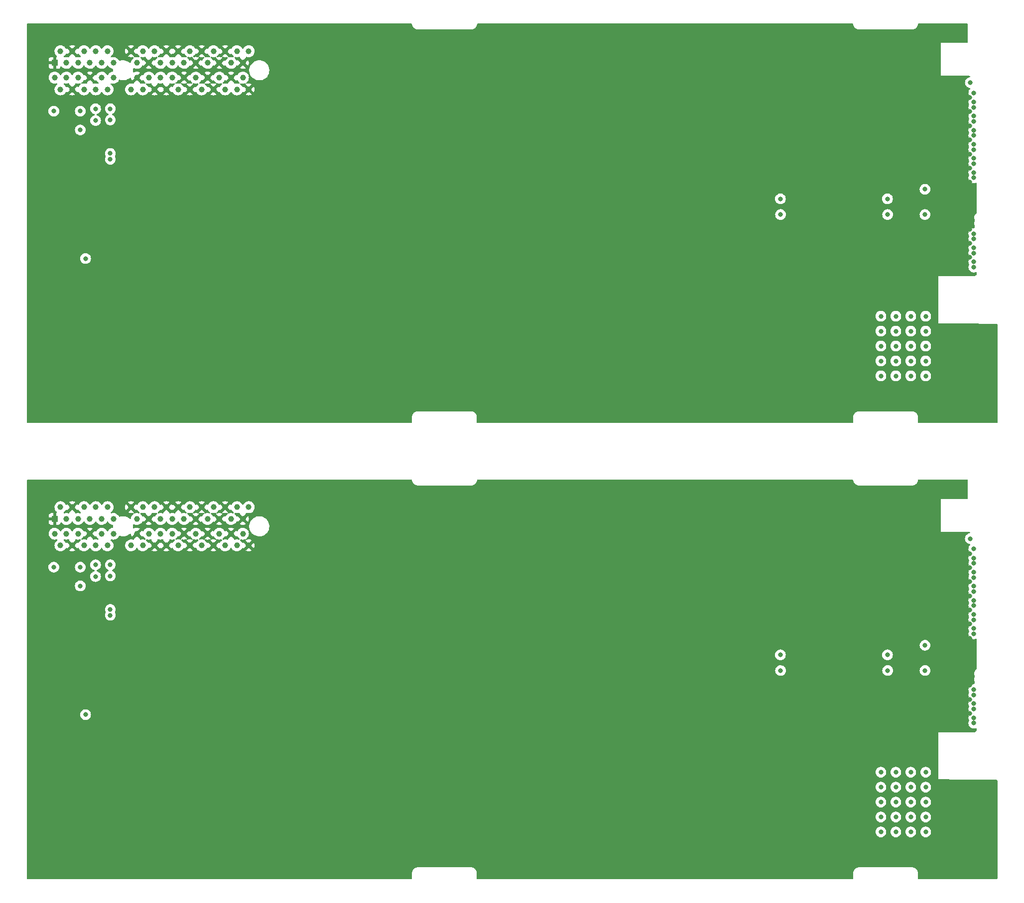
<source format=gbr>
G04 #@! TF.GenerationSoftware,KiCad,Pcbnew,6.0.7*
G04 #@! TF.CreationDate,2022-09-06T12:37:21-05:00*
G04 #@! TF.ProjectId,panel,70616e65-6c2e-46b6-9963-61645f706362,rev?*
G04 #@! TF.SameCoordinates,Original*
G04 #@! TF.FileFunction,Copper,L2,Inr*
G04 #@! TF.FilePolarity,Positive*
%FSLAX46Y46*%
G04 Gerber Fmt 4.6, Leading zero omitted, Abs format (unit mm)*
G04 Created by KiCad (PCBNEW 6.0.7) date 2022-09-06 12:37:21*
%MOMM*%
%LPD*%
G01*
G04 APERTURE LIST*
G04 #@! TA.AperFunction,ComponentPad*
%ADD10R,1.000000X1.000000*%
G04 #@! TD*
G04 #@! TA.AperFunction,ComponentPad*
%ADD11C,1.000000*%
G04 #@! TD*
G04 #@! TA.AperFunction,ViaPad*
%ADD12C,0.800000*%
G04 #@! TD*
G04 APERTURE END LIST*
D10*
G04 #@! TO.N,Board_0-GND*
G04 #@! TO.C,J1*
X28735000Y-29703553D03*
D11*
G04 #@! TO.N,Board_0-+12V*
X29735000Y-27703553D03*
X30735000Y-29703553D03*
G04 #@! TO.N,Board_0-GND*
X31735000Y-27703553D03*
G04 #@! TO.N,Board_0-unconnected-(J1-PadA05)*
X32735000Y-29703553D03*
G04 #@! TO.N,Board_0-unconnected-(J1-PadA06)*
X33735000Y-27703553D03*
G04 #@! TO.N,Board_0-unconnected-(J1-PadA07)*
X34735000Y-29703553D03*
G04 #@! TO.N,Board_0-unconnected-(J1-PadA08)*
X35735000Y-27703553D03*
G04 #@! TO.N,Board_0-+3.3V*
X36735000Y-29703553D03*
X37735000Y-27703553D03*
G04 #@! TO.N,Board_0-/PERST_L*
X38735000Y-29703553D03*
G04 #@! TO.N,Board_0-GND*
X41735000Y-27703553D03*
G04 #@! TO.N,Board_0-/REFCLK_P*
X42735000Y-29703553D03*
G04 #@! TO.N,Board_0-/REFCLK_N*
X43735000Y-27703553D03*
G04 #@! TO.N,Board_0-GND*
X44735000Y-29703553D03*
G04 #@! TO.N,Board_0-/PER0_P*
X45735000Y-27703553D03*
G04 #@! TO.N,Board_0-/PER0_N*
X46735000Y-29703553D03*
G04 #@! TO.N,Board_0-GND*
X47735000Y-27703553D03*
G04 #@! TO.N,Board_0-unconnected-(J1-PadA19)*
X48735000Y-29703553D03*
G04 #@! TO.N,Board_0-GND*
X49735000Y-27703553D03*
G04 #@! TO.N,Board_0-/PER1_N*
X50735000Y-29703553D03*
G04 #@! TO.N,Board_0-/PER1_P*
X51735000Y-27703553D03*
G04 #@! TO.N,Board_0-GND*
X52735000Y-29703553D03*
X53735000Y-27703553D03*
G04 #@! TO.N,Board_0-/PER2_N*
X54735000Y-29703553D03*
G04 #@! TO.N,Board_0-/PER2_P*
X55735000Y-27703553D03*
G04 #@! TO.N,Board_0-GND*
X56735000Y-29703553D03*
X57735000Y-27703553D03*
G04 #@! TO.N,Board_0-/PER3_P*
X58735000Y-29703553D03*
G04 #@! TO.N,Board_0-/PER3_N*
X59735000Y-27703553D03*
G04 #@! TO.N,Board_0-GND*
X60735000Y-29703553D03*
G04 #@! TO.N,Board_0-unconnected-(J1-PadA32)*
X61735000Y-27703553D03*
G04 #@! TO.N,Board_0-+12V*
X28735000Y-32203553D03*
X29735000Y-34203553D03*
X30735000Y-32203553D03*
G04 #@! TO.N,Board_0-GND*
X31735000Y-34203553D03*
G04 #@! TO.N,Board_0-/SMBCLK*
X32735000Y-32203553D03*
G04 #@! TO.N,Board_0-/SMBDAT*
X33735000Y-34203553D03*
G04 #@! TO.N,Board_0-GND*
X34735000Y-32203553D03*
G04 #@! TO.N,Board_0-+3.3V*
X35735000Y-34203553D03*
G04 #@! TO.N,Board_0-Net-(J1-PadB09)*
X36735000Y-32203553D03*
G04 #@! TO.N,Board_0-+3.3V*
X37735000Y-34203553D03*
G04 #@! TO.N,Board_0-Net-(J1-PadB11)*
X38735000Y-32203553D03*
G04 #@! TO.N,Board_0-Net-(J1-PadB12)*
X41735000Y-34203553D03*
G04 #@! TO.N,Board_0-GND*
X42735000Y-32203553D03*
G04 #@! TO.N,Board_0-/PET0_P*
X43735000Y-34203553D03*
G04 #@! TO.N,Board_0-/PET0_N*
X44735000Y-32203553D03*
G04 #@! TO.N,Board_0-GND*
X45735000Y-34203553D03*
G04 #@! TO.N,Board_0-Net-(J1-PadB17)*
X46735000Y-32203553D03*
G04 #@! TO.N,Board_0-GND*
X47735000Y-34203553D03*
G04 #@! TO.N,Board_0-/PET1_P*
X48735000Y-32203553D03*
G04 #@! TO.N,Board_0-/PET1_N*
X49735000Y-34203553D03*
G04 #@! TO.N,Board_0-GND*
X50735000Y-32203553D03*
X51735000Y-34203553D03*
G04 #@! TO.N,Board_0-/PET2_P*
X52735000Y-32203553D03*
G04 #@! TO.N,Board_0-/PET2_N*
X53735000Y-34203553D03*
G04 #@! TO.N,Board_0-GND*
X54735000Y-32203553D03*
X55735000Y-34203553D03*
G04 #@! TO.N,Board_0-/PET3_P*
X56735000Y-32203553D03*
G04 #@! TO.N,Board_0-/PET3_N*
X57735000Y-34203553D03*
G04 #@! TO.N,Board_0-GND*
X58735000Y-32203553D03*
G04 #@! TO.N,Board_0-Net-(J1-PadB30)*
X59735000Y-34203553D03*
G04 #@! TO.N,Board_0-unconnected-(J1-PadB31)*
X60735000Y-32203553D03*
G04 #@! TO.N,Board_0-GND*
X61735000Y-34203553D03*
G04 #@! TD*
D10*
G04 #@! TO.N,Board_1-GND*
G04 #@! TO.C,J1*
X28735000Y-107307106D03*
D11*
G04 #@! TO.N,Board_1-+12V*
X29735000Y-105307106D03*
X30735000Y-107307106D03*
G04 #@! TO.N,Board_1-GND*
X31735000Y-105307106D03*
G04 #@! TO.N,Board_1-unconnected-(J1-PadA05)*
X32735000Y-107307106D03*
G04 #@! TO.N,Board_1-unconnected-(J1-PadA06)*
X33735000Y-105307106D03*
G04 #@! TO.N,Board_1-unconnected-(J1-PadA07)*
X34735000Y-107307106D03*
G04 #@! TO.N,Board_1-unconnected-(J1-PadA08)*
X35735000Y-105307106D03*
G04 #@! TO.N,Board_1-+3.3V*
X36735000Y-107307106D03*
X37735000Y-105307106D03*
G04 #@! TO.N,Board_1-/PERST_L*
X38735000Y-107307106D03*
G04 #@! TO.N,Board_1-GND*
X41735000Y-105307106D03*
G04 #@! TO.N,Board_1-/REFCLK_P*
X42735000Y-107307106D03*
G04 #@! TO.N,Board_1-/REFCLK_N*
X43735000Y-105307106D03*
G04 #@! TO.N,Board_1-GND*
X44735000Y-107307106D03*
G04 #@! TO.N,Board_1-/PER0_P*
X45735000Y-105307106D03*
G04 #@! TO.N,Board_1-/PER0_N*
X46735000Y-107307106D03*
G04 #@! TO.N,Board_1-GND*
X47735000Y-105307106D03*
G04 #@! TO.N,Board_1-unconnected-(J1-PadA19)*
X48735000Y-107307106D03*
G04 #@! TO.N,Board_1-GND*
X49735000Y-105307106D03*
G04 #@! TO.N,Board_1-/PER1_N*
X50735000Y-107307106D03*
G04 #@! TO.N,Board_1-/PER1_P*
X51735000Y-105307106D03*
G04 #@! TO.N,Board_1-GND*
X52735000Y-107307106D03*
X53735000Y-105307106D03*
G04 #@! TO.N,Board_1-/PER2_N*
X54735000Y-107307106D03*
G04 #@! TO.N,Board_1-/PER2_P*
X55735000Y-105307106D03*
G04 #@! TO.N,Board_1-GND*
X56735000Y-107307106D03*
X57735000Y-105307106D03*
G04 #@! TO.N,Board_1-/PER3_P*
X58735000Y-107307106D03*
G04 #@! TO.N,Board_1-/PER3_N*
X59735000Y-105307106D03*
G04 #@! TO.N,Board_1-GND*
X60735000Y-107307106D03*
G04 #@! TO.N,Board_1-unconnected-(J1-PadA32)*
X61735000Y-105307106D03*
G04 #@! TO.N,Board_1-+12V*
X28735000Y-109807106D03*
X29735000Y-111807106D03*
X30735000Y-109807106D03*
G04 #@! TO.N,Board_1-GND*
X31735000Y-111807106D03*
G04 #@! TO.N,Board_1-/SMBCLK*
X32735000Y-109807106D03*
G04 #@! TO.N,Board_1-/SMBDAT*
X33735000Y-111807106D03*
G04 #@! TO.N,Board_1-GND*
X34735000Y-109807106D03*
G04 #@! TO.N,Board_1-+3.3V*
X35735000Y-111807106D03*
G04 #@! TO.N,Board_1-Net-(J1-PadB09)*
X36735000Y-109807106D03*
G04 #@! TO.N,Board_1-+3.3V*
X37735000Y-111807106D03*
G04 #@! TO.N,Board_1-Net-(J1-PadB11)*
X38735000Y-109807106D03*
G04 #@! TO.N,Board_1-Net-(J1-PadB12)*
X41735000Y-111807106D03*
G04 #@! TO.N,Board_1-GND*
X42735000Y-109807106D03*
G04 #@! TO.N,Board_1-/PET0_P*
X43735000Y-111807106D03*
G04 #@! TO.N,Board_1-/PET0_N*
X44735000Y-109807106D03*
G04 #@! TO.N,Board_1-GND*
X45735000Y-111807106D03*
G04 #@! TO.N,Board_1-Net-(J1-PadB17)*
X46735000Y-109807106D03*
G04 #@! TO.N,Board_1-GND*
X47735000Y-111807106D03*
G04 #@! TO.N,Board_1-/PET1_P*
X48735000Y-109807106D03*
G04 #@! TO.N,Board_1-/PET1_N*
X49735000Y-111807106D03*
G04 #@! TO.N,Board_1-GND*
X50735000Y-109807106D03*
X51735000Y-111807106D03*
G04 #@! TO.N,Board_1-/PET2_P*
X52735000Y-109807106D03*
G04 #@! TO.N,Board_1-/PET2_N*
X53735000Y-111807106D03*
G04 #@! TO.N,Board_1-GND*
X54735000Y-109807106D03*
X55735000Y-111807106D03*
G04 #@! TO.N,Board_1-/PET3_P*
X56735000Y-109807106D03*
G04 #@! TO.N,Board_1-/PET3_N*
X57735000Y-111807106D03*
G04 #@! TO.N,Board_1-GND*
X58735000Y-109807106D03*
G04 #@! TO.N,Board_1-Net-(J1-PadB30)*
X59735000Y-111807106D03*
G04 #@! TO.N,Board_1-unconnected-(J1-PadB31)*
X60735000Y-109807106D03*
G04 #@! TO.N,Board_1-GND*
X61735000Y-111807106D03*
G04 #@! TD*
D12*
G04 #@! TO.N,Board_0-+3.3V*
X174280000Y-82963553D03*
X171740000Y-75343553D03*
X176820000Y-77883553D03*
X171740000Y-80423553D03*
X169200000Y-72803553D03*
X171740000Y-72803553D03*
X35700000Y-37503553D03*
X176820000Y-80423553D03*
X169200000Y-82963553D03*
X176820000Y-75343553D03*
X38200000Y-46103553D03*
X35700000Y-39503553D03*
X169200000Y-80423553D03*
X174280000Y-75343553D03*
X34000000Y-63003553D03*
X33100000Y-41103553D03*
X176820000Y-72803553D03*
X171740000Y-82963553D03*
X38200000Y-45103553D03*
X169200000Y-77883553D03*
X174280000Y-72803553D03*
X176820000Y-82963553D03*
X169200000Y-75343553D03*
X38200000Y-39403553D03*
X28600000Y-37903553D03*
X174280000Y-77883553D03*
X38200000Y-37503553D03*
X174280000Y-80423553D03*
X171740000Y-77883553D03*
G04 #@! TO.N,Board_0-/PER0_N*
X185000000Y-59654553D03*
G04 #@! TO.N,Board_0-/PER0_P*
X185000000Y-58752553D03*
G04 #@! TO.N,Board_0-/PER1_N*
X185000000Y-46854553D03*
G04 #@! TO.N,Board_0-/PER1_P*
X185000000Y-45952553D03*
G04 #@! TO.N,Board_0-/PER2_N*
X185000000Y-42054553D03*
G04 #@! TO.N,Board_0-/PER2_P*
X185000000Y-41152553D03*
G04 #@! TO.N,Board_0-/PER3_N*
X185000000Y-37254553D03*
G04 #@! TO.N,Board_0-/PER3_P*
X185000000Y-36352553D03*
G04 #@! TO.N,Board_0-/PERST_L*
X152120000Y-52833553D03*
X170320000Y-52833553D03*
G04 #@! TO.N,Board_0-/PET0_N*
X185000000Y-61152553D03*
G04 #@! TO.N,Board_0-/PET0_P*
X185000000Y-62054553D03*
G04 #@! TO.N,Board_0-/PET1_N*
X185000000Y-48352553D03*
G04 #@! TO.N,Board_0-/PET1_P*
X185000000Y-49254553D03*
G04 #@! TO.N,Board_0-/PET2_N*
X185000000Y-43552553D03*
G04 #@! TO.N,Board_0-/PET2_P*
X185000000Y-44454553D03*
G04 #@! TO.N,Board_0-/PET3_N*
X185000000Y-38752553D03*
G04 #@! TO.N,Board_0-/PET3_P*
X185000000Y-39654553D03*
G04 #@! TO.N,Board_0-/REFCLK_N*
X185000000Y-63552553D03*
G04 #@! TO.N,Board_0-/REFCLK_P*
X185000000Y-64454553D03*
G04 #@! TO.N,Board_0-/SMBCLK*
X185000000Y-34803553D03*
X184400000Y-33053553D03*
G04 #@! TO.N,Board_0-GND*
X134560000Y-47603553D03*
X137970000Y-23953553D03*
X49600000Y-54303553D03*
X167580000Y-50703553D03*
X81220000Y-45203553D03*
X81220000Y-54253553D03*
X93920000Y-47603553D03*
X78680000Y-47603553D03*
X106620000Y-54253553D03*
X97160000Y-62803553D03*
X130350000Y-23953553D03*
X106730000Y-57303553D03*
X132720000Y-62803553D03*
X119320000Y-50703553D03*
X62000000Y-65103553D03*
X132020000Y-40403553D03*
X61300000Y-47603553D03*
X160830000Y-26403553D03*
X178400000Y-45103553D03*
X144720000Y-45203553D03*
X68520000Y-40403553D03*
X126940000Y-54253553D03*
X126890000Y-37803553D03*
X109860000Y-62803553D03*
X48900000Y-48803553D03*
X172770000Y-60403553D03*
X142130000Y-37803553D03*
X55900000Y-50103553D03*
X142180000Y-50703553D03*
X139640000Y-50703553D03*
X116890000Y-57303553D03*
X96570000Y-57303553D03*
X106620000Y-47603553D03*
X165040000Y-47603553D03*
X84460000Y-62803553D03*
X91380000Y-54253553D03*
X166800000Y-60453553D03*
X86300000Y-47603553D03*
X152340000Y-50703553D03*
X160830000Y-23953553D03*
X96460000Y-40403553D03*
X140510000Y-26403553D03*
X159960000Y-47603553D03*
X114190000Y-37803553D03*
X53500000Y-25803553D03*
X64540000Y-65103553D03*
X170120000Y-45203553D03*
X142880000Y-62803553D03*
X73600000Y-47603553D03*
X43700000Y-43103553D03*
X111700000Y-45203553D03*
X116780000Y-54253553D03*
X73710000Y-60403553D03*
X177740000Y-40403553D03*
X142880000Y-65103553D03*
X81220000Y-50703553D03*
X83870000Y-60403553D03*
X171550000Y-35553553D03*
X57800000Y-62703553D03*
X111700000Y-42803553D03*
X86300000Y-42803553D03*
X116780000Y-42803553D03*
X134560000Y-45203553D03*
X78680000Y-54253553D03*
X166800000Y-62803553D03*
X86300000Y-50703553D03*
X93870000Y-37803553D03*
X92080000Y-65103553D03*
X76140000Y-50703553D03*
X112570000Y-23953553D03*
X114240000Y-40403553D03*
X76140000Y-45203553D03*
X54200000Y-48703553D03*
X111700000Y-47603553D03*
X158600000Y-54203553D03*
X71170000Y-60403553D03*
X177740000Y-47603553D03*
X91380000Y-45203553D03*
X81330000Y-57303553D03*
X163930000Y-35553553D03*
X125270000Y-23953553D03*
X125100000Y-65103553D03*
X92080000Y-62803553D03*
X131970000Y-37803553D03*
X119430000Y-60403553D03*
X96460000Y-42803553D03*
X51700000Y-36603553D03*
X116780000Y-45203553D03*
X76140000Y-47603553D03*
X63840000Y-47603553D03*
X132020000Y-45203553D03*
X169700000Y-28503553D03*
X88840000Y-47603553D03*
X63840000Y-40403553D03*
X66490000Y-57303553D03*
X78680000Y-50703553D03*
X59600000Y-59503553D03*
X166900000Y-54303553D03*
X144720000Y-42803553D03*
X142180000Y-42803553D03*
X149750000Y-37803553D03*
X62000000Y-62803553D03*
X134560000Y-42803553D03*
X67080000Y-62803553D03*
X157420000Y-42803553D03*
X83760000Y-40403553D03*
X114240000Y-50703553D03*
X163370000Y-23953553D03*
X76840000Y-65103553D03*
X144670000Y-37803553D03*
X166800000Y-65103553D03*
X101540000Y-40403553D03*
X162500000Y-45203553D03*
X68520000Y-50703553D03*
X147260000Y-54253553D03*
X109110000Y-37803553D03*
X122730000Y-23953553D03*
X49200000Y-62003553D03*
X121860000Y-54253553D03*
X107320000Y-65103553D03*
X126940000Y-42803553D03*
X99700000Y-65103553D03*
X73600000Y-50703553D03*
X121860000Y-40403553D03*
X134560000Y-50703553D03*
X147260000Y-50703553D03*
X51150000Y-63853553D03*
X91330000Y-37803553D03*
X91490000Y-60403553D03*
X140340000Y-62803553D03*
X76840000Y-62803553D03*
X124400000Y-54253553D03*
X139750000Y-60403553D03*
X61300000Y-50703553D03*
X124510000Y-60403553D03*
X155750000Y-23953553D03*
X158650000Y-60403553D03*
X114240000Y-42803553D03*
X104080000Y-42803553D03*
X150670000Y-23953553D03*
X112570000Y-26403553D03*
X81920000Y-62803553D03*
X139590000Y-37803553D03*
X66380000Y-45203553D03*
X137050000Y-37803553D03*
X137100000Y-47603553D03*
X163200000Y-50903553D03*
X79380000Y-65103553D03*
X43700000Y-45803553D03*
X130350000Y-26403553D03*
X58600000Y-41303553D03*
X114940000Y-65103553D03*
X88790000Y-37803553D03*
X177740000Y-42803553D03*
X166470000Y-35553553D03*
X129480000Y-45203553D03*
X83760000Y-42803553D03*
X139640000Y-54253553D03*
X132130000Y-60403553D03*
X172660000Y-45203553D03*
X148130000Y-26403553D03*
X76250000Y-57303553D03*
X68520000Y-42803553D03*
X44000000Y-63003553D03*
X145420000Y-62803553D03*
X175200000Y-47603553D03*
X144720000Y-50703553D03*
X137970000Y-26403553D03*
X184300000Y-35603553D03*
X47400000Y-52303553D03*
X112400000Y-62803553D03*
X158290000Y-23953553D03*
X116890000Y-60403553D03*
X124400000Y-50703553D03*
X55100000Y-55003553D03*
X71060000Y-50703553D03*
X61300000Y-42803553D03*
X119320000Y-45203553D03*
X130180000Y-62803553D03*
X126940000Y-45203553D03*
X159960000Y-40403553D03*
X184300000Y-58003553D03*
X147370000Y-57303553D03*
X76090000Y-37803553D03*
X111810000Y-60403553D03*
X69220000Y-62803553D03*
X165040000Y-40403553D03*
X143050000Y-23953553D03*
X31900000Y-25903553D03*
X137800000Y-62803553D03*
X101650000Y-57303553D03*
X170120000Y-50703553D03*
X167580000Y-40403553D03*
X132020000Y-42803553D03*
X49000000Y-58003553D03*
X110030000Y-23953553D03*
X127810000Y-26403553D03*
X129590000Y-60403553D03*
X121860000Y-47603553D03*
X184300000Y-45203553D03*
X121860000Y-42803553D03*
X71170000Y-57303553D03*
X124400000Y-45203553D03*
X135260000Y-65103553D03*
X172770000Y-57303553D03*
X86300000Y-54253553D03*
X120190000Y-26403553D03*
X104080000Y-54253553D03*
X142290000Y-57303553D03*
X47800000Y-35703553D03*
X140340000Y-65103553D03*
X152340000Y-54253553D03*
X45700000Y-44703553D03*
X35900000Y-25903553D03*
X93920000Y-45203553D03*
X114940000Y-62803553D03*
X187700000Y-75403553D03*
X66380000Y-40403553D03*
X132720000Y-65103553D03*
X175200000Y-42803553D03*
X184300000Y-40403553D03*
X45100000Y-50303553D03*
X73710000Y-57303553D03*
X129480000Y-54253553D03*
X125270000Y-26403553D03*
X96460000Y-45203553D03*
X99000000Y-40403553D03*
X71060000Y-42803553D03*
X117650000Y-26403553D03*
X147260000Y-47603553D03*
X78680000Y-40403553D03*
X99000000Y-45203553D03*
X83760000Y-50703553D03*
X76140000Y-54253553D03*
X99700000Y-62803553D03*
X167450000Y-30603553D03*
X45600000Y-39403553D03*
X117650000Y-23953553D03*
X129430000Y-37803553D03*
X175310000Y-57303553D03*
X145420000Y-65103553D03*
X55600000Y-45103553D03*
X29700000Y-41403553D03*
X89540000Y-65103553D03*
X88950000Y-60403553D03*
X137800000Y-65103553D03*
X104950000Y-26403553D03*
X91380000Y-42803553D03*
X104080000Y-40403553D03*
X83710000Y-37803553D03*
X104080000Y-47603553D03*
X86410000Y-57303553D03*
X94030000Y-60403553D03*
X87000000Y-62803553D03*
X62100000Y-60403553D03*
X78630000Y-37803553D03*
X149800000Y-50703553D03*
X112400000Y-65103553D03*
X51500000Y-40803553D03*
X119320000Y-47603553D03*
X134670000Y-60403553D03*
X147260000Y-42803553D03*
X104080000Y-50703553D03*
X179600000Y-45103553D03*
X46900000Y-59853553D03*
X184300000Y-50003553D03*
X68520000Y-47603553D03*
X114350000Y-60403553D03*
X115110000Y-26403553D03*
X84460000Y-65103553D03*
X135430000Y-23953553D03*
X157420000Y-47603553D03*
X144830000Y-60403553D03*
X152450000Y-60403553D03*
X155750000Y-26403553D03*
X96570000Y-60403553D03*
X45600000Y-41203553D03*
X111810000Y-57303553D03*
X158650000Y-50803553D03*
X55500000Y-62703553D03*
X99000000Y-54253553D03*
X127640000Y-62803553D03*
X58600000Y-50703553D03*
X61300000Y-45203553D03*
X71060000Y-47603553D03*
X149910000Y-60403553D03*
X109160000Y-50703553D03*
X172660000Y-47603553D03*
X159960000Y-42803553D03*
X121860000Y-50703553D03*
X88840000Y-42803553D03*
X127050000Y-57303553D03*
X148130000Y-23953553D03*
X30100000Y-25903553D03*
X134560000Y-54253553D03*
X45600000Y-35803553D03*
X153040000Y-62803553D03*
X101490000Y-37803553D03*
X93920000Y-40403553D03*
X124400000Y-40403553D03*
X158650000Y-57253553D03*
X143050000Y-26403553D03*
X149800000Y-40403553D03*
X169900000Y-33603553D03*
X61250000Y-37803553D03*
X109160000Y-47603553D03*
X99000000Y-42803553D03*
X104080000Y-45203553D03*
X109160000Y-42803553D03*
X81220000Y-47603553D03*
X47000000Y-46803553D03*
X53700000Y-58603553D03*
X172800000Y-62803553D03*
X111650000Y-37803553D03*
X109160000Y-45203553D03*
X88840000Y-45203553D03*
X169010000Y-35553553D03*
X102240000Y-62803553D03*
X122560000Y-65103553D03*
X157370000Y-37803553D03*
X158290000Y-26403553D03*
X44000000Y-67503553D03*
X144720000Y-40403553D03*
X121860000Y-45203553D03*
X124510000Y-57303553D03*
X129480000Y-50703553D03*
X66330000Y-37803553D03*
X96460000Y-47603553D03*
X121970000Y-57303553D03*
X116780000Y-40403553D03*
X134670000Y-57303553D03*
X56100000Y-25803553D03*
X76140000Y-42803553D03*
X89540000Y-62803553D03*
X94620000Y-62803553D03*
X68520000Y-54253553D03*
X153210000Y-23953553D03*
X163250000Y-65903553D03*
X125100000Y-62803553D03*
X162500000Y-47603553D03*
X140510000Y-23953553D03*
X159960000Y-45203553D03*
X137210000Y-57303553D03*
X163250000Y-54203553D03*
X45600000Y-37703553D03*
X68630000Y-60403553D03*
X172660000Y-50703553D03*
X98950000Y-37803553D03*
X71060000Y-54253553D03*
X78790000Y-57303553D03*
X165040000Y-42803553D03*
X142180000Y-45203553D03*
X33900000Y-25903553D03*
X132890000Y-23953553D03*
X63950000Y-57303553D03*
X106620000Y-50703553D03*
X99110000Y-60403553D03*
X26800000Y-25903553D03*
X101650000Y-60403553D03*
X106730000Y-60403553D03*
X73550000Y-37803553D03*
X41500000Y-50603553D03*
X162500000Y-42803553D03*
X91490000Y-57303553D03*
X124350000Y-37803553D03*
X59950000Y-65053553D03*
X163250000Y-62753553D03*
X147210000Y-37803553D03*
X163250000Y-60453553D03*
X175200000Y-45203553D03*
X165450000Y-28653553D03*
X86250000Y-37803553D03*
X74300000Y-62803553D03*
X116730000Y-37803553D03*
X79380000Y-62803553D03*
X142180000Y-54253553D03*
X88950000Y-57303553D03*
X96410000Y-37803553D03*
X129590000Y-57303553D03*
X172660000Y-42803553D03*
X158650000Y-62803553D03*
X61300000Y-54253553D03*
X86300000Y-40403553D03*
X44950000Y-58253553D03*
X43700000Y-40703553D03*
X115110000Y-23953553D03*
X66380000Y-50703553D03*
X127810000Y-23953553D03*
X52700000Y-42103553D03*
X184300000Y-54003553D03*
X55550000Y-65053553D03*
X66380000Y-54253553D03*
X81330000Y-60403553D03*
X109160000Y-54253553D03*
X127050000Y-60403553D03*
X152340000Y-45203553D03*
X63840000Y-42803553D03*
X129480000Y-40403553D03*
X71060000Y-40403553D03*
X57800000Y-65053553D03*
X157420000Y-45203553D03*
X124400000Y-47603553D03*
X78790000Y-60403553D03*
X120020000Y-65103553D03*
X179000000Y-65203553D03*
X68470000Y-37803553D03*
X163370000Y-26403553D03*
X49900000Y-44203553D03*
X177750000Y-35353553D03*
X114240000Y-47603553D03*
X175200000Y-40403553D03*
X57000000Y-42803553D03*
X49700000Y-35703553D03*
X58700000Y-44503553D03*
X53100000Y-62103553D03*
X106620000Y-45203553D03*
X110030000Y-26403553D03*
X40900000Y-25903553D03*
X179500000Y-57203553D03*
X102410000Y-23953553D03*
X147370000Y-60403553D03*
X54100000Y-43703553D03*
X88840000Y-54253553D03*
X102410000Y-26403553D03*
X99110000Y-57303553D03*
X63840000Y-45203553D03*
X147260000Y-40403553D03*
X172800000Y-65103553D03*
X122730000Y-26403553D03*
X137210000Y-60403553D03*
X132020000Y-47603553D03*
X170120000Y-47603553D03*
X121970000Y-60403553D03*
X119430000Y-57303553D03*
X54300000Y-37103553D03*
X43800000Y-48103553D03*
X184300000Y-38003553D03*
X91380000Y-50703553D03*
X117480000Y-65103553D03*
X78680000Y-42803553D03*
X130180000Y-65103553D03*
X152290000Y-37803553D03*
X137100000Y-40403553D03*
X44150000Y-52053553D03*
X172660000Y-40403553D03*
X126940000Y-50703553D03*
X68630000Y-57303553D03*
X116780000Y-50703553D03*
X121810000Y-37803553D03*
X57200000Y-46603553D03*
X120190000Y-23953553D03*
X66490000Y-60403553D03*
X50000000Y-39403553D03*
X48400000Y-42753553D03*
X158650000Y-65753553D03*
X48900000Y-25903553D03*
X162500000Y-40403553D03*
X119320000Y-42803553D03*
X149800000Y-47603553D03*
X172000000Y-30803553D03*
X86410000Y-60403553D03*
X51000000Y-60203553D03*
X167580000Y-47603553D03*
X51800000Y-56403553D03*
X104190000Y-57303553D03*
X184300000Y-51603553D03*
X109160000Y-40403553D03*
X114350000Y-57303553D03*
X137100000Y-54253553D03*
X132020000Y-50703553D03*
X152340000Y-42803553D03*
X88840000Y-40403553D03*
X96460000Y-50703553D03*
X61300000Y-40403553D03*
X129480000Y-42803553D03*
X81220000Y-42803553D03*
X101540000Y-47603553D03*
X182325000Y-25128553D03*
X150670000Y-26403553D03*
X124400000Y-42803553D03*
X71010000Y-37803553D03*
X163250000Y-57153553D03*
X69220000Y-65103553D03*
X91380000Y-40403553D03*
X104190000Y-60403553D03*
X101540000Y-50703553D03*
X142290000Y-60403553D03*
X63950000Y-60403553D03*
X139640000Y-45203553D03*
X83760000Y-47603553D03*
X101540000Y-54253553D03*
X83870000Y-57303553D03*
X60250000Y-36803553D03*
X99000000Y-50703553D03*
X83760000Y-45203553D03*
X55400000Y-41203553D03*
X127640000Y-65103553D03*
X73600000Y-54253553D03*
X134510000Y-37803553D03*
X153210000Y-26403553D03*
X184300000Y-56403553D03*
X167580000Y-45203553D03*
X109860000Y-65103553D03*
X81920000Y-65103553D03*
X107320000Y-62803553D03*
X175200000Y-50703553D03*
X157420000Y-40403553D03*
X145590000Y-26403553D03*
X63790000Y-37803553D03*
X86300000Y-45203553D03*
X139640000Y-42803553D03*
X109270000Y-57303553D03*
X93920000Y-42803553D03*
X132130000Y-57303553D03*
X91380000Y-47603553D03*
X149800000Y-45203553D03*
X47800000Y-40403553D03*
X101540000Y-42803553D03*
X78680000Y-45203553D03*
X184300000Y-42803553D03*
X58700000Y-47603553D03*
X42700000Y-25903553D03*
X97330000Y-26403553D03*
X51300000Y-25903553D03*
X150500000Y-62803553D03*
X81220000Y-40403553D03*
X117480000Y-62803553D03*
X142180000Y-47603553D03*
X147260000Y-45203553D03*
X107490000Y-23953553D03*
X132020000Y-54253553D03*
X94030000Y-57303553D03*
X96460000Y-54253553D03*
X184300000Y-60403553D03*
X101540000Y-45203553D03*
X135260000Y-62803553D03*
X41500000Y-53103553D03*
X106620000Y-42803553D03*
X93920000Y-54253553D03*
X104780000Y-65103553D03*
X134560000Y-40403553D03*
X139750000Y-57303553D03*
X137100000Y-50703553D03*
X111700000Y-50703553D03*
X87000000Y-65103553D03*
X184300000Y-62803553D03*
X68520000Y-45203553D03*
X120020000Y-62803553D03*
X147960000Y-62803553D03*
X149800000Y-54253553D03*
X111700000Y-40403553D03*
X144720000Y-54253553D03*
X97160000Y-65103553D03*
X38700000Y-25903553D03*
X73600000Y-40403553D03*
X45000000Y-53903553D03*
X102240000Y-65103553D03*
X99870000Y-26403553D03*
X63840000Y-54253553D03*
X174350000Y-33303553D03*
X119320000Y-54253553D03*
X145590000Y-23953553D03*
X152450000Y-57303553D03*
X67080000Y-65103553D03*
X104030000Y-37803553D03*
X66380000Y-42803553D03*
X122560000Y-62803553D03*
X51100000Y-51103553D03*
X107490000Y-26403553D03*
X71060000Y-45203553D03*
X175310000Y-60403553D03*
X147960000Y-65103553D03*
X137100000Y-45203553D03*
X150500000Y-65103553D03*
X152340000Y-47603553D03*
X52000000Y-46403553D03*
X159910000Y-37803553D03*
X45600000Y-42903553D03*
X106570000Y-37803553D03*
X73600000Y-45203553D03*
X167580000Y-42803553D03*
X175300000Y-62803553D03*
X114240000Y-54253553D03*
X111700000Y-54253553D03*
X149800000Y-42803553D03*
X165040000Y-45203553D03*
X166900000Y-57303553D03*
X126940000Y-47603553D03*
X152340000Y-40403553D03*
X104780000Y-62803553D03*
X92250000Y-26403553D03*
X104950000Y-23953553D03*
X144720000Y-47603553D03*
X99000000Y-47603553D03*
X41500000Y-48103553D03*
X43700000Y-38403553D03*
X129480000Y-47603553D03*
X64540000Y-62803553D03*
X74300000Y-65103553D03*
X153040000Y-65103553D03*
X63840000Y-50703553D03*
X184300000Y-47603553D03*
X76250000Y-60403553D03*
X114240000Y-45203553D03*
X66380000Y-47603553D03*
X46800000Y-56203553D03*
X139640000Y-47603553D03*
X137100000Y-42803553D03*
X132890000Y-26403553D03*
X135430000Y-26403553D03*
X149910000Y-57303553D03*
X144830000Y-57303553D03*
X53700000Y-39403553D03*
X47800000Y-37103553D03*
X83760000Y-54253553D03*
X71760000Y-62803553D03*
X178800000Y-60603553D03*
X88840000Y-50703553D03*
X175300000Y-65103553D03*
X73600000Y-42803553D03*
X116780000Y-47603553D03*
X57400000Y-57303553D03*
X126940000Y-40403553D03*
X167900000Y-26553553D03*
X94790000Y-26403553D03*
X53100000Y-53003553D03*
X142180000Y-40403553D03*
X139640000Y-40403553D03*
X109270000Y-60403553D03*
X119320000Y-40403553D03*
X71760000Y-65103553D03*
X55500000Y-60103553D03*
X81170000Y-37803553D03*
X106620000Y-40403553D03*
X119270000Y-37803553D03*
X93920000Y-50703553D03*
X53350000Y-65053553D03*
X94620000Y-65103553D03*
X76140000Y-40403553D03*
G04 #@! TO.N,Board_0-Net-(J1-PadB09)*
X33100000Y-37903553D03*
G04 #@! TO.N,Board_0-Net-(R5-Pad2)*
X176700000Y-51203553D03*
X176700000Y-55503553D03*
X170350000Y-55503553D03*
X152150000Y-55503553D03*
G04 #@! TO.N,Board_1-+3.3V*
X174280000Y-160567106D03*
X171740000Y-152947106D03*
X176820000Y-155487106D03*
X171740000Y-158027106D03*
X169200000Y-150407106D03*
X171740000Y-150407106D03*
X35700000Y-115107106D03*
X176820000Y-158027106D03*
X169200000Y-160567106D03*
X176820000Y-152947106D03*
X38200000Y-123707106D03*
X35700000Y-117107106D03*
X169200000Y-158027106D03*
X174280000Y-152947106D03*
X34000000Y-140607106D03*
X33100000Y-118707106D03*
X176820000Y-150407106D03*
X171740000Y-160567106D03*
X38200000Y-122707106D03*
X169200000Y-155487106D03*
X174280000Y-150407106D03*
X176820000Y-160567106D03*
X169200000Y-152947106D03*
X38200000Y-117007106D03*
X28600000Y-115507106D03*
X174280000Y-155487106D03*
X38200000Y-115107106D03*
X174280000Y-158027106D03*
X171740000Y-155487106D03*
G04 #@! TO.N,Board_1-/PER0_N*
X185000000Y-137258106D03*
G04 #@! TO.N,Board_1-/PER0_P*
X185000000Y-136356106D03*
G04 #@! TO.N,Board_1-/PER1_N*
X185000000Y-124458106D03*
G04 #@! TO.N,Board_1-/PER1_P*
X185000000Y-123556106D03*
G04 #@! TO.N,Board_1-/PER2_N*
X185000000Y-119658106D03*
G04 #@! TO.N,Board_1-/PER2_P*
X185000000Y-118756106D03*
G04 #@! TO.N,Board_1-/PER3_N*
X185000000Y-114858106D03*
G04 #@! TO.N,Board_1-/PER3_P*
X185000000Y-113956106D03*
G04 #@! TO.N,Board_1-/PERST_L*
X152120000Y-130437106D03*
X170320000Y-130437106D03*
G04 #@! TO.N,Board_1-/PET0_N*
X185000000Y-138756106D03*
G04 #@! TO.N,Board_1-/PET0_P*
X185000000Y-139658106D03*
G04 #@! TO.N,Board_1-/PET1_N*
X185000000Y-125956106D03*
G04 #@! TO.N,Board_1-/PET1_P*
X185000000Y-126858106D03*
G04 #@! TO.N,Board_1-/PET2_N*
X185000000Y-121156106D03*
G04 #@! TO.N,Board_1-/PET2_P*
X185000000Y-122058106D03*
G04 #@! TO.N,Board_1-/PET3_N*
X185000000Y-116356106D03*
G04 #@! TO.N,Board_1-/PET3_P*
X185000000Y-117258106D03*
G04 #@! TO.N,Board_1-/REFCLK_N*
X185000000Y-141156106D03*
G04 #@! TO.N,Board_1-/REFCLK_P*
X185000000Y-142058106D03*
G04 #@! TO.N,Board_1-/SMBCLK*
X185000000Y-112407106D03*
X184400000Y-110657106D03*
G04 #@! TO.N,Board_1-GND*
X134560000Y-125207106D03*
X137970000Y-101557106D03*
X49600000Y-131907106D03*
X167580000Y-128307106D03*
X81220000Y-122807106D03*
X81220000Y-131857106D03*
X93920000Y-125207106D03*
X78680000Y-125207106D03*
X106620000Y-131857106D03*
X97160000Y-140407106D03*
X130350000Y-101557106D03*
X106730000Y-134907106D03*
X132720000Y-140407106D03*
X119320000Y-128307106D03*
X62000000Y-142707106D03*
X132020000Y-118007106D03*
X61300000Y-125207106D03*
X160830000Y-104007106D03*
X178400000Y-122707106D03*
X144720000Y-122807106D03*
X68520000Y-118007106D03*
X126940000Y-131857106D03*
X126890000Y-115407106D03*
X109860000Y-140407106D03*
X48900000Y-126407106D03*
X172770000Y-138007106D03*
X142130000Y-115407106D03*
X55900000Y-127707106D03*
X142180000Y-128307106D03*
X139640000Y-128307106D03*
X116890000Y-134907106D03*
X96570000Y-134907106D03*
X106620000Y-125207106D03*
X165040000Y-125207106D03*
X84460000Y-140407106D03*
X91380000Y-131857106D03*
X166800000Y-138057106D03*
X86300000Y-125207106D03*
X152340000Y-128307106D03*
X160830000Y-101557106D03*
X96460000Y-118007106D03*
X140510000Y-104007106D03*
X159960000Y-125207106D03*
X114190000Y-115407106D03*
X53500000Y-103407106D03*
X64540000Y-142707106D03*
X170120000Y-122807106D03*
X142880000Y-140407106D03*
X73600000Y-125207106D03*
X43700000Y-120707106D03*
X111700000Y-122807106D03*
X116780000Y-131857106D03*
X73710000Y-138007106D03*
X177740000Y-118007106D03*
X142880000Y-142707106D03*
X81220000Y-128307106D03*
X83870000Y-138007106D03*
X171550000Y-113157106D03*
X57800000Y-140307106D03*
X111700000Y-120407106D03*
X86300000Y-120407106D03*
X116780000Y-120407106D03*
X134560000Y-122807106D03*
X78680000Y-131857106D03*
X166800000Y-140407106D03*
X86300000Y-128307106D03*
X93870000Y-115407106D03*
X92080000Y-142707106D03*
X76140000Y-128307106D03*
X112570000Y-101557106D03*
X114240000Y-118007106D03*
X76140000Y-122807106D03*
X54200000Y-126307106D03*
X111700000Y-125207106D03*
X158600000Y-131807106D03*
X71170000Y-138007106D03*
X177740000Y-125207106D03*
X91380000Y-122807106D03*
X81330000Y-134907106D03*
X163930000Y-113157106D03*
X125270000Y-101557106D03*
X125100000Y-142707106D03*
X92080000Y-140407106D03*
X131970000Y-115407106D03*
X119430000Y-138007106D03*
X96460000Y-120407106D03*
X51700000Y-114207106D03*
X116780000Y-122807106D03*
X76140000Y-125207106D03*
X63840000Y-125207106D03*
X132020000Y-122807106D03*
X169700000Y-106107106D03*
X88840000Y-125207106D03*
X63840000Y-118007106D03*
X66490000Y-134907106D03*
X78680000Y-128307106D03*
X59600000Y-137107106D03*
X166900000Y-131907106D03*
X144720000Y-120407106D03*
X142180000Y-120407106D03*
X149750000Y-115407106D03*
X62000000Y-140407106D03*
X134560000Y-120407106D03*
X67080000Y-140407106D03*
X157420000Y-120407106D03*
X83760000Y-118007106D03*
X114240000Y-128307106D03*
X163370000Y-101557106D03*
X76840000Y-142707106D03*
X144670000Y-115407106D03*
X166800000Y-142707106D03*
X101540000Y-118007106D03*
X162500000Y-122807106D03*
X68520000Y-128307106D03*
X147260000Y-131857106D03*
X109110000Y-115407106D03*
X122730000Y-101557106D03*
X49200000Y-139607106D03*
X121860000Y-131857106D03*
X107320000Y-142707106D03*
X126940000Y-120407106D03*
X99700000Y-142707106D03*
X73600000Y-128307106D03*
X121860000Y-118007106D03*
X134560000Y-128307106D03*
X147260000Y-128307106D03*
X51150000Y-141457106D03*
X91330000Y-115407106D03*
X91490000Y-138007106D03*
X140340000Y-140407106D03*
X76840000Y-140407106D03*
X124400000Y-131857106D03*
X139750000Y-138007106D03*
X61300000Y-128307106D03*
X124510000Y-138007106D03*
X155750000Y-101557106D03*
X158650000Y-138007106D03*
X114240000Y-120407106D03*
X104080000Y-120407106D03*
X150670000Y-101557106D03*
X112570000Y-104007106D03*
X81920000Y-140407106D03*
X139590000Y-115407106D03*
X66380000Y-122807106D03*
X137050000Y-115407106D03*
X137100000Y-125207106D03*
X163200000Y-128507106D03*
X79380000Y-142707106D03*
X43700000Y-123407106D03*
X130350000Y-104007106D03*
X58600000Y-118907106D03*
X114940000Y-142707106D03*
X88790000Y-115407106D03*
X177740000Y-120407106D03*
X166470000Y-113157106D03*
X129480000Y-122807106D03*
X83760000Y-120407106D03*
X139640000Y-131857106D03*
X132130000Y-138007106D03*
X172660000Y-122807106D03*
X148130000Y-104007106D03*
X76250000Y-134907106D03*
X68520000Y-120407106D03*
X44000000Y-140607106D03*
X145420000Y-140407106D03*
X175200000Y-125207106D03*
X144720000Y-128307106D03*
X137970000Y-104007106D03*
X184300000Y-113207106D03*
X47400000Y-129907106D03*
X112400000Y-140407106D03*
X158290000Y-101557106D03*
X116890000Y-138007106D03*
X124400000Y-128307106D03*
X55100000Y-132607106D03*
X71060000Y-128307106D03*
X61300000Y-120407106D03*
X119320000Y-122807106D03*
X130180000Y-140407106D03*
X126940000Y-122807106D03*
X159960000Y-118007106D03*
X184300000Y-135607106D03*
X147370000Y-134907106D03*
X76090000Y-115407106D03*
X111810000Y-138007106D03*
X69220000Y-140407106D03*
X165040000Y-118007106D03*
X143050000Y-101557106D03*
X31900000Y-103507106D03*
X137800000Y-140407106D03*
X101650000Y-134907106D03*
X170120000Y-128307106D03*
X167580000Y-118007106D03*
X132020000Y-120407106D03*
X49000000Y-135607106D03*
X110030000Y-101557106D03*
X127810000Y-104007106D03*
X129590000Y-138007106D03*
X121860000Y-125207106D03*
X184300000Y-122807106D03*
X121860000Y-120407106D03*
X71170000Y-134907106D03*
X124400000Y-122807106D03*
X135260000Y-142707106D03*
X172770000Y-134907106D03*
X86300000Y-131857106D03*
X120190000Y-104007106D03*
X104080000Y-131857106D03*
X142290000Y-134907106D03*
X47800000Y-113307106D03*
X140340000Y-142707106D03*
X152340000Y-131857106D03*
X45700000Y-122307106D03*
X35900000Y-103507106D03*
X93920000Y-122807106D03*
X114940000Y-140407106D03*
X187700000Y-153007106D03*
X66380000Y-118007106D03*
X132720000Y-142707106D03*
X175200000Y-120407106D03*
X184300000Y-118007106D03*
X45100000Y-127907106D03*
X73710000Y-134907106D03*
X129480000Y-131857106D03*
X125270000Y-104007106D03*
X96460000Y-122807106D03*
X99000000Y-118007106D03*
X71060000Y-120407106D03*
X117650000Y-104007106D03*
X147260000Y-125207106D03*
X78680000Y-118007106D03*
X99000000Y-122807106D03*
X83760000Y-128307106D03*
X76140000Y-131857106D03*
X99700000Y-140407106D03*
X167450000Y-108207106D03*
X45600000Y-117007106D03*
X117650000Y-101557106D03*
X129430000Y-115407106D03*
X175310000Y-134907106D03*
X145420000Y-142707106D03*
X55600000Y-122707106D03*
X29700000Y-119007106D03*
X89540000Y-142707106D03*
X88950000Y-138007106D03*
X137800000Y-142707106D03*
X104950000Y-104007106D03*
X91380000Y-120407106D03*
X104080000Y-118007106D03*
X83710000Y-115407106D03*
X104080000Y-125207106D03*
X86410000Y-134907106D03*
X94030000Y-138007106D03*
X87000000Y-140407106D03*
X62100000Y-138007106D03*
X78630000Y-115407106D03*
X149800000Y-128307106D03*
X112400000Y-142707106D03*
X51500000Y-118407106D03*
X119320000Y-125207106D03*
X134670000Y-138007106D03*
X147260000Y-120407106D03*
X104080000Y-128307106D03*
X179600000Y-122707106D03*
X46900000Y-137457106D03*
X184300000Y-127607106D03*
X68520000Y-125207106D03*
X114350000Y-138007106D03*
X115110000Y-104007106D03*
X84460000Y-142707106D03*
X135430000Y-101557106D03*
X157420000Y-125207106D03*
X144830000Y-138007106D03*
X152450000Y-138007106D03*
X155750000Y-104007106D03*
X96570000Y-138007106D03*
X45600000Y-118807106D03*
X111810000Y-134907106D03*
X158650000Y-128407106D03*
X55500000Y-140307106D03*
X99000000Y-131857106D03*
X127640000Y-140407106D03*
X58600000Y-128307106D03*
X61300000Y-122807106D03*
X71060000Y-125207106D03*
X149910000Y-138007106D03*
X109160000Y-128307106D03*
X172660000Y-125207106D03*
X159960000Y-120407106D03*
X121860000Y-128307106D03*
X88840000Y-120407106D03*
X127050000Y-134907106D03*
X148130000Y-101557106D03*
X30100000Y-103507106D03*
X134560000Y-131857106D03*
X45600000Y-113407106D03*
X153040000Y-140407106D03*
X101490000Y-115407106D03*
X93920000Y-118007106D03*
X124400000Y-118007106D03*
X158650000Y-134857106D03*
X143050000Y-104007106D03*
X149800000Y-118007106D03*
X169900000Y-111207106D03*
X61250000Y-115407106D03*
X109160000Y-125207106D03*
X99000000Y-120407106D03*
X104080000Y-122807106D03*
X109160000Y-120407106D03*
X81220000Y-125207106D03*
X47000000Y-124407106D03*
X53700000Y-136207106D03*
X172800000Y-140407106D03*
X111650000Y-115407106D03*
X109160000Y-122807106D03*
X88840000Y-122807106D03*
X169010000Y-113157106D03*
X102240000Y-140407106D03*
X122560000Y-142707106D03*
X157370000Y-115407106D03*
X158290000Y-104007106D03*
X44000000Y-145107106D03*
X144720000Y-118007106D03*
X121860000Y-122807106D03*
X124510000Y-134907106D03*
X129480000Y-128307106D03*
X66330000Y-115407106D03*
X96460000Y-125207106D03*
X121970000Y-134907106D03*
X116780000Y-118007106D03*
X134670000Y-134907106D03*
X56100000Y-103407106D03*
X76140000Y-120407106D03*
X89540000Y-140407106D03*
X94620000Y-140407106D03*
X68520000Y-131857106D03*
X153210000Y-101557106D03*
X163250000Y-143507106D03*
X125100000Y-140407106D03*
X162500000Y-125207106D03*
X140510000Y-101557106D03*
X159960000Y-122807106D03*
X137210000Y-134907106D03*
X163250000Y-131807106D03*
X45600000Y-115307106D03*
X68630000Y-138007106D03*
X172660000Y-128307106D03*
X98950000Y-115407106D03*
X71060000Y-131857106D03*
X78790000Y-134907106D03*
X165040000Y-120407106D03*
X142180000Y-122807106D03*
X33900000Y-103507106D03*
X132890000Y-101557106D03*
X63950000Y-134907106D03*
X106620000Y-128307106D03*
X99110000Y-138007106D03*
X26800000Y-103507106D03*
X101650000Y-138007106D03*
X106730000Y-138007106D03*
X73550000Y-115407106D03*
X41500000Y-128207106D03*
X162500000Y-120407106D03*
X91490000Y-134907106D03*
X124350000Y-115407106D03*
X59950000Y-142657106D03*
X163250000Y-140357106D03*
X147210000Y-115407106D03*
X163250000Y-138057106D03*
X175200000Y-122807106D03*
X165450000Y-106257106D03*
X86250000Y-115407106D03*
X74300000Y-140407106D03*
X116730000Y-115407106D03*
X79380000Y-140407106D03*
X142180000Y-131857106D03*
X88950000Y-134907106D03*
X96410000Y-115407106D03*
X129590000Y-134907106D03*
X172660000Y-120407106D03*
X158650000Y-140407106D03*
X61300000Y-131857106D03*
X86300000Y-118007106D03*
X44950000Y-135857106D03*
X43700000Y-118307106D03*
X115110000Y-101557106D03*
X66380000Y-128307106D03*
X127810000Y-101557106D03*
X52700000Y-119707106D03*
X184300000Y-131607106D03*
X55550000Y-142657106D03*
X66380000Y-131857106D03*
X81330000Y-138007106D03*
X109160000Y-131857106D03*
X127050000Y-138007106D03*
X152340000Y-122807106D03*
X63840000Y-120407106D03*
X129480000Y-118007106D03*
X71060000Y-118007106D03*
X57800000Y-142657106D03*
X157420000Y-122807106D03*
X124400000Y-125207106D03*
X78790000Y-138007106D03*
X120020000Y-142707106D03*
X179000000Y-142807106D03*
X68470000Y-115407106D03*
X163370000Y-104007106D03*
X49900000Y-121807106D03*
X177750000Y-112957106D03*
X114240000Y-125207106D03*
X175200000Y-118007106D03*
X57000000Y-120407106D03*
X49700000Y-113307106D03*
X58700000Y-122107106D03*
X53100000Y-139707106D03*
X106620000Y-122807106D03*
X110030000Y-104007106D03*
X40900000Y-103507106D03*
X179500000Y-134807106D03*
X102410000Y-101557106D03*
X147370000Y-138007106D03*
X54100000Y-121307106D03*
X88840000Y-131857106D03*
X102410000Y-104007106D03*
X99110000Y-134907106D03*
X63840000Y-122807106D03*
X147260000Y-118007106D03*
X172800000Y-142707106D03*
X122730000Y-104007106D03*
X137210000Y-138007106D03*
X132020000Y-125207106D03*
X170120000Y-125207106D03*
X121970000Y-138007106D03*
X119430000Y-134907106D03*
X54300000Y-114707106D03*
X43800000Y-125707106D03*
X184300000Y-115607106D03*
X91380000Y-128307106D03*
X117480000Y-142707106D03*
X78680000Y-120407106D03*
X130180000Y-142707106D03*
X152290000Y-115407106D03*
X137100000Y-118007106D03*
X44150000Y-129657106D03*
X172660000Y-118007106D03*
X126940000Y-128307106D03*
X68630000Y-134907106D03*
X116780000Y-128307106D03*
X121810000Y-115407106D03*
X57200000Y-124207106D03*
X120190000Y-101557106D03*
X66490000Y-138007106D03*
X50000000Y-117007106D03*
X48400000Y-120357106D03*
X158650000Y-143357106D03*
X48900000Y-103507106D03*
X162500000Y-118007106D03*
X119320000Y-120407106D03*
X149800000Y-125207106D03*
X172000000Y-108407106D03*
X86410000Y-138007106D03*
X51000000Y-137807106D03*
X167580000Y-125207106D03*
X51800000Y-134007106D03*
X104190000Y-134907106D03*
X184300000Y-129207106D03*
X109160000Y-118007106D03*
X114350000Y-134907106D03*
X137100000Y-131857106D03*
X132020000Y-128307106D03*
X152340000Y-120407106D03*
X88840000Y-118007106D03*
X96460000Y-128307106D03*
X61300000Y-118007106D03*
X129480000Y-120407106D03*
X81220000Y-120407106D03*
X101540000Y-125207106D03*
X182325000Y-102732106D03*
X150670000Y-104007106D03*
X124400000Y-120407106D03*
X71010000Y-115407106D03*
X163250000Y-134757106D03*
X69220000Y-142707106D03*
X91380000Y-118007106D03*
X104190000Y-138007106D03*
X101540000Y-128307106D03*
X142290000Y-138007106D03*
X63950000Y-138007106D03*
X139640000Y-122807106D03*
X83760000Y-125207106D03*
X101540000Y-131857106D03*
X83870000Y-134907106D03*
X60250000Y-114407106D03*
X99000000Y-128307106D03*
X83760000Y-122807106D03*
X55400000Y-118807106D03*
X127640000Y-142707106D03*
X73600000Y-131857106D03*
X134510000Y-115407106D03*
X153210000Y-104007106D03*
X184300000Y-134007106D03*
X167580000Y-122807106D03*
X109860000Y-142707106D03*
X81920000Y-142707106D03*
X107320000Y-140407106D03*
X175200000Y-128307106D03*
X157420000Y-118007106D03*
X145590000Y-104007106D03*
X63790000Y-115407106D03*
X86300000Y-122807106D03*
X139640000Y-120407106D03*
X109270000Y-134907106D03*
X93920000Y-120407106D03*
X132130000Y-134907106D03*
X91380000Y-125207106D03*
X149800000Y-122807106D03*
X47800000Y-118007106D03*
X101540000Y-120407106D03*
X78680000Y-122807106D03*
X184300000Y-120407106D03*
X58700000Y-125207106D03*
X42700000Y-103507106D03*
X97330000Y-104007106D03*
X51300000Y-103507106D03*
X150500000Y-140407106D03*
X81220000Y-118007106D03*
X117480000Y-140407106D03*
X142180000Y-125207106D03*
X147260000Y-122807106D03*
X107490000Y-101557106D03*
X132020000Y-131857106D03*
X94030000Y-134907106D03*
X96460000Y-131857106D03*
X184300000Y-138007106D03*
X101540000Y-122807106D03*
X135260000Y-140407106D03*
X41500000Y-130707106D03*
X106620000Y-120407106D03*
X93920000Y-131857106D03*
X104780000Y-142707106D03*
X134560000Y-118007106D03*
X139750000Y-134907106D03*
X137100000Y-128307106D03*
X111700000Y-128307106D03*
X87000000Y-142707106D03*
X184300000Y-140407106D03*
X68520000Y-122807106D03*
X120020000Y-140407106D03*
X147960000Y-140407106D03*
X149800000Y-131857106D03*
X111700000Y-118007106D03*
X144720000Y-131857106D03*
X97160000Y-142707106D03*
X38700000Y-103507106D03*
X73600000Y-118007106D03*
X45000000Y-131507106D03*
X102240000Y-142707106D03*
X99870000Y-104007106D03*
X63840000Y-131857106D03*
X174350000Y-110907106D03*
X119320000Y-131857106D03*
X145590000Y-101557106D03*
X152450000Y-134907106D03*
X67080000Y-142707106D03*
X104030000Y-115407106D03*
X66380000Y-120407106D03*
X122560000Y-140407106D03*
X51100000Y-128707106D03*
X107490000Y-104007106D03*
X71060000Y-122807106D03*
X175310000Y-138007106D03*
X147960000Y-142707106D03*
X137100000Y-122807106D03*
X150500000Y-142707106D03*
X152340000Y-125207106D03*
X52000000Y-124007106D03*
X159910000Y-115407106D03*
X45600000Y-120507106D03*
X106570000Y-115407106D03*
X73600000Y-122807106D03*
X167580000Y-120407106D03*
X175300000Y-140407106D03*
X114240000Y-131857106D03*
X111700000Y-131857106D03*
X149800000Y-120407106D03*
X165040000Y-122807106D03*
X166900000Y-134907106D03*
X126940000Y-125207106D03*
X152340000Y-118007106D03*
X104780000Y-140407106D03*
X92250000Y-104007106D03*
X104950000Y-101557106D03*
X144720000Y-125207106D03*
X99000000Y-125207106D03*
X41500000Y-125707106D03*
X43700000Y-116007106D03*
X129480000Y-125207106D03*
X64540000Y-140407106D03*
X74300000Y-142707106D03*
X153040000Y-142707106D03*
X63840000Y-128307106D03*
X184300000Y-125207106D03*
X76250000Y-138007106D03*
X114240000Y-122807106D03*
X66380000Y-125207106D03*
X46800000Y-133807106D03*
X139640000Y-125207106D03*
X137100000Y-120407106D03*
X132890000Y-104007106D03*
X135430000Y-104007106D03*
X149910000Y-134907106D03*
X144830000Y-134907106D03*
X53700000Y-117007106D03*
X47800000Y-114707106D03*
X83760000Y-131857106D03*
X71760000Y-140407106D03*
X178800000Y-138207106D03*
X88840000Y-128307106D03*
X175300000Y-142707106D03*
X73600000Y-120407106D03*
X116780000Y-125207106D03*
X57400000Y-134907106D03*
X126940000Y-118007106D03*
X167900000Y-104157106D03*
X94790000Y-104007106D03*
X53100000Y-130607106D03*
X142180000Y-118007106D03*
X139640000Y-118007106D03*
X109270000Y-138007106D03*
X119320000Y-118007106D03*
X71760000Y-142707106D03*
X55500000Y-137707106D03*
X81170000Y-115407106D03*
X106620000Y-118007106D03*
X119270000Y-115407106D03*
X93920000Y-128307106D03*
X53350000Y-142657106D03*
X94620000Y-142707106D03*
X76140000Y-118007106D03*
G04 #@! TO.N,Board_1-Net-(J1-PadB09)*
X33100000Y-115507106D03*
G04 #@! TO.N,Board_1-Net-(R5-Pad2)*
X176700000Y-128807106D03*
X176700000Y-133107106D03*
X170350000Y-133107106D03*
X152150000Y-133107106D03*
G04 #@! TD*
G04 #@! TA.AperFunction,Conductor*
G04 #@! TO.N,Board_0-GND*
G36*
X89440043Y-23023555D02*
G01*
X89486536Y-23077211D01*
X89496687Y-23113053D01*
X89496809Y-23115379D01*
X89497675Y-23119773D01*
X89497676Y-23119778D01*
X89501664Y-23140005D01*
X89502491Y-23144654D01*
X89506058Y-23167160D01*
X89506885Y-23173377D01*
X89509469Y-23197344D01*
X89510729Y-23202046D01*
X89510731Y-23202055D01*
X89511116Y-23203490D01*
X89512883Y-23211799D01*
X89513666Y-23215169D01*
X89514370Y-23219612D01*
X89521323Y-23242135D01*
X89521775Y-23243600D01*
X89523084Y-23248140D01*
X89524889Y-23254872D01*
X89526900Y-23262376D01*
X89529024Y-23271705D01*
X89531890Y-23286941D01*
X89533513Y-23291523D01*
X89533515Y-23291531D01*
X89536791Y-23300780D01*
X89539725Y-23310227D01*
X89541297Y-23316089D01*
X89542728Y-23321428D01*
X89544492Y-23325553D01*
X89544496Y-23325564D01*
X89545025Y-23326802D01*
X89550790Y-23343398D01*
X89551266Y-23345156D01*
X89551269Y-23345163D01*
X89552540Y-23349858D01*
X89554519Y-23354302D01*
X89558518Y-23363283D01*
X89562181Y-23372465D01*
X89566046Y-23383376D01*
X89568127Y-23387347D01*
X89568128Y-23387350D01*
X89573646Y-23397881D01*
X89577140Y-23405099D01*
X89583186Y-23418675D01*
X89585594Y-23424467D01*
X89592544Y-23442430D01*
X89592548Y-23442438D01*
X89594301Y-23446969D01*
X89596735Y-23451184D01*
X89597485Y-23452483D01*
X89601360Y-23460087D01*
X89602975Y-23463115D01*
X89604800Y-23467212D01*
X89607190Y-23471014D01*
X89618146Y-23488443D01*
X89620584Y-23492488D01*
X89627967Y-23505273D01*
X89632434Y-23513734D01*
X89637043Y-23523331D01*
X89637047Y-23523338D01*
X89639154Y-23527725D01*
X89641915Y-23531741D01*
X89641917Y-23531745D01*
X89647467Y-23539819D01*
X89652744Y-23548180D01*
X89658541Y-23558220D01*
X89662152Y-23562817D01*
X89672019Y-23577362D01*
X89675376Y-23583141D01*
X89678437Y-23586921D01*
X89678438Y-23586922D01*
X89684623Y-23594559D01*
X89690546Y-23602490D01*
X89694564Y-23608336D01*
X89694569Y-23608343D01*
X89697106Y-23612033D01*
X89702191Y-23617552D01*
X89708184Y-23624058D01*
X89713422Y-23630119D01*
X89722819Y-23641722D01*
X89726594Y-23646628D01*
X89740847Y-23666136D01*
X89745349Y-23670637D01*
X89751048Y-23676967D01*
X89753401Y-23679484D01*
X89756226Y-23682972D01*
X89759513Y-23686021D01*
X89759517Y-23686025D01*
X89774633Y-23700045D01*
X89778041Y-23703327D01*
X89794139Y-23719424D01*
X89798455Y-23723960D01*
X89814640Y-23741839D01*
X89819575Y-23745835D01*
X89825930Y-23751557D01*
X89828519Y-23753801D01*
X89831689Y-23756971D01*
X89851819Y-23772056D01*
X89855514Y-23774935D01*
X89873202Y-23789257D01*
X89877955Y-23793305D01*
X89895937Y-23809411D01*
X89900015Y-23812059D01*
X89900019Y-23812062D01*
X89901278Y-23812879D01*
X89908195Y-23817904D01*
X89910996Y-23819860D01*
X89914479Y-23822680D01*
X89918326Y-23824978D01*
X89918328Y-23824979D01*
X89936043Y-23835560D01*
X89940054Y-23838059D01*
X89952391Y-23846070D01*
X89960209Y-23851579D01*
X89968681Y-23858044D01*
X89968685Y-23858046D01*
X89972551Y-23860997D01*
X89985476Y-23868014D01*
X89993961Y-23873062D01*
X90003681Y-23879374D01*
X90007742Y-23881255D01*
X90007750Y-23881259D01*
X90008975Y-23881826D01*
X90024367Y-23890304D01*
X90029989Y-23893934D01*
X90043411Y-23899909D01*
X90052273Y-23904280D01*
X90058515Y-23907669D01*
X90058519Y-23907671D01*
X90062459Y-23909810D01*
X90066659Y-23911368D01*
X90066660Y-23911368D01*
X90077802Y-23915500D01*
X90085236Y-23918530D01*
X90098841Y-23924587D01*
X90104487Y-23927271D01*
X90126009Y-23938166D01*
X90130642Y-23939671D01*
X90130641Y-23939671D01*
X90132056Y-23940131D01*
X90140051Y-23943199D01*
X90143252Y-23944359D01*
X90147349Y-23946183D01*
X90163700Y-23950825D01*
X90171506Y-23953041D01*
X90175999Y-23954408D01*
X90197680Y-23961451D01*
X90203582Y-23963533D01*
X90204118Y-23963737D01*
X90226121Y-23972117D01*
X90230888Y-23973130D01*
X90232342Y-23973439D01*
X90240601Y-23975652D01*
X90243920Y-23976475D01*
X90248186Y-23977861D01*
X90252610Y-23978629D01*
X90272914Y-23982154D01*
X90277562Y-23983051D01*
X90300914Y-23988015D01*
X90306554Y-23989350D01*
X90316707Y-23992002D01*
X90324773Y-23994109D01*
X90331066Y-23995753D01*
X90336250Y-23996279D01*
X90342955Y-23997328D01*
X90342962Y-23997275D01*
X90347386Y-23997891D01*
X90351780Y-23998825D01*
X90366626Y-23999824D01*
X90378141Y-24000599D01*
X90382392Y-24000958D01*
X90431142Y-24005901D01*
X90437793Y-24006755D01*
X90448751Y-24008459D01*
X90460486Y-24010284D01*
X90465350Y-24010283D01*
X90465668Y-24010283D01*
X90467950Y-24010282D01*
X90480232Y-24010902D01*
X90480556Y-24010912D01*
X90485025Y-24011365D01*
X90508947Y-24010379D01*
X90514057Y-24010273D01*
X99513702Y-24008505D01*
X99526549Y-24009160D01*
X99533538Y-24009876D01*
X99556550Y-24008669D01*
X99563103Y-24008496D01*
X99576868Y-24008493D01*
X99578581Y-24008493D01*
X99583059Y-24008492D01*
X99590211Y-24007467D01*
X99611049Y-24006226D01*
X99618889Y-24006410D01*
X99620991Y-24006460D01*
X99620993Y-24006460D01*
X99625852Y-24006574D01*
X99630666Y-24005940D01*
X99630680Y-24005939D01*
X99640414Y-24004656D01*
X99650272Y-24003749D01*
X99661824Y-24003143D01*
X99666224Y-24002275D01*
X99666227Y-24002275D01*
X99667551Y-24002014D01*
X99685002Y-23999824D01*
X99686802Y-23999725D01*
X99686804Y-23999725D01*
X99691666Y-23999457D01*
X99696427Y-23998445D01*
X99696432Y-23998444D01*
X99706030Y-23996403D01*
X99715786Y-23994726D01*
X99722828Y-23993799D01*
X99722839Y-23993797D01*
X99727278Y-23993212D01*
X99743035Y-23988797D01*
X99750813Y-23986882D01*
X99757508Y-23985458D01*
X99766943Y-23983823D01*
X99777498Y-23982405D01*
X99777500Y-23982405D01*
X99782320Y-23981757D01*
X99796407Y-23977583D01*
X99805980Y-23975152D01*
X99812935Y-23973673D01*
X99812936Y-23973673D01*
X99817318Y-23972741D01*
X99822803Y-23970728D01*
X99839683Y-23965840D01*
X99846224Y-23964431D01*
X99859941Y-23959165D01*
X99869300Y-23955987D01*
X99880408Y-23952696D01*
X99895279Y-23945871D01*
X99902671Y-23942759D01*
X99909069Y-23940303D01*
X99918113Y-23937219D01*
X99932983Y-23932772D01*
X99937380Y-23930675D01*
X99937384Y-23930673D01*
X99946263Y-23926438D01*
X99955344Y-23922536D01*
X99957524Y-23921699D01*
X99966151Y-23918387D01*
X99971254Y-23915541D01*
X99987150Y-23908077D01*
X99988857Y-23907417D01*
X99988863Y-23907414D01*
X99993394Y-23905661D01*
X100006114Y-23898317D01*
X100014860Y-23893715D01*
X100021276Y-23890655D01*
X100021280Y-23890653D01*
X100025319Y-23888726D01*
X100029046Y-23886245D01*
X100029051Y-23886242D01*
X100038945Y-23879655D01*
X100045768Y-23875420D01*
X100047791Y-23874252D01*
X100058638Y-23867989D01*
X100064138Y-23864994D01*
X100081264Y-23856211D01*
X100081267Y-23856209D01*
X100085602Y-23853986D01*
X100090759Y-23850239D01*
X100097966Y-23845559D01*
X100100772Y-23843661D01*
X100104643Y-23841426D01*
X100108156Y-23838666D01*
X100108161Y-23838663D01*
X100124395Y-23825910D01*
X100128167Y-23823060D01*
X100137230Y-23816475D01*
X100146575Y-23809685D01*
X100151714Y-23806143D01*
X100171911Y-23792952D01*
X100176638Y-23788696D01*
X100183336Y-23783271D01*
X100185906Y-23781109D01*
X100189528Y-23778477D01*
X100192736Y-23775363D01*
X100192744Y-23775356D01*
X100207556Y-23760976D01*
X100211014Y-23757743D01*
X100227908Y-23742532D01*
X100232668Y-23738456D01*
X100247584Y-23726312D01*
X100251366Y-23723233D01*
X100255633Y-23718494D01*
X100261651Y-23712476D01*
X100264033Y-23710003D01*
X100267376Y-23706993D01*
X100283485Y-23687692D01*
X100286556Y-23684151D01*
X100296416Y-23673201D01*
X100303069Y-23666353D01*
X100314311Y-23655629D01*
X100319037Y-23649471D01*
X100323250Y-23643980D01*
X100329572Y-23636378D01*
X100332112Y-23633557D01*
X100337324Y-23627768D01*
X100340572Y-23622926D01*
X100351367Y-23609035D01*
X100351993Y-23608336D01*
X100355816Y-23604068D01*
X100363827Y-23591734D01*
X100369521Y-23583677D01*
X100376588Y-23574467D01*
X100383144Y-23562809D01*
X100384612Y-23560199D01*
X100388765Y-23553336D01*
X100396848Y-23540889D01*
X100400395Y-23535713D01*
X100411680Y-23520097D01*
X100411682Y-23520094D01*
X100414529Y-23516154D01*
X100417418Y-23510485D01*
X100421685Y-23503095D01*
X100423342Y-23500096D01*
X100425785Y-23496335D01*
X100436349Y-23473527D01*
X100438407Y-23469294D01*
X100445089Y-23456182D01*
X100449752Y-23447831D01*
X100455288Y-23438746D01*
X100455292Y-23438738D01*
X100457822Y-23434586D01*
X100463452Y-23420998D01*
X100467584Y-23412035D01*
X100472853Y-23401695D01*
X100474733Y-23396189D01*
X100481566Y-23379975D01*
X100481988Y-23379143D01*
X100484586Y-23374011D01*
X100489124Y-23360047D01*
X100492551Y-23350761D01*
X100493430Y-23348640D01*
X100496979Y-23340074D01*
X100498089Y-23335738D01*
X100498091Y-23335731D01*
X100501039Y-23324211D01*
X100503275Y-23316504D01*
X100505395Y-23309981D01*
X100508686Y-23301023D01*
X100514594Y-23286658D01*
X100518027Y-23272363D01*
X100520711Y-23262850D01*
X100522905Y-23256097D01*
X100524289Y-23251838D01*
X100525055Y-23247424D01*
X100525853Y-23244208D01*
X100526868Y-23239590D01*
X100528269Y-23235602D01*
X100532460Y-23213001D01*
X100533829Y-23206560D01*
X100537436Y-23191539D01*
X100537438Y-23191526D01*
X100538481Y-23187183D01*
X100538756Y-23184251D01*
X100540394Y-23176637D01*
X100540601Y-23175515D01*
X100541849Y-23170808D01*
X100543387Y-23156185D01*
X100544806Y-23146410D01*
X100546919Y-23135012D01*
X100547103Y-23130537D01*
X100547105Y-23130520D01*
X100547358Y-23124369D01*
X100570145Y-23057129D01*
X100625668Y-23012883D01*
X100673251Y-23003553D01*
X164372912Y-23003553D01*
X164441033Y-23023555D01*
X164487526Y-23077211D01*
X164498765Y-23123477D01*
X164499464Y-23137958D01*
X164499466Y-23137972D01*
X164499700Y-23142826D01*
X164500679Y-23147590D01*
X164500679Y-23147591D01*
X164501196Y-23150105D01*
X164503053Y-23162223D01*
X164503114Y-23162574D01*
X164503568Y-23167035D01*
X164504649Y-23171384D01*
X164504649Y-23171385D01*
X164509344Y-23190277D01*
X164510482Y-23195294D01*
X164512753Y-23206342D01*
X164514363Y-23216101D01*
X164516184Y-23230683D01*
X164517521Y-23235357D01*
X164517523Y-23235365D01*
X164520446Y-23245580D01*
X164522725Y-23254865D01*
X164525221Y-23267008D01*
X164526735Y-23271221D01*
X164527949Y-23275544D01*
X164527892Y-23275560D01*
X164530820Y-23286036D01*
X164531359Y-23287928D01*
X164532326Y-23292694D01*
X164534013Y-23297249D01*
X164534016Y-23297259D01*
X164537708Y-23307226D01*
X164540687Y-23316317D01*
X164544095Y-23328227D01*
X164545932Y-23332331D01*
X164545933Y-23332333D01*
X164550444Y-23342411D01*
X164553596Y-23350127D01*
X164554842Y-23353491D01*
X164557911Y-23362893D01*
X164561915Y-23377020D01*
X164563949Y-23381446D01*
X164563950Y-23381450D01*
X164568392Y-23391117D01*
X164572053Y-23399956D01*
X164572697Y-23401695D01*
X164573958Y-23405099D01*
X164576357Y-23411578D01*
X164578490Y-23415512D01*
X164580347Y-23419605D01*
X164580291Y-23419630D01*
X164584775Y-23429546D01*
X164585586Y-23431316D01*
X164587266Y-23435888D01*
X164589625Y-23440138D01*
X164589630Y-23440149D01*
X164594780Y-23449427D01*
X164599102Y-23457963D01*
X164604272Y-23469215D01*
X164606695Y-23472971D01*
X164606702Y-23472984D01*
X164612699Y-23482280D01*
X164616987Y-23489436D01*
X164618743Y-23492600D01*
X164623192Y-23501412D01*
X164629300Y-23514792D01*
X164637822Y-23527721D01*
X164642779Y-23535902D01*
X164648791Y-23546735D01*
X164651498Y-23550304D01*
X164653949Y-23554062D01*
X164653898Y-23554095D01*
X164659596Y-23562857D01*
X164660904Y-23564847D01*
X164663258Y-23569113D01*
X164666240Y-23572966D01*
X164666243Y-23572970D01*
X164672746Y-23581372D01*
X164678301Y-23589140D01*
X164685134Y-23599507D01*
X164695442Y-23611143D01*
X164700752Y-23617552D01*
X164707731Y-23626568D01*
X164711665Y-23631939D01*
X164724773Y-23650870D01*
X164728121Y-23654392D01*
X164729893Y-23656256D01*
X164737852Y-23665528D01*
X164738119Y-23665826D01*
X164740858Y-23669365D01*
X164758099Y-23686078D01*
X164761683Y-23689698D01*
X164769444Y-23697863D01*
X164775968Y-23705289D01*
X164782163Y-23712926D01*
X164782167Y-23712930D01*
X164785226Y-23716701D01*
X164788833Y-23719960D01*
X164788834Y-23719961D01*
X164796731Y-23727096D01*
X164803579Y-23733772D01*
X164812118Y-23742755D01*
X164815633Y-23745532D01*
X164818943Y-23748551D01*
X164818902Y-23748596D01*
X164826928Y-23755936D01*
X164828389Y-23757259D01*
X164831735Y-23760796D01*
X164843973Y-23770268D01*
X164851308Y-23776406D01*
X164860509Y-23784719D01*
X164873421Y-23793411D01*
X164880173Y-23798290D01*
X164889193Y-23805273D01*
X164894367Y-23809502D01*
X164911770Y-23824516D01*
X164918079Y-23828448D01*
X164928139Y-23835451D01*
X164928452Y-23835659D01*
X164931987Y-23838396D01*
X164935878Y-23840606D01*
X164935883Y-23840609D01*
X164952838Y-23850238D01*
X164957264Y-23852873D01*
X164973415Y-23862940D01*
X164978995Y-23866627D01*
X164993262Y-23876608D01*
X164997847Y-23879816D01*
X165004519Y-23883089D01*
X165015239Y-23889039D01*
X165015561Y-23889209D01*
X165019358Y-23891576D01*
X165023449Y-23893379D01*
X165023462Y-23893386D01*
X165041292Y-23901244D01*
X165045931Y-23903402D01*
X165056072Y-23908376D01*
X165064744Y-23913061D01*
X165077390Y-23920548D01*
X165081911Y-23922354D01*
X165091772Y-23926293D01*
X165100520Y-23930179D01*
X165111668Y-23935647D01*
X165115931Y-23937030D01*
X165120087Y-23938714D01*
X165120064Y-23938770D01*
X165130008Y-23942813D01*
X165131959Y-23943595D01*
X165136327Y-23945751D01*
X165140971Y-23947208D01*
X165140976Y-23947210D01*
X165151091Y-23950383D01*
X165160117Y-23953597D01*
X165167444Y-23956524D01*
X165167448Y-23956525D01*
X165171610Y-23958188D01*
X165175957Y-23959242D01*
X165175970Y-23959246D01*
X165186734Y-23961855D01*
X165194758Y-23964083D01*
X165198198Y-23965162D01*
X165207501Y-23968488D01*
X165216625Y-23972159D01*
X165216640Y-23972164D01*
X165221147Y-23973977D01*
X165225884Y-23975076D01*
X165225890Y-23975078D01*
X165236239Y-23977479D01*
X165245481Y-23979997D01*
X165257289Y-23983702D01*
X165261723Y-23984425D01*
X165266076Y-23985458D01*
X165266062Y-23985517D01*
X165276403Y-23987984D01*
X165278540Y-23988483D01*
X165283189Y-23989954D01*
X165298511Y-23992301D01*
X165307910Y-23994109D01*
X165319981Y-23996910D01*
X165324441Y-23997293D01*
X165324445Y-23997294D01*
X165335431Y-23998238D01*
X165336661Y-23998344D01*
X165337179Y-23998432D01*
X165341673Y-23998931D01*
X165341695Y-23998934D01*
X165341659Y-23999195D01*
X165345059Y-23999774D01*
X165346621Y-24000424D01*
X165352992Y-24001126D01*
X165357308Y-24001861D01*
X165360452Y-24002670D01*
X165363709Y-24003230D01*
X165365068Y-24003549D01*
X165371296Y-24005010D01*
X165376154Y-24005380D01*
X165376161Y-24005381D01*
X165384859Y-24006043D01*
X165386732Y-24006185D01*
X165396251Y-24007275D01*
X165404073Y-24008474D01*
X165404084Y-24008475D01*
X165408503Y-24009152D01*
X165412975Y-24009196D01*
X165412980Y-24009196D01*
X165416482Y-24009230D01*
X165421268Y-24009277D01*
X165433831Y-24010028D01*
X165453019Y-24012142D01*
X165453032Y-24012142D01*
X165457868Y-24012675D01*
X165462730Y-24012457D01*
X165463190Y-24012472D01*
X165468010Y-24012376D01*
X165472463Y-24012715D01*
X165476928Y-24012419D01*
X165476930Y-24012419D01*
X165499808Y-24010902D01*
X165503446Y-24010661D01*
X165506153Y-24010511D01*
X165508525Y-24010405D01*
X165514175Y-24010279D01*
X174466613Y-24012047D01*
X174479630Y-24012724D01*
X174481348Y-24012903D01*
X174481362Y-24012903D01*
X174486199Y-24013407D01*
X174496131Y-24012903D01*
X174509638Y-24012218D01*
X174516047Y-24012056D01*
X174529802Y-24012059D01*
X174536412Y-24012060D01*
X174540840Y-24011427D01*
X174540851Y-24011426D01*
X174541778Y-24011293D01*
X174563115Y-24010073D01*
X174570657Y-24010283D01*
X174570661Y-24010283D01*
X174575522Y-24010418D01*
X174590922Y-24008457D01*
X174600431Y-24007612D01*
X174612812Y-24006984D01*
X174617205Y-24006126D01*
X174621663Y-24005580D01*
X174621670Y-24005640D01*
X174632524Y-24004325D01*
X174634417Y-24004086D01*
X174639273Y-24003852D01*
X174654446Y-24000733D01*
X174663886Y-23999165D01*
X174666556Y-23998825D01*
X174676169Y-23997601D01*
X174680473Y-23996415D01*
X174680488Y-23996412D01*
X174691158Y-23993471D01*
X174699259Y-23991524D01*
X174710417Y-23989231D01*
X174717006Y-23988058D01*
X174717292Y-23988015D01*
X174717985Y-23987911D01*
X174734936Y-23985357D01*
X174734942Y-23985356D01*
X174739751Y-23984631D01*
X174746861Y-23982400D01*
X174758716Y-23979331D01*
X174759063Y-23979234D01*
X174763455Y-23978331D01*
X174767674Y-23976815D01*
X174767685Y-23976812D01*
X174786001Y-23970231D01*
X174790886Y-23968587D01*
X174801627Y-23965217D01*
X174811162Y-23962632D01*
X174820767Y-23960428D01*
X174820777Y-23960425D01*
X174825509Y-23959339D01*
X174830021Y-23957536D01*
X174830029Y-23957534D01*
X174839890Y-23953595D01*
X174848906Y-23950385D01*
X174856428Y-23948025D01*
X174856444Y-23948019D01*
X174860714Y-23946679D01*
X174864757Y-23944745D01*
X174868925Y-23943103D01*
X174868947Y-23943160D01*
X174878812Y-23939289D01*
X174880905Y-23938456D01*
X174885547Y-23937012D01*
X174899472Y-23930182D01*
X174908204Y-23926303D01*
X174910055Y-23925564D01*
X174915568Y-23923362D01*
X174915576Y-23923358D01*
X174919729Y-23921699D01*
X174923606Y-23919468D01*
X174923619Y-23919461D01*
X174933196Y-23913948D01*
X174940571Y-23910022D01*
X174941004Y-23909810D01*
X174943760Y-23908458D01*
X174952790Y-23904460D01*
X174955889Y-23903231D01*
X174966460Y-23899039D01*
X174979825Y-23891172D01*
X174988241Y-23886640D01*
X174995334Y-23883161D01*
X174995339Y-23883158D01*
X174999368Y-23881182D01*
X175003073Y-23878656D01*
X175006947Y-23876402D01*
X175006958Y-23876421D01*
X175008306Y-23875591D01*
X175011239Y-23874252D01*
X175030870Y-23861314D01*
X175036289Y-23857936D01*
X175050029Y-23849848D01*
X175050030Y-23849847D01*
X175053897Y-23847571D01*
X175055327Y-23846428D01*
X175058969Y-23844177D01*
X175061299Y-23842646D01*
X175065560Y-23840294D01*
X175069410Y-23837314D01*
X175069416Y-23837310D01*
X175077819Y-23830806D01*
X175085587Y-23825251D01*
X175095954Y-23818418D01*
X175107590Y-23808109D01*
X175114013Y-23802790D01*
X175116848Y-23800596D01*
X175124879Y-23794868D01*
X175127249Y-23793314D01*
X175137189Y-23786798D01*
X175148680Y-23776416D01*
X175156022Y-23770273D01*
X175162262Y-23765443D01*
X175162272Y-23765434D01*
X175165812Y-23762694D01*
X175168932Y-23759476D01*
X175172271Y-23756488D01*
X175172311Y-23756533D01*
X175180284Y-23749418D01*
X175181888Y-23747973D01*
X175185744Y-23745003D01*
X175189093Y-23741480D01*
X175189103Y-23741471D01*
X175196432Y-23733761D01*
X175203273Y-23727091D01*
X175207542Y-23723233D01*
X175212472Y-23718779D01*
X175222398Y-23706844D01*
X175227938Y-23700616D01*
X175235810Y-23692335D01*
X175240546Y-23687611D01*
X175253707Y-23675162D01*
X175253709Y-23675160D01*
X175257243Y-23671817D01*
X175261479Y-23666345D01*
X175261790Y-23665943D01*
X175269761Y-23656659D01*
X175270002Y-23656366D01*
X175273090Y-23653118D01*
X175287002Y-23633541D01*
X175290046Y-23629439D01*
X175296935Y-23620540D01*
X175303274Y-23612982D01*
X175304962Y-23611123D01*
X175313158Y-23602096D01*
X175318126Y-23594559D01*
X175321694Y-23589146D01*
X175327252Y-23581372D01*
X175334843Y-23571565D01*
X175337056Y-23567668D01*
X175339542Y-23563936D01*
X175339593Y-23563970D01*
X175345604Y-23554969D01*
X175346719Y-23553282D01*
X175349703Y-23549446D01*
X175355047Y-23539819D01*
X175357215Y-23535912D01*
X175362178Y-23527721D01*
X175366525Y-23521126D01*
X175366527Y-23521123D01*
X175368993Y-23517381D01*
X175375627Y-23503308D01*
X175379421Y-23495905D01*
X175379795Y-23495230D01*
X175384964Y-23485919D01*
X175388357Y-23480171D01*
X175393860Y-23471390D01*
X175400570Y-23460683D01*
X175402485Y-23456222D01*
X175402488Y-23456215D01*
X175403497Y-23453862D01*
X175408896Y-23442857D01*
X175409056Y-23442513D01*
X175411228Y-23438600D01*
X175419770Y-23416210D01*
X175421704Y-23411436D01*
X175429221Y-23393919D01*
X175432023Y-23387840D01*
X175437364Y-23377020D01*
X175442198Y-23367225D01*
X175444426Y-23360124D01*
X175448679Y-23348640D01*
X175448796Y-23348302D01*
X175450565Y-23344181D01*
X175453757Y-23332333D01*
X175456798Y-23321041D01*
X175458241Y-23316089D01*
X175461609Y-23305355D01*
X175464935Y-23296050D01*
X175468608Y-23286921D01*
X175468611Y-23286911D01*
X175470424Y-23282405D01*
X175471523Y-23277668D01*
X175471525Y-23277662D01*
X175473926Y-23267313D01*
X175476446Y-23258064D01*
X175478805Y-23250546D01*
X175480149Y-23246263D01*
X175480872Y-23241829D01*
X175481905Y-23237476D01*
X175481964Y-23237490D01*
X175484431Y-23227149D01*
X175484930Y-23225012D01*
X175486401Y-23220363D01*
X175488748Y-23205041D01*
X175490556Y-23195641D01*
X175492344Y-23187936D01*
X175493357Y-23183571D01*
X175494405Y-23171385D01*
X175494686Y-23168110D01*
X175495674Y-23159832D01*
X175496221Y-23156262D01*
X175498096Y-23146582D01*
X175501457Y-23132256D01*
X175501827Y-23127398D01*
X175501828Y-23127391D01*
X175502391Y-23119989D01*
X175527506Y-23053583D01*
X175584536Y-23011297D01*
X175628027Y-23003553D01*
X183874000Y-23003553D01*
X183942121Y-23023555D01*
X183988614Y-23077211D01*
X184000000Y-23129553D01*
X184000000Y-26177553D01*
X183979998Y-26245674D01*
X183926342Y-26292167D01*
X183874000Y-26303553D01*
X179400000Y-26303553D01*
X179400000Y-31903553D01*
X184241869Y-31903553D01*
X184309990Y-31923555D01*
X184356483Y-31977211D01*
X184366587Y-32047485D01*
X184337093Y-32112065D01*
X184277367Y-32150449D01*
X184268066Y-32152800D01*
X184117712Y-32184759D01*
X184111682Y-32187444D01*
X184111681Y-32187444D01*
X183949278Y-32259750D01*
X183949276Y-32259751D01*
X183943248Y-32262435D01*
X183788747Y-32374687D01*
X183784326Y-32379597D01*
X183784325Y-32379598D01*
X183763908Y-32402274D01*
X183660960Y-32516609D01*
X183623267Y-32581895D01*
X183577039Y-32661965D01*
X183565473Y-32681997D01*
X183506458Y-32863625D01*
X183505768Y-32870186D01*
X183505768Y-32870188D01*
X183498304Y-32941202D01*
X183486496Y-33053553D01*
X183487186Y-33060118D01*
X183505706Y-33236323D01*
X183506458Y-33243481D01*
X183565473Y-33425109D01*
X183660960Y-33590497D01*
X183665378Y-33595404D01*
X183665379Y-33595405D01*
X183784097Y-33727255D01*
X183788747Y-33732419D01*
X183873174Y-33793759D01*
X183928400Y-33833883D01*
X183943248Y-33844671D01*
X183949276Y-33847355D01*
X183949278Y-33847356D01*
X184111681Y-33919662D01*
X184117712Y-33922347D01*
X184243057Y-33948990D01*
X184284659Y-33957833D01*
X184347133Y-33991562D01*
X184381454Y-34053711D01*
X184376726Y-34124550D01*
X184352098Y-34165390D01*
X184295445Y-34228310D01*
X184260960Y-34266609D01*
X184257659Y-34272327D01*
X184171341Y-34421834D01*
X184165473Y-34431997D01*
X184106458Y-34613625D01*
X184105768Y-34620186D01*
X184105768Y-34620188D01*
X184088726Y-34782337D01*
X184086496Y-34803553D01*
X184106458Y-34993481D01*
X184165473Y-35175109D01*
X184168776Y-35180831D01*
X184168777Y-35180832D01*
X184180731Y-35201537D01*
X184260960Y-35340497D01*
X184388747Y-35482419D01*
X184392405Y-35485077D01*
X184429238Y-35544866D01*
X184427884Y-35615849D01*
X184392438Y-35671005D01*
X184388747Y-35673687D01*
X184260960Y-35815609D01*
X184165473Y-35980997D01*
X184106458Y-36162625D01*
X184086496Y-36352553D01*
X184106458Y-36542481D01*
X184165473Y-36724109D01*
X184168776Y-36729831D01*
X184168777Y-36729832D01*
X184174967Y-36740553D01*
X184191705Y-36809548D01*
X184174967Y-36866553D01*
X184165473Y-36882997D01*
X184106458Y-37064625D01*
X184105768Y-37071186D01*
X184105768Y-37071188D01*
X184099377Y-37131997D01*
X184086496Y-37254553D01*
X184087186Y-37261118D01*
X184097758Y-37361701D01*
X184106458Y-37444481D01*
X184165473Y-37626109D01*
X184260960Y-37791497D01*
X184336245Y-37875109D01*
X184375983Y-37919243D01*
X184406700Y-37983250D01*
X184397936Y-38053704D01*
X184375983Y-38087863D01*
X184260960Y-38215609D01*
X184165473Y-38380997D01*
X184106458Y-38562625D01*
X184105768Y-38569186D01*
X184105768Y-38569188D01*
X184090305Y-38716316D01*
X184086496Y-38752553D01*
X184087186Y-38759118D01*
X184099085Y-38872327D01*
X184106458Y-38942481D01*
X184165473Y-39124109D01*
X184168776Y-39129831D01*
X184168777Y-39129832D01*
X184174967Y-39140553D01*
X184191705Y-39209548D01*
X184174967Y-39266553D01*
X184165473Y-39282997D01*
X184106458Y-39464625D01*
X184105768Y-39471186D01*
X184105768Y-39471188D01*
X184093605Y-39586918D01*
X184086496Y-39654553D01*
X184106458Y-39844481D01*
X184165473Y-40026109D01*
X184168776Y-40031831D01*
X184168777Y-40031832D01*
X184195148Y-40077508D01*
X184260960Y-40191497D01*
X184373348Y-40316316D01*
X184375983Y-40319243D01*
X184406700Y-40383250D01*
X184397936Y-40453704D01*
X184375983Y-40487863D01*
X184260960Y-40615609D01*
X184257659Y-40621327D01*
X184190135Y-40738282D01*
X184165473Y-40780997D01*
X184106458Y-40962625D01*
X184086496Y-41152553D01*
X184106458Y-41342481D01*
X184165473Y-41524109D01*
X184168776Y-41529831D01*
X184168777Y-41529832D01*
X184174967Y-41540553D01*
X184191705Y-41609548D01*
X184174967Y-41666553D01*
X184165473Y-41682997D01*
X184106458Y-41864625D01*
X184086496Y-42054553D01*
X184106458Y-42244481D01*
X184165473Y-42426109D01*
X184260960Y-42591497D01*
X184265378Y-42596404D01*
X184265379Y-42596405D01*
X184375983Y-42719243D01*
X184406700Y-42783250D01*
X184397936Y-42853704D01*
X184375983Y-42887863D01*
X184260960Y-43015609D01*
X184165473Y-43180997D01*
X184106458Y-43362625D01*
X184086496Y-43552553D01*
X184106458Y-43742481D01*
X184165473Y-43924109D01*
X184168776Y-43929831D01*
X184168777Y-43929832D01*
X184174967Y-43940553D01*
X184191705Y-44009548D01*
X184174967Y-44066553D01*
X184165473Y-44082997D01*
X184106458Y-44264625D01*
X184086496Y-44454553D01*
X184087186Y-44461118D01*
X184097758Y-44561701D01*
X184106458Y-44644481D01*
X184165473Y-44826109D01*
X184260960Y-44991497D01*
X184265378Y-44996404D01*
X184265379Y-44996405D01*
X184375983Y-45119243D01*
X184406700Y-45183250D01*
X184397936Y-45253704D01*
X184375983Y-45287863D01*
X184260960Y-45415609D01*
X184165473Y-45580997D01*
X184106458Y-45762625D01*
X184086496Y-45952553D01*
X184087186Y-45959118D01*
X184103057Y-46110118D01*
X184106458Y-46142481D01*
X184165473Y-46324109D01*
X184168776Y-46329831D01*
X184168777Y-46329832D01*
X184174967Y-46340553D01*
X184191705Y-46409548D01*
X184174967Y-46466553D01*
X184165473Y-46482997D01*
X184106458Y-46664625D01*
X184086496Y-46854553D01*
X184087186Y-46861118D01*
X184102906Y-47010681D01*
X184106458Y-47044481D01*
X184165473Y-47226109D01*
X184260960Y-47391497D01*
X184265378Y-47396404D01*
X184265379Y-47396405D01*
X184375983Y-47519243D01*
X184406700Y-47583250D01*
X184397936Y-47653704D01*
X184375983Y-47687863D01*
X184260960Y-47815609D01*
X184165473Y-47980997D01*
X184106458Y-48162625D01*
X184086496Y-48352553D01*
X184106458Y-48542481D01*
X184165473Y-48724109D01*
X184168776Y-48729831D01*
X184168777Y-48729832D01*
X184174967Y-48740553D01*
X184191705Y-48809548D01*
X184174967Y-48866553D01*
X184165473Y-48882997D01*
X184106458Y-49064625D01*
X184086496Y-49254553D01*
X184106458Y-49444481D01*
X184165473Y-49626109D01*
X184260960Y-49791497D01*
X184388747Y-49933419D01*
X184543248Y-50045671D01*
X184549276Y-50048355D01*
X184549278Y-50048356D01*
X184664559Y-50099682D01*
X184717712Y-50123347D01*
X184811113Y-50143200D01*
X184898056Y-50161681D01*
X184898061Y-50161681D01*
X184904513Y-50163053D01*
X185095487Y-50163053D01*
X185101939Y-50161681D01*
X185101944Y-50161681D01*
X185188887Y-50143200D01*
X185282288Y-50123347D01*
X185314252Y-50109116D01*
X185384618Y-50099682D01*
X185448915Y-50129788D01*
X185486728Y-50189877D01*
X185491500Y-50224223D01*
X185491500Y-55202530D01*
X185471498Y-55270651D01*
X185432269Y-55309384D01*
X185344624Y-55364150D01*
X185339628Y-55369111D01*
X185339627Y-55369112D01*
X185220915Y-55486998D01*
X185220912Y-55487002D01*
X185215918Y-55491961D01*
X185212144Y-55497907D01*
X185212143Y-55497909D01*
X185204395Y-55510118D01*
X185118727Y-55645110D01*
X185116362Y-55651752D01*
X185060243Y-55809351D01*
X185060242Y-55809356D01*
X185057881Y-55815986D01*
X185057048Y-55822974D01*
X185057047Y-55822977D01*
X185044040Y-55932055D01*
X185036404Y-55996096D01*
X185037140Y-56003099D01*
X185037140Y-56003100D01*
X185041587Y-56045405D01*
X185055364Y-56176488D01*
X185113818Y-56348197D01*
X185167731Y-56435830D01*
X185186388Y-56504329D01*
X185166797Y-56569364D01*
X185122505Y-56639156D01*
X185122503Y-56639160D01*
X185118727Y-56645110D01*
X185116362Y-56651752D01*
X185060243Y-56809351D01*
X185060242Y-56809356D01*
X185057881Y-56815986D01*
X185036404Y-56996096D01*
X185055364Y-57176488D01*
X185113818Y-57348197D01*
X185167731Y-57435830D01*
X185186388Y-57504329D01*
X185166797Y-57569364D01*
X185157629Y-57583810D01*
X185122505Y-57639156D01*
X185122503Y-57639160D01*
X185118727Y-57645110D01*
X185116361Y-57651755D01*
X185077703Y-57760319D01*
X185036009Y-57817784D01*
X184969867Y-57843584D01*
X184959004Y-57844053D01*
X184904513Y-57844053D01*
X184898061Y-57845425D01*
X184898056Y-57845425D01*
X184811112Y-57863906D01*
X184717712Y-57883759D01*
X184711682Y-57886444D01*
X184711681Y-57886444D01*
X184549278Y-57958750D01*
X184549276Y-57958751D01*
X184543248Y-57961435D01*
X184388747Y-58073687D01*
X184260960Y-58215609D01*
X184165473Y-58380997D01*
X184106458Y-58562625D01*
X184086496Y-58752553D01*
X184106458Y-58942481D01*
X184165473Y-59124109D01*
X184168776Y-59129831D01*
X184168777Y-59129832D01*
X184174967Y-59140553D01*
X184191705Y-59209548D01*
X184174967Y-59266553D01*
X184165473Y-59282997D01*
X184106458Y-59464625D01*
X184086496Y-59654553D01*
X184106458Y-59844481D01*
X184165473Y-60026109D01*
X184260960Y-60191497D01*
X184265378Y-60196404D01*
X184265379Y-60196405D01*
X184375983Y-60319243D01*
X184406700Y-60383250D01*
X184397936Y-60453704D01*
X184375983Y-60487863D01*
X184260960Y-60615609D01*
X184165473Y-60780997D01*
X184106458Y-60962625D01*
X184086496Y-61152553D01*
X184106458Y-61342481D01*
X184165473Y-61524109D01*
X184168776Y-61529831D01*
X184168777Y-61529832D01*
X184174967Y-61540553D01*
X184191705Y-61609548D01*
X184174967Y-61666553D01*
X184165473Y-61682997D01*
X184106458Y-61864625D01*
X184086496Y-62054553D01*
X184087186Y-62061118D01*
X184102808Y-62209750D01*
X184106458Y-62244481D01*
X184165473Y-62426109D01*
X184260960Y-62591497D01*
X184265378Y-62596404D01*
X184265379Y-62596405D01*
X184375983Y-62719243D01*
X184406700Y-62783250D01*
X184397936Y-62853704D01*
X184375983Y-62887863D01*
X184260960Y-63015609D01*
X184165473Y-63180997D01*
X184106458Y-63362625D01*
X184086496Y-63552553D01*
X184106458Y-63742481D01*
X184165473Y-63924109D01*
X184168776Y-63929831D01*
X184168777Y-63929832D01*
X184174967Y-63940553D01*
X184191705Y-64009548D01*
X184174967Y-64066553D01*
X184165473Y-64082997D01*
X184106458Y-64264625D01*
X184086496Y-64454553D01*
X184106458Y-64644481D01*
X184165473Y-64826109D01*
X184260960Y-64991497D01*
X184388747Y-65133419D01*
X184543248Y-65245671D01*
X184549276Y-65248355D01*
X184549278Y-65248356D01*
X184664559Y-65299682D01*
X184717712Y-65323347D01*
X184811112Y-65343200D01*
X184898056Y-65361681D01*
X184898061Y-65361681D01*
X184904513Y-65363053D01*
X185095487Y-65363053D01*
X185101939Y-65361681D01*
X185101944Y-65361681D01*
X185188888Y-65343200D01*
X185282288Y-65323347D01*
X185314252Y-65309116D01*
X185384618Y-65299682D01*
X185448915Y-65329788D01*
X185486728Y-65389877D01*
X185491500Y-65424223D01*
X185491500Y-65697313D01*
X185471498Y-65765434D01*
X185430328Y-65805356D01*
X185129926Y-65985598D01*
X185065101Y-66003553D01*
X179000000Y-66003553D01*
X179000000Y-74003553D01*
X182806315Y-74041616D01*
X188875260Y-74102306D01*
X188943177Y-74122989D01*
X188989131Y-74177106D01*
X189000000Y-74228300D01*
X189000000Y-90877553D01*
X188979998Y-90945674D01*
X188926342Y-90992167D01*
X188874000Y-91003553D01*
X175634500Y-91003553D01*
X175566379Y-90983551D01*
X175519886Y-90929895D01*
X175508500Y-90877553D01*
X175508500Y-90036899D01*
X175509178Y-90023845D01*
X175509349Y-90022203D01*
X175509854Y-90017355D01*
X175508662Y-89993856D01*
X175508500Y-89987473D01*
X175508500Y-89967040D01*
X175507802Y-89962162D01*
X175507462Y-89959791D01*
X175506353Y-89948342D01*
X175506175Y-89944847D01*
X175506012Y-89938126D01*
X175506057Y-89919983D01*
X175506069Y-89915121D01*
X175504939Y-89907749D01*
X175503705Y-89895610D01*
X175503659Y-89895232D01*
X175503431Y-89890741D01*
X175501702Y-89881887D01*
X175498841Y-89867245D01*
X175497957Y-89862171D01*
X175495069Y-89843324D01*
X175494230Y-89836674D01*
X175493309Y-89827383D01*
X175491961Y-89813798D01*
X175490739Y-89809080D01*
X175490094Y-89806585D01*
X175487631Y-89794603D01*
X175487550Y-89794247D01*
X175486870Y-89789807D01*
X175479914Y-89766855D01*
X175478532Y-89761930D01*
X175473753Y-89743471D01*
X175472249Y-89736955D01*
X175468642Y-89719183D01*
X175468641Y-89719178D01*
X175467673Y-89714411D01*
X175465094Y-89707447D01*
X175461421Y-89695742D01*
X175461308Y-89695405D01*
X175460185Y-89691069D01*
X175450936Y-89668922D01*
X175449059Y-89664153D01*
X175445157Y-89653617D01*
X175442093Y-89644230D01*
X175438084Y-89630085D01*
X175435122Y-89623637D01*
X175431607Y-89615988D01*
X175427942Y-89607139D01*
X175425197Y-89599725D01*
X175425195Y-89599721D01*
X175423642Y-89595527D01*
X175421509Y-89591593D01*
X175419652Y-89587500D01*
X175419708Y-89587475D01*
X175415189Y-89577481D01*
X175414411Y-89575782D01*
X175412733Y-89571217D01*
X175410374Y-89566967D01*
X175410369Y-89566956D01*
X175405219Y-89557678D01*
X175400893Y-89549135D01*
X175398921Y-89544841D01*
X175395727Y-89537890D01*
X175392260Y-89532515D01*
X175387299Y-89524824D01*
X175383024Y-89517691D01*
X175382493Y-89516735D01*
X175381266Y-89514524D01*
X175376807Y-89505693D01*
X175370699Y-89492313D01*
X175362172Y-89479376D01*
X175357220Y-89471203D01*
X175351208Y-89460370D01*
X175348501Y-89456801D01*
X175346050Y-89453043D01*
X175346101Y-89453010D01*
X175340375Y-89444204D01*
X175339091Y-89442251D01*
X175336741Y-89437992D01*
X175327246Y-89425724D01*
X175321693Y-89417958D01*
X175314865Y-89407598D01*
X175304571Y-89395978D01*
X175299253Y-89389559D01*
X175297052Y-89386716D01*
X175291315Y-89378673D01*
X175283245Y-89366363D01*
X175272868Y-89354878D01*
X175266720Y-89347531D01*
X175264778Y-89345021D01*
X175259142Y-89337740D01*
X175255929Y-89334626D01*
X175252931Y-89331274D01*
X175252975Y-89331235D01*
X175245830Y-89323228D01*
X175244420Y-89321664D01*
X175241450Y-89317807D01*
X175237920Y-89314452D01*
X175237916Y-89314447D01*
X175230211Y-89307123D01*
X175223532Y-89300274D01*
X175215226Y-89291080D01*
X175210249Y-89286940D01*
X175203297Y-89281157D01*
X175197064Y-89275614D01*
X175188793Y-89267752D01*
X175184067Y-89263014D01*
X175171611Y-89249846D01*
X175171609Y-89249844D01*
X175168265Y-89246309D01*
X175162385Y-89241757D01*
X175153106Y-89233792D01*
X175152815Y-89233553D01*
X175149564Y-89230462D01*
X175130032Y-89216582D01*
X175125906Y-89213521D01*
X175116984Y-89206614D01*
X175109417Y-89200267D01*
X175108002Y-89198982D01*
X175098543Y-89190394D01*
X175085597Y-89181862D01*
X175077820Y-89176300D01*
X175071563Y-89171457D01*
X175068013Y-89168709D01*
X175064110Y-89166492D01*
X175060386Y-89164012D01*
X175060420Y-89163961D01*
X175051526Y-89158022D01*
X175049739Y-89156841D01*
X175045893Y-89153849D01*
X175032359Y-89146337D01*
X175024168Y-89141374D01*
X175017573Y-89137027D01*
X175017570Y-89137025D01*
X175013828Y-89134559D01*
X174999755Y-89127925D01*
X174992343Y-89124126D01*
X174989172Y-89122366D01*
X174980748Y-89117248D01*
X174980126Y-89116836D01*
X174968480Y-89109120D01*
X174954415Y-89102658D01*
X174945869Y-89098331D01*
X174944424Y-89097529D01*
X174935047Y-89092324D01*
X174930854Y-89090724D01*
X174926790Y-89088833D01*
X174926800Y-89088812D01*
X174925353Y-89088182D01*
X174922609Y-89086557D01*
X174918092Y-89084752D01*
X174918087Y-89084750D01*
X174900726Y-89077814D01*
X174894875Y-89075304D01*
X174876284Y-89066763D01*
X174874550Y-89066248D01*
X174870576Y-89064526D01*
X174868039Y-89063509D01*
X174863672Y-89061354D01*
X174848909Y-89056722D01*
X174839882Y-89053508D01*
X174832555Y-89050581D01*
X174832551Y-89050580D01*
X174828389Y-89048917D01*
X174824041Y-89047863D01*
X174824032Y-89047860D01*
X174813270Y-89045251D01*
X174805251Y-89043024D01*
X174796855Y-89040390D01*
X174794371Y-89039611D01*
X174788032Y-89037436D01*
X174771051Y-89031099D01*
X174771048Y-89031098D01*
X174766492Y-89029398D01*
X174761730Y-89028419D01*
X174761726Y-89028418D01*
X174759191Y-89027897D01*
X174747331Y-89024826D01*
X174746984Y-89024744D01*
X174742710Y-89023403D01*
X174720248Y-89019737D01*
X174719066Y-89019544D01*
X174714005Y-89018611D01*
X174694722Y-89014649D01*
X174688456Y-89013193D01*
X174670252Y-89008472D01*
X174670251Y-89008472D01*
X174665536Y-89007249D01*
X174660689Y-89006766D01*
X174660688Y-89006766D01*
X174658793Y-89006577D01*
X174648874Y-89005068D01*
X174646713Y-89004782D01*
X174642310Y-89003877D01*
X174631999Y-89003253D01*
X174617694Y-89002387D01*
X174612820Y-89001997D01*
X174571699Y-88997902D01*
X174568477Y-88997581D01*
X174561625Y-88996708D01*
X174539477Y-88993265D01*
X174534613Y-88993266D01*
X174534608Y-88993266D01*
X174531464Y-88993267D01*
X174518951Y-88992647D01*
X174514071Y-88992161D01*
X174490733Y-88993164D01*
X174485381Y-88993280D01*
X167880995Y-88995049D01*
X165492241Y-88995689D01*
X165485519Y-88995511D01*
X165467499Y-88994553D01*
X165467496Y-88994553D01*
X165462642Y-88994295D01*
X165457804Y-88994787D01*
X165457803Y-88994787D01*
X165455155Y-88995056D01*
X165442669Y-88995691D01*
X165442505Y-88995703D01*
X165438026Y-88995704D01*
X165433597Y-88996340D01*
X165433590Y-88996340D01*
X165414388Y-88999095D01*
X165409245Y-88999725D01*
X165398121Y-89000856D01*
X165388262Y-89001470D01*
X165386365Y-89001514D01*
X165373555Y-89001807D01*
X165368775Y-89002664D01*
X165368763Y-89002665D01*
X165358311Y-89004539D01*
X165348852Y-89005866D01*
X165336517Y-89007121D01*
X165332169Y-89008202D01*
X165327747Y-89008972D01*
X165327743Y-89008950D01*
X165326198Y-89009259D01*
X165323002Y-89009494D01*
X165308319Y-89012901D01*
X165300057Y-89014818D01*
X165293809Y-89016102D01*
X165278108Y-89018916D01*
X165278101Y-89018918D01*
X165273687Y-89019709D01*
X165271969Y-89020278D01*
X165267754Y-89021128D01*
X165265065Y-89021748D01*
X165260248Y-89022474D01*
X165248115Y-89026281D01*
X165245473Y-89027110D01*
X165236238Y-89029626D01*
X165231010Y-89030839D01*
X165224167Y-89032427D01*
X165209675Y-89038052D01*
X165201814Y-89040807D01*
X165190919Y-89044225D01*
X165184500Y-89046053D01*
X165162221Y-89051764D01*
X165155386Y-89054697D01*
X165143907Y-89058948D01*
X165143565Y-89059083D01*
X165139286Y-89060425D01*
X165117632Y-89070785D01*
X165112990Y-89072890D01*
X165095460Y-89080412D01*
X165089248Y-89082885D01*
X165067664Y-89090819D01*
X165063418Y-89093176D01*
X165063404Y-89093182D01*
X165061144Y-89094436D01*
X165050135Y-89099837D01*
X165049833Y-89099993D01*
X165045718Y-89101759D01*
X165041894Y-89104091D01*
X165041892Y-89104092D01*
X165025244Y-89114244D01*
X165020795Y-89116833D01*
X165010954Y-89122296D01*
X165002150Y-89126740D01*
X164988760Y-89132853D01*
X164975823Y-89141380D01*
X164967650Y-89146332D01*
X164956817Y-89152344D01*
X164953248Y-89155051D01*
X164949490Y-89157502D01*
X164949457Y-89157451D01*
X164940651Y-89163177D01*
X164938698Y-89164461D01*
X164934439Y-89166811D01*
X164922171Y-89176306D01*
X164914414Y-89181853D01*
X164904045Y-89188687D01*
X164900687Y-89191662D01*
X164892425Y-89198981D01*
X164886006Y-89204299D01*
X164883163Y-89206500D01*
X164875120Y-89212237D01*
X164862810Y-89220307D01*
X164859197Y-89223571D01*
X164859195Y-89223573D01*
X164851325Y-89230684D01*
X164843983Y-89236828D01*
X164834187Y-89244410D01*
X164831073Y-89247623D01*
X164827721Y-89250621D01*
X164827682Y-89250577D01*
X164819675Y-89257722D01*
X164818111Y-89259132D01*
X164814254Y-89262102D01*
X164810899Y-89265632D01*
X164810894Y-89265636D01*
X164803570Y-89273341D01*
X164796721Y-89280020D01*
X164787527Y-89288326D01*
X164784660Y-89291773D01*
X164777604Y-89300255D01*
X164772065Y-89306483D01*
X164769571Y-89309107D01*
X164762486Y-89315999D01*
X164751543Y-89325838D01*
X164741840Y-89337740D01*
X164741767Y-89337829D01*
X164735432Y-89345021D01*
X164730004Y-89350731D01*
X164729997Y-89350739D01*
X164726909Y-89353988D01*
X164724310Y-89357646D01*
X164721466Y-89361099D01*
X164721449Y-89361085D01*
X164720473Y-89362332D01*
X164718202Y-89364591D01*
X164713914Y-89370430D01*
X164704247Y-89383593D01*
X164700366Y-89388607D01*
X164687430Y-89404474D01*
X164686499Y-89406021D01*
X164683854Y-89409412D01*
X164682216Y-89411637D01*
X164679036Y-89415323D01*
X164670849Y-89428459D01*
X164665491Y-89436370D01*
X164658148Y-89446368D01*
X164656032Y-89450324D01*
X164650813Y-89460081D01*
X164646649Y-89467282D01*
X164644753Y-89470325D01*
X164639185Y-89478525D01*
X164630458Y-89490348D01*
X164623279Y-89504092D01*
X164618539Y-89512382D01*
X164611976Y-89522911D01*
X164610168Y-89527013D01*
X164608072Y-89530978D01*
X164608019Y-89530950D01*
X164602876Y-89540650D01*
X164602013Y-89542298D01*
X164599429Y-89546421D01*
X164593319Y-89560658D01*
X164589220Y-89569290D01*
X164585553Y-89576309D01*
X164585549Y-89576318D01*
X164583481Y-89580277D01*
X164578306Y-89594947D01*
X164575281Y-89602694D01*
X164570769Y-89613207D01*
X164567988Y-89619241D01*
X164557801Y-89639880D01*
X164556342Y-89644529D01*
X164556340Y-89644535D01*
X164555573Y-89646979D01*
X164551325Y-89658450D01*
X164551202Y-89658803D01*
X164549434Y-89662924D01*
X164548269Y-89667250D01*
X164548266Y-89667258D01*
X164543201Y-89686064D01*
X164541758Y-89691015D01*
X164538391Y-89701746D01*
X164535066Y-89711050D01*
X164529575Y-89724699D01*
X164526072Y-89739797D01*
X164523563Y-89749007D01*
X164519850Y-89760842D01*
X164519126Y-89765276D01*
X164518094Y-89769629D01*
X164518035Y-89769615D01*
X164515560Y-89779987D01*
X164515066Y-89782102D01*
X164513598Y-89786742D01*
X164512861Y-89791556D01*
X164512860Y-89791558D01*
X164511251Y-89802061D01*
X164509442Y-89811466D01*
X164507655Y-89819165D01*
X164507654Y-89819172D01*
X164506642Y-89823533D01*
X164506258Y-89827995D01*
X164506258Y-89827997D01*
X164505312Y-89839001D01*
X164504321Y-89847295D01*
X164502676Y-89858029D01*
X164501446Y-89864809D01*
X164496845Y-89886723D01*
X164496439Y-89894441D01*
X164496424Y-89894731D01*
X164495147Y-89907179D01*
X164494400Y-89912056D01*
X164494356Y-89916536D01*
X164494356Y-89916540D01*
X164494172Y-89935401D01*
X164494006Y-89940750D01*
X164493924Y-89942318D01*
X164492595Y-89955128D01*
X164491500Y-89962162D01*
X164491500Y-89985131D01*
X164491326Y-89991743D01*
X164490285Y-90011552D01*
X164490687Y-90016015D01*
X164490993Y-90019421D01*
X164491500Y-90030712D01*
X164491500Y-90877553D01*
X164471498Y-90945674D01*
X164417842Y-90992167D01*
X164365500Y-91003553D01*
X100634500Y-91003553D01*
X100566379Y-90983551D01*
X100519886Y-90929895D01*
X100508500Y-90877553D01*
X100508500Y-90036899D01*
X100509178Y-90023845D01*
X100509349Y-90022203D01*
X100509854Y-90017355D01*
X100508662Y-89993856D01*
X100508500Y-89987473D01*
X100508500Y-89967040D01*
X100507864Y-89962599D01*
X100507745Y-89961766D01*
X100506521Y-89940402D01*
X100506730Y-89932900D01*
X100506730Y-89932895D01*
X100506865Y-89928030D01*
X100504904Y-89912635D01*
X100504060Y-89903141D01*
X100503431Y-89890741D01*
X100502570Y-89886332D01*
X100502027Y-89881890D01*
X100502049Y-89881887D01*
X100501819Y-89880328D01*
X100501745Y-89877108D01*
X100497596Y-89853963D01*
X100496628Y-89847645D01*
X100494613Y-89831818D01*
X100494612Y-89831814D01*
X100494048Y-89827383D01*
X100493563Y-89825622D01*
X100492927Y-89821368D01*
X100492441Y-89818638D01*
X100491961Y-89813798D01*
X100490741Y-89809086D01*
X100490740Y-89809080D01*
X100488075Y-89798786D01*
X100486030Y-89789441D01*
X100484715Y-89782107D01*
X100483843Y-89777240D01*
X100478967Y-89762506D01*
X100476607Y-89754495D01*
X100473750Y-89743459D01*
X100472247Y-89736946D01*
X100468641Y-89719180D01*
X100467673Y-89714411D01*
X100465094Y-89707447D01*
X100461421Y-89695742D01*
X100461308Y-89695405D01*
X100460185Y-89691069D01*
X100450936Y-89668922D01*
X100449059Y-89664153D01*
X100445157Y-89653617D01*
X100442093Y-89644230D01*
X100438084Y-89630085D01*
X100435122Y-89623637D01*
X100431607Y-89615988D01*
X100427942Y-89607139D01*
X100425201Y-89599737D01*
X100423642Y-89595527D01*
X100421501Y-89591579D01*
X100419651Y-89587501D01*
X100419673Y-89587491D01*
X100418988Y-89586076D01*
X100417954Y-89583025D01*
X100409560Y-89566956D01*
X100407068Y-89562185D01*
X100404255Y-89556451D01*
X100397599Y-89541964D01*
X100397597Y-89541961D01*
X100395727Y-89537890D01*
X100394734Y-89536351D01*
X100392870Y-89532515D01*
X100391573Y-89530024D01*
X100389663Y-89525543D01*
X100381466Y-89512392D01*
X100376722Y-89504095D01*
X100375314Y-89501400D01*
X100370977Y-89493097D01*
X100361905Y-89480486D01*
X100357246Y-89473534D01*
X100355343Y-89470479D01*
X100350471Y-89461932D01*
X100345931Y-89453191D01*
X100343686Y-89448867D01*
X100334521Y-89436387D01*
X100329151Y-89428459D01*
X100324978Y-89421763D01*
X100324971Y-89421754D01*
X100322603Y-89417954D01*
X100319714Y-89414522D01*
X100317083Y-89410902D01*
X100317132Y-89410867D01*
X100310771Y-89402092D01*
X100309583Y-89400471D01*
X100307023Y-89396340D01*
X100302092Y-89390595D01*
X100296922Y-89384573D01*
X100290974Y-89377087D01*
X100283633Y-89367090D01*
X100280496Y-89363891D01*
X100280488Y-89363882D01*
X100272756Y-89355998D01*
X100267119Y-89349857D01*
X100259700Y-89341214D01*
X100255487Y-89336034D01*
X100244416Y-89321658D01*
X100244414Y-89321656D01*
X100241450Y-89317807D01*
X100237932Y-89314463D01*
X100237925Y-89314455D01*
X100236051Y-89312674D01*
X100227651Y-89303837D01*
X100227371Y-89303555D01*
X100224446Y-89300147D01*
X100206429Y-89284371D01*
X100202623Y-89280899D01*
X100188791Y-89267750D01*
X100184068Y-89263015D01*
X100171611Y-89249846D01*
X100171609Y-89249844D01*
X100168265Y-89246309D01*
X100162385Y-89241757D01*
X100153106Y-89233792D01*
X100152815Y-89233553D01*
X100149564Y-89230462D01*
X100130032Y-89216582D01*
X100125906Y-89213521D01*
X100116984Y-89206614D01*
X100109417Y-89200267D01*
X100108002Y-89198982D01*
X100098543Y-89190394D01*
X100085597Y-89181862D01*
X100077820Y-89176300D01*
X100071563Y-89171457D01*
X100068013Y-89168709D01*
X100064110Y-89166492D01*
X100060386Y-89164012D01*
X100060420Y-89163961D01*
X100051526Y-89158022D01*
X100049739Y-89156841D01*
X100045893Y-89153849D01*
X100032359Y-89146337D01*
X100024168Y-89141374D01*
X100017573Y-89137027D01*
X100017570Y-89137025D01*
X100013828Y-89134559D01*
X99999755Y-89127925D01*
X99992343Y-89124126D01*
X99989172Y-89122366D01*
X99980748Y-89117248D01*
X99980126Y-89116836D01*
X99968480Y-89109120D01*
X99954415Y-89102658D01*
X99945869Y-89098331D01*
X99938966Y-89094499D01*
X99938963Y-89094497D01*
X99935047Y-89092324D01*
X99930857Y-89090726D01*
X99926796Y-89088836D01*
X99926821Y-89088782D01*
X99917271Y-89084322D01*
X99915181Y-89083358D01*
X99910933Y-89080987D01*
X99896380Y-89075597D01*
X99887563Y-89071944D01*
X99880362Y-89068636D01*
X99880358Y-89068634D01*
X99876284Y-89066763D01*
X99867444Y-89064140D01*
X99861409Y-89062349D01*
X99853512Y-89059719D01*
X99850146Y-89058473D01*
X99841005Y-89054674D01*
X99827655Y-89048501D01*
X99822981Y-89047164D01*
X99822974Y-89047161D01*
X99812757Y-89044238D01*
X99803665Y-89041258D01*
X99792049Y-89036956D01*
X99787670Y-89036011D01*
X99783362Y-89034756D01*
X99783379Y-89034698D01*
X99773022Y-89031666D01*
X99771050Y-89031099D01*
X99766492Y-89029398D01*
X99761725Y-89028418D01*
X99761720Y-89028417D01*
X99751313Y-89026278D01*
X99742018Y-89023997D01*
X99739005Y-89023135D01*
X99730111Y-89020590D01*
X99714717Y-89018476D01*
X99706504Y-89017070D01*
X99694722Y-89014649D01*
X99688466Y-89013195D01*
X99670256Y-89008473D01*
X99670254Y-89008473D01*
X99665536Y-89007249D01*
X99660689Y-89006766D01*
X99660688Y-89006766D01*
X99658793Y-89006577D01*
X99648874Y-89005068D01*
X99646713Y-89004782D01*
X99642310Y-89003877D01*
X99624244Y-89002784D01*
X99617673Y-89002386D01*
X99612795Y-89001995D01*
X99586484Y-88999374D01*
X99568501Y-88997583D01*
X99561646Y-88996709D01*
X99539513Y-88993268D01*
X99534654Y-88993269D01*
X99534472Y-88993269D01*
X99531483Y-88993270D01*
X99518959Y-88992648D01*
X99518949Y-88992647D01*
X99514071Y-88992161D01*
X99490742Y-88993164D01*
X99485404Y-88993279D01*
X90538803Y-88995045D01*
X90532241Y-88994875D01*
X90531561Y-88994840D01*
X90526735Y-88994213D01*
X90521874Y-88994336D01*
X90521873Y-88994336D01*
X90495084Y-88995014D01*
X90491918Y-88995054D01*
X90480328Y-88995056D01*
X90473635Y-88994879D01*
X90462642Y-88994295D01*
X90457803Y-88994787D01*
X90447235Y-88995861D01*
X90437687Y-88996466D01*
X90429792Y-88996666D01*
X90429774Y-88996668D01*
X90425307Y-88996781D01*
X90409961Y-88999376D01*
X90401728Y-89000489D01*
X90390368Y-89001645D01*
X90383723Y-89002143D01*
X90360726Y-89003253D01*
X90355962Y-89004232D01*
X90355961Y-89004232D01*
X90355344Y-89004359D01*
X90353441Y-89004750D01*
X90341328Y-89006606D01*
X90340976Y-89006667D01*
X90336517Y-89007121D01*
X90325733Y-89009801D01*
X90313258Y-89012901D01*
X90308249Y-89014038D01*
X90297200Y-89016309D01*
X90287452Y-89017916D01*
X90277697Y-89019134D01*
X90277695Y-89019134D01*
X90272869Y-89019737D01*
X90257982Y-89023997D01*
X90248693Y-89026277D01*
X90236545Y-89028774D01*
X90232333Y-89030287D01*
X90228011Y-89031501D01*
X90227995Y-89031444D01*
X90217441Y-89034394D01*
X90215623Y-89034912D01*
X90210858Y-89035879D01*
X90206304Y-89037566D01*
X90206296Y-89037568D01*
X90196326Y-89041261D01*
X90187235Y-89044240D01*
X90175325Y-89047648D01*
X90171227Y-89049482D01*
X90171226Y-89049483D01*
X90161137Y-89053999D01*
X90153450Y-89057140D01*
X90150094Y-89058384D01*
X90140671Y-89061461D01*
X90126532Y-89065468D01*
X90122106Y-89067502D01*
X90122102Y-89067503D01*
X90112435Y-89071945D01*
X90103596Y-89075606D01*
X90100823Y-89076633D01*
X90096172Y-89078355D01*
X90096168Y-89078357D01*
X90091974Y-89079910D01*
X90088040Y-89082043D01*
X90083947Y-89083900D01*
X90083922Y-89083844D01*
X90074006Y-89088328D01*
X90072236Y-89089139D01*
X90067664Y-89090819D01*
X90063414Y-89093178D01*
X90063403Y-89093183D01*
X90054125Y-89098333D01*
X90045589Y-89102655D01*
X90034337Y-89107825D01*
X90030564Y-89110259D01*
X90030562Y-89110260D01*
X90021271Y-89116253D01*
X90014138Y-89120528D01*
X90010971Y-89122286D01*
X90002150Y-89126740D01*
X89988760Y-89132853D01*
X89975823Y-89141380D01*
X89967650Y-89146332D01*
X89956817Y-89152344D01*
X89953248Y-89155051D01*
X89949490Y-89157502D01*
X89949457Y-89157451D01*
X89940651Y-89163177D01*
X89938698Y-89164461D01*
X89934439Y-89166811D01*
X89922171Y-89176306D01*
X89914414Y-89181853D01*
X89904045Y-89188687D01*
X89900692Y-89191657D01*
X89900686Y-89191662D01*
X89892424Y-89198982D01*
X89885989Y-89204312D01*
X89876969Y-89211293D01*
X89871582Y-89215239D01*
X89852682Y-89228326D01*
X89849152Y-89231681D01*
X89849153Y-89231681D01*
X89847305Y-89233438D01*
X89838030Y-89241400D01*
X89837733Y-89241665D01*
X89834187Y-89244410D01*
X89831068Y-89247627D01*
X89831063Y-89247632D01*
X89817504Y-89261620D01*
X89813855Y-89265234D01*
X89800023Y-89278382D01*
X89795059Y-89282856D01*
X89777573Y-89297794D01*
X89774400Y-89301490D01*
X89772731Y-89303434D01*
X89764279Y-89312326D01*
X89764045Y-89312582D01*
X89760796Y-89315671D01*
X89758017Y-89319190D01*
X89758015Y-89319192D01*
X89745941Y-89334480D01*
X89742662Y-89338461D01*
X89735339Y-89346991D01*
X89728615Y-89354229D01*
X89718202Y-89364591D01*
X89715322Y-89368513D01*
X89715317Y-89368519D01*
X89709023Y-89377089D01*
X89703081Y-89384570D01*
X89694996Y-89393987D01*
X89692590Y-89397765D01*
X89689915Y-89401370D01*
X89689867Y-89401334D01*
X89683406Y-89410021D01*
X89682219Y-89411633D01*
X89679036Y-89415323D01*
X89670849Y-89428459D01*
X89665491Y-89436370D01*
X89658148Y-89446368D01*
X89650812Y-89460084D01*
X89646652Y-89467279D01*
X89640588Y-89477007D01*
X89636921Y-89482555D01*
X89626996Y-89496741D01*
X89623736Y-89501400D01*
X89620463Y-89508072D01*
X89614524Y-89518772D01*
X89614346Y-89519109D01*
X89611976Y-89522911D01*
X89602300Y-89544865D01*
X89600150Y-89549484D01*
X89596733Y-89556451D01*
X89595182Y-89559613D01*
X89590491Y-89568297D01*
X89583004Y-89580943D01*
X89581198Y-89585464D01*
X89577259Y-89595325D01*
X89573373Y-89604073D01*
X89567905Y-89615221D01*
X89566522Y-89619482D01*
X89564839Y-89623637D01*
X89564818Y-89623629D01*
X89564260Y-89625109D01*
X89562764Y-89627957D01*
X89560181Y-89635515D01*
X89555158Y-89650210D01*
X89552940Y-89656199D01*
X89545364Y-89675163D01*
X89544933Y-89676940D01*
X89543422Y-89680976D01*
X89542522Y-89683598D01*
X89540591Y-89688067D01*
X89537049Y-89701746D01*
X89536705Y-89703075D01*
X89533962Y-89712225D01*
X89529950Y-89723963D01*
X89527060Y-89739228D01*
X89525241Y-89747356D01*
X89522382Y-89758397D01*
X89520537Y-89764815D01*
X89513598Y-89786742D01*
X89512862Y-89791549D01*
X89512859Y-89791560D01*
X89512470Y-89794100D01*
X89510006Y-89806090D01*
X89509938Y-89806457D01*
X89508815Y-89810796D01*
X89508318Y-89815251D01*
X89508317Y-89815256D01*
X89506160Y-89834593D01*
X89505483Y-89839707D01*
X89502676Y-89858026D01*
X89501446Y-89864809D01*
X89496845Y-89886723D01*
X89496439Y-89894441D01*
X89496424Y-89894731D01*
X89495147Y-89907179D01*
X89494400Y-89912056D01*
X89494356Y-89916536D01*
X89494356Y-89916540D01*
X89494172Y-89935401D01*
X89494006Y-89940750D01*
X89493924Y-89942318D01*
X89492595Y-89955128D01*
X89491500Y-89962162D01*
X89491500Y-89985131D01*
X89491326Y-89991743D01*
X89490285Y-90011552D01*
X89490687Y-90016015D01*
X89490993Y-90019421D01*
X89491500Y-90030712D01*
X89491500Y-90877553D01*
X89471498Y-90945674D01*
X89417842Y-90992167D01*
X89365500Y-91003553D01*
X24126000Y-91003553D01*
X24057879Y-90983551D01*
X24011386Y-90929895D01*
X24000000Y-90877553D01*
X24000000Y-82963553D01*
X168286496Y-82963553D01*
X168306458Y-83153481D01*
X168365473Y-83335109D01*
X168460960Y-83500497D01*
X168588747Y-83642419D01*
X168743248Y-83754671D01*
X168749276Y-83757355D01*
X168749278Y-83757356D01*
X168911681Y-83829662D01*
X168917712Y-83832347D01*
X169011112Y-83852200D01*
X169098056Y-83870681D01*
X169098061Y-83870681D01*
X169104513Y-83872053D01*
X169295487Y-83872053D01*
X169301939Y-83870681D01*
X169301944Y-83870681D01*
X169388888Y-83852200D01*
X169482288Y-83832347D01*
X169488319Y-83829662D01*
X169650722Y-83757356D01*
X169650724Y-83757355D01*
X169656752Y-83754671D01*
X169811253Y-83642419D01*
X169939040Y-83500497D01*
X170034527Y-83335109D01*
X170093542Y-83153481D01*
X170113504Y-82963553D01*
X170826496Y-82963553D01*
X170846458Y-83153481D01*
X170905473Y-83335109D01*
X171000960Y-83500497D01*
X171128747Y-83642419D01*
X171283248Y-83754671D01*
X171289276Y-83757355D01*
X171289278Y-83757356D01*
X171451681Y-83829662D01*
X171457712Y-83832347D01*
X171551112Y-83852200D01*
X171638056Y-83870681D01*
X171638061Y-83870681D01*
X171644513Y-83872053D01*
X171835487Y-83872053D01*
X171841939Y-83870681D01*
X171841944Y-83870681D01*
X171928888Y-83852200D01*
X172022288Y-83832347D01*
X172028319Y-83829662D01*
X172190722Y-83757356D01*
X172190724Y-83757355D01*
X172196752Y-83754671D01*
X172351253Y-83642419D01*
X172479040Y-83500497D01*
X172574527Y-83335109D01*
X172633542Y-83153481D01*
X172653504Y-82963553D01*
X173366496Y-82963553D01*
X173386458Y-83153481D01*
X173445473Y-83335109D01*
X173540960Y-83500497D01*
X173668747Y-83642419D01*
X173823248Y-83754671D01*
X173829276Y-83757355D01*
X173829278Y-83757356D01*
X173991681Y-83829662D01*
X173997712Y-83832347D01*
X174091112Y-83852200D01*
X174178056Y-83870681D01*
X174178061Y-83870681D01*
X174184513Y-83872053D01*
X174375487Y-83872053D01*
X174381939Y-83870681D01*
X174381944Y-83870681D01*
X174468888Y-83852200D01*
X174562288Y-83832347D01*
X174568319Y-83829662D01*
X174730722Y-83757356D01*
X174730724Y-83757355D01*
X174736752Y-83754671D01*
X174891253Y-83642419D01*
X175019040Y-83500497D01*
X175114527Y-83335109D01*
X175173542Y-83153481D01*
X175193504Y-82963553D01*
X175906496Y-82963553D01*
X175926458Y-83153481D01*
X175985473Y-83335109D01*
X176080960Y-83500497D01*
X176208747Y-83642419D01*
X176363248Y-83754671D01*
X176369276Y-83757355D01*
X176369278Y-83757356D01*
X176531681Y-83829662D01*
X176537712Y-83832347D01*
X176631112Y-83852200D01*
X176718056Y-83870681D01*
X176718061Y-83870681D01*
X176724513Y-83872053D01*
X176915487Y-83872053D01*
X176921939Y-83870681D01*
X176921944Y-83870681D01*
X177008888Y-83852200D01*
X177102288Y-83832347D01*
X177108319Y-83829662D01*
X177270722Y-83757356D01*
X177270724Y-83757355D01*
X177276752Y-83754671D01*
X177431253Y-83642419D01*
X177559040Y-83500497D01*
X177654527Y-83335109D01*
X177713542Y-83153481D01*
X177733504Y-82963553D01*
X177713542Y-82773625D01*
X177654527Y-82591997D01*
X177559040Y-82426609D01*
X177431253Y-82284687D01*
X177276752Y-82172435D01*
X177270724Y-82169751D01*
X177270722Y-82169750D01*
X177108319Y-82097444D01*
X177108318Y-82097444D01*
X177102288Y-82094759D01*
X177008888Y-82074906D01*
X176921944Y-82056425D01*
X176921939Y-82056425D01*
X176915487Y-82055053D01*
X176724513Y-82055053D01*
X176718061Y-82056425D01*
X176718056Y-82056425D01*
X176631112Y-82074906D01*
X176537712Y-82094759D01*
X176531682Y-82097444D01*
X176531681Y-82097444D01*
X176369278Y-82169750D01*
X176369276Y-82169751D01*
X176363248Y-82172435D01*
X176208747Y-82284687D01*
X176080960Y-82426609D01*
X175985473Y-82591997D01*
X175926458Y-82773625D01*
X175906496Y-82963553D01*
X175193504Y-82963553D01*
X175173542Y-82773625D01*
X175114527Y-82591997D01*
X175019040Y-82426609D01*
X174891253Y-82284687D01*
X174736752Y-82172435D01*
X174730724Y-82169751D01*
X174730722Y-82169750D01*
X174568319Y-82097444D01*
X174568318Y-82097444D01*
X174562288Y-82094759D01*
X174468888Y-82074906D01*
X174381944Y-82056425D01*
X174381939Y-82056425D01*
X174375487Y-82055053D01*
X174184513Y-82055053D01*
X174178061Y-82056425D01*
X174178056Y-82056425D01*
X174091112Y-82074906D01*
X173997712Y-82094759D01*
X173991682Y-82097444D01*
X173991681Y-82097444D01*
X173829278Y-82169750D01*
X173829276Y-82169751D01*
X173823248Y-82172435D01*
X173668747Y-82284687D01*
X173540960Y-82426609D01*
X173445473Y-82591997D01*
X173386458Y-82773625D01*
X173366496Y-82963553D01*
X172653504Y-82963553D01*
X172633542Y-82773625D01*
X172574527Y-82591997D01*
X172479040Y-82426609D01*
X172351253Y-82284687D01*
X172196752Y-82172435D01*
X172190724Y-82169751D01*
X172190722Y-82169750D01*
X172028319Y-82097444D01*
X172028318Y-82097444D01*
X172022288Y-82094759D01*
X171928888Y-82074906D01*
X171841944Y-82056425D01*
X171841939Y-82056425D01*
X171835487Y-82055053D01*
X171644513Y-82055053D01*
X171638061Y-82056425D01*
X171638056Y-82056425D01*
X171551112Y-82074906D01*
X171457712Y-82094759D01*
X171451682Y-82097444D01*
X171451681Y-82097444D01*
X171289278Y-82169750D01*
X171289276Y-82169751D01*
X171283248Y-82172435D01*
X171128747Y-82284687D01*
X171000960Y-82426609D01*
X170905473Y-82591997D01*
X170846458Y-82773625D01*
X170826496Y-82963553D01*
X170113504Y-82963553D01*
X170093542Y-82773625D01*
X170034527Y-82591997D01*
X169939040Y-82426609D01*
X169811253Y-82284687D01*
X169656752Y-82172435D01*
X169650724Y-82169751D01*
X169650722Y-82169750D01*
X169488319Y-82097444D01*
X169488318Y-82097444D01*
X169482288Y-82094759D01*
X169388888Y-82074906D01*
X169301944Y-82056425D01*
X169301939Y-82056425D01*
X169295487Y-82055053D01*
X169104513Y-82055053D01*
X169098061Y-82056425D01*
X169098056Y-82056425D01*
X169011112Y-82074906D01*
X168917712Y-82094759D01*
X168911682Y-82097444D01*
X168911681Y-82097444D01*
X168749278Y-82169750D01*
X168749276Y-82169751D01*
X168743248Y-82172435D01*
X168588747Y-82284687D01*
X168460960Y-82426609D01*
X168365473Y-82591997D01*
X168306458Y-82773625D01*
X168286496Y-82963553D01*
X24000000Y-82963553D01*
X24000000Y-80423553D01*
X168286496Y-80423553D01*
X168306458Y-80613481D01*
X168365473Y-80795109D01*
X168460960Y-80960497D01*
X168588747Y-81102419D01*
X168743248Y-81214671D01*
X168749276Y-81217355D01*
X168749278Y-81217356D01*
X168911681Y-81289662D01*
X168917712Y-81292347D01*
X169011112Y-81312200D01*
X169098056Y-81330681D01*
X169098061Y-81330681D01*
X169104513Y-81332053D01*
X169295487Y-81332053D01*
X169301939Y-81330681D01*
X169301944Y-81330681D01*
X169388888Y-81312200D01*
X169482288Y-81292347D01*
X169488319Y-81289662D01*
X169650722Y-81217356D01*
X169650724Y-81217355D01*
X169656752Y-81214671D01*
X169811253Y-81102419D01*
X169939040Y-80960497D01*
X170034527Y-80795109D01*
X170093542Y-80613481D01*
X170113504Y-80423553D01*
X170826496Y-80423553D01*
X170846458Y-80613481D01*
X170905473Y-80795109D01*
X171000960Y-80960497D01*
X171128747Y-81102419D01*
X171283248Y-81214671D01*
X171289276Y-81217355D01*
X171289278Y-81217356D01*
X171451681Y-81289662D01*
X171457712Y-81292347D01*
X171551112Y-81312200D01*
X171638056Y-81330681D01*
X171638061Y-81330681D01*
X171644513Y-81332053D01*
X171835487Y-81332053D01*
X171841939Y-81330681D01*
X171841944Y-81330681D01*
X171928888Y-81312200D01*
X172022288Y-81292347D01*
X172028319Y-81289662D01*
X172190722Y-81217356D01*
X172190724Y-81217355D01*
X172196752Y-81214671D01*
X172351253Y-81102419D01*
X172479040Y-80960497D01*
X172574527Y-80795109D01*
X172633542Y-80613481D01*
X172653504Y-80423553D01*
X173366496Y-80423553D01*
X173386458Y-80613481D01*
X173445473Y-80795109D01*
X173540960Y-80960497D01*
X173668747Y-81102419D01*
X173823248Y-81214671D01*
X173829276Y-81217355D01*
X173829278Y-81217356D01*
X173991681Y-81289662D01*
X173997712Y-81292347D01*
X174091112Y-81312200D01*
X174178056Y-81330681D01*
X174178061Y-81330681D01*
X174184513Y-81332053D01*
X174375487Y-81332053D01*
X174381939Y-81330681D01*
X174381944Y-81330681D01*
X174468888Y-81312200D01*
X174562288Y-81292347D01*
X174568319Y-81289662D01*
X174730722Y-81217356D01*
X174730724Y-81217355D01*
X174736752Y-81214671D01*
X174891253Y-81102419D01*
X175019040Y-80960497D01*
X175114527Y-80795109D01*
X175173542Y-80613481D01*
X175193504Y-80423553D01*
X175906496Y-80423553D01*
X175926458Y-80613481D01*
X175985473Y-80795109D01*
X176080960Y-80960497D01*
X176208747Y-81102419D01*
X176363248Y-81214671D01*
X176369276Y-81217355D01*
X176369278Y-81217356D01*
X176531681Y-81289662D01*
X176537712Y-81292347D01*
X176631112Y-81312200D01*
X176718056Y-81330681D01*
X176718061Y-81330681D01*
X176724513Y-81332053D01*
X176915487Y-81332053D01*
X176921939Y-81330681D01*
X176921944Y-81330681D01*
X177008888Y-81312200D01*
X177102288Y-81292347D01*
X177108319Y-81289662D01*
X177270722Y-81217356D01*
X177270724Y-81217355D01*
X177276752Y-81214671D01*
X177431253Y-81102419D01*
X177559040Y-80960497D01*
X177654527Y-80795109D01*
X177713542Y-80613481D01*
X177733504Y-80423553D01*
X177713542Y-80233625D01*
X177654527Y-80051997D01*
X177559040Y-79886609D01*
X177431253Y-79744687D01*
X177276752Y-79632435D01*
X177270724Y-79629751D01*
X177270722Y-79629750D01*
X177108319Y-79557444D01*
X177108318Y-79557444D01*
X177102288Y-79554759D01*
X177008887Y-79534906D01*
X176921944Y-79516425D01*
X176921939Y-79516425D01*
X176915487Y-79515053D01*
X176724513Y-79515053D01*
X176718061Y-79516425D01*
X176718056Y-79516425D01*
X176631113Y-79534906D01*
X176537712Y-79554759D01*
X176531682Y-79557444D01*
X176531681Y-79557444D01*
X176369278Y-79629750D01*
X176369276Y-79629751D01*
X176363248Y-79632435D01*
X176208747Y-79744687D01*
X176080960Y-79886609D01*
X175985473Y-80051997D01*
X175926458Y-80233625D01*
X175906496Y-80423553D01*
X175193504Y-80423553D01*
X175173542Y-80233625D01*
X175114527Y-80051997D01*
X175019040Y-79886609D01*
X174891253Y-79744687D01*
X174736752Y-79632435D01*
X174730724Y-79629751D01*
X174730722Y-79629750D01*
X174568319Y-79557444D01*
X174568318Y-79557444D01*
X174562288Y-79554759D01*
X174468887Y-79534906D01*
X174381944Y-79516425D01*
X174381939Y-79516425D01*
X174375487Y-79515053D01*
X174184513Y-79515053D01*
X174178061Y-79516425D01*
X174178056Y-79516425D01*
X174091113Y-79534906D01*
X173997712Y-79554759D01*
X173991682Y-79557444D01*
X173991681Y-79557444D01*
X173829278Y-79629750D01*
X173829276Y-79629751D01*
X173823248Y-79632435D01*
X173668747Y-79744687D01*
X173540960Y-79886609D01*
X173445473Y-80051997D01*
X173386458Y-80233625D01*
X173366496Y-80423553D01*
X172653504Y-80423553D01*
X172633542Y-80233625D01*
X172574527Y-80051997D01*
X172479040Y-79886609D01*
X172351253Y-79744687D01*
X172196752Y-79632435D01*
X172190724Y-79629751D01*
X172190722Y-79629750D01*
X172028319Y-79557444D01*
X172028318Y-79557444D01*
X172022288Y-79554759D01*
X171928887Y-79534906D01*
X171841944Y-79516425D01*
X171841939Y-79516425D01*
X171835487Y-79515053D01*
X171644513Y-79515053D01*
X171638061Y-79516425D01*
X171638056Y-79516425D01*
X171551113Y-79534906D01*
X171457712Y-79554759D01*
X171451682Y-79557444D01*
X171451681Y-79557444D01*
X171289278Y-79629750D01*
X171289276Y-79629751D01*
X171283248Y-79632435D01*
X171128747Y-79744687D01*
X171000960Y-79886609D01*
X170905473Y-80051997D01*
X170846458Y-80233625D01*
X170826496Y-80423553D01*
X170113504Y-80423553D01*
X170093542Y-80233625D01*
X170034527Y-80051997D01*
X169939040Y-79886609D01*
X169811253Y-79744687D01*
X169656752Y-79632435D01*
X169650724Y-79629751D01*
X169650722Y-79629750D01*
X169488319Y-79557444D01*
X169488318Y-79557444D01*
X169482288Y-79554759D01*
X169388887Y-79534906D01*
X169301944Y-79516425D01*
X169301939Y-79516425D01*
X169295487Y-79515053D01*
X169104513Y-79515053D01*
X169098061Y-79516425D01*
X169098056Y-79516425D01*
X169011113Y-79534906D01*
X168917712Y-79554759D01*
X168911682Y-79557444D01*
X168911681Y-79557444D01*
X168749278Y-79629750D01*
X168749276Y-79629751D01*
X168743248Y-79632435D01*
X168588747Y-79744687D01*
X168460960Y-79886609D01*
X168365473Y-80051997D01*
X168306458Y-80233625D01*
X168286496Y-80423553D01*
X24000000Y-80423553D01*
X24000000Y-77883553D01*
X168286496Y-77883553D01*
X168306458Y-78073481D01*
X168365473Y-78255109D01*
X168460960Y-78420497D01*
X168588747Y-78562419D01*
X168743248Y-78674671D01*
X168749276Y-78677355D01*
X168749278Y-78677356D01*
X168911681Y-78749662D01*
X168917712Y-78752347D01*
X169011112Y-78772200D01*
X169098056Y-78790681D01*
X169098061Y-78790681D01*
X169104513Y-78792053D01*
X169295487Y-78792053D01*
X169301939Y-78790681D01*
X169301944Y-78790681D01*
X169388888Y-78772200D01*
X169482288Y-78752347D01*
X169488319Y-78749662D01*
X169650722Y-78677356D01*
X169650724Y-78677355D01*
X169656752Y-78674671D01*
X169811253Y-78562419D01*
X169939040Y-78420497D01*
X170034527Y-78255109D01*
X170093542Y-78073481D01*
X170113504Y-77883553D01*
X170826496Y-77883553D01*
X170846458Y-78073481D01*
X170905473Y-78255109D01*
X171000960Y-78420497D01*
X171128747Y-78562419D01*
X171283248Y-78674671D01*
X171289276Y-78677355D01*
X171289278Y-78677356D01*
X171451681Y-78749662D01*
X171457712Y-78752347D01*
X171551112Y-78772200D01*
X171638056Y-78790681D01*
X171638061Y-78790681D01*
X171644513Y-78792053D01*
X171835487Y-78792053D01*
X171841939Y-78790681D01*
X171841944Y-78790681D01*
X171928888Y-78772200D01*
X172022288Y-78752347D01*
X172028319Y-78749662D01*
X172190722Y-78677356D01*
X172190724Y-78677355D01*
X172196752Y-78674671D01*
X172351253Y-78562419D01*
X172479040Y-78420497D01*
X172574527Y-78255109D01*
X172633542Y-78073481D01*
X172653504Y-77883553D01*
X173366496Y-77883553D01*
X173386458Y-78073481D01*
X173445473Y-78255109D01*
X173540960Y-78420497D01*
X173668747Y-78562419D01*
X173823248Y-78674671D01*
X173829276Y-78677355D01*
X173829278Y-78677356D01*
X173991681Y-78749662D01*
X173997712Y-78752347D01*
X174091112Y-78772200D01*
X174178056Y-78790681D01*
X174178061Y-78790681D01*
X174184513Y-78792053D01*
X174375487Y-78792053D01*
X174381939Y-78790681D01*
X174381944Y-78790681D01*
X174468888Y-78772200D01*
X174562288Y-78752347D01*
X174568319Y-78749662D01*
X174730722Y-78677356D01*
X174730724Y-78677355D01*
X174736752Y-78674671D01*
X174891253Y-78562419D01*
X175019040Y-78420497D01*
X175114527Y-78255109D01*
X175173542Y-78073481D01*
X175193504Y-77883553D01*
X175906496Y-77883553D01*
X175926458Y-78073481D01*
X175985473Y-78255109D01*
X176080960Y-78420497D01*
X176208747Y-78562419D01*
X176363248Y-78674671D01*
X176369276Y-78677355D01*
X176369278Y-78677356D01*
X176531681Y-78749662D01*
X176537712Y-78752347D01*
X176631112Y-78772200D01*
X176718056Y-78790681D01*
X176718061Y-78790681D01*
X176724513Y-78792053D01*
X176915487Y-78792053D01*
X176921939Y-78790681D01*
X176921944Y-78790681D01*
X177008888Y-78772200D01*
X177102288Y-78752347D01*
X177108319Y-78749662D01*
X177270722Y-78677356D01*
X177270724Y-78677355D01*
X177276752Y-78674671D01*
X177431253Y-78562419D01*
X177559040Y-78420497D01*
X177654527Y-78255109D01*
X177713542Y-78073481D01*
X177733504Y-77883553D01*
X177713542Y-77693625D01*
X177654527Y-77511997D01*
X177559040Y-77346609D01*
X177431253Y-77204687D01*
X177276752Y-77092435D01*
X177270724Y-77089751D01*
X177270722Y-77089750D01*
X177108319Y-77017444D01*
X177108318Y-77017444D01*
X177102288Y-77014759D01*
X177008887Y-76994906D01*
X176921944Y-76976425D01*
X176921939Y-76976425D01*
X176915487Y-76975053D01*
X176724513Y-76975053D01*
X176718061Y-76976425D01*
X176718056Y-76976425D01*
X176631112Y-76994906D01*
X176537712Y-77014759D01*
X176531682Y-77017444D01*
X176531681Y-77017444D01*
X176369278Y-77089750D01*
X176369276Y-77089751D01*
X176363248Y-77092435D01*
X176208747Y-77204687D01*
X176080960Y-77346609D01*
X175985473Y-77511997D01*
X175926458Y-77693625D01*
X175906496Y-77883553D01*
X175193504Y-77883553D01*
X175173542Y-77693625D01*
X175114527Y-77511997D01*
X175019040Y-77346609D01*
X174891253Y-77204687D01*
X174736752Y-77092435D01*
X174730724Y-77089751D01*
X174730722Y-77089750D01*
X174568319Y-77017444D01*
X174568318Y-77017444D01*
X174562288Y-77014759D01*
X174468887Y-76994906D01*
X174381944Y-76976425D01*
X174381939Y-76976425D01*
X174375487Y-76975053D01*
X174184513Y-76975053D01*
X174178061Y-76976425D01*
X174178056Y-76976425D01*
X174091113Y-76994906D01*
X173997712Y-77014759D01*
X173991682Y-77017444D01*
X173991681Y-77017444D01*
X173829278Y-77089750D01*
X173829276Y-77089751D01*
X173823248Y-77092435D01*
X173668747Y-77204687D01*
X173540960Y-77346609D01*
X173445473Y-77511997D01*
X173386458Y-77693625D01*
X173366496Y-77883553D01*
X172653504Y-77883553D01*
X172633542Y-77693625D01*
X172574527Y-77511997D01*
X172479040Y-77346609D01*
X172351253Y-77204687D01*
X172196752Y-77092435D01*
X172190724Y-77089751D01*
X172190722Y-77089750D01*
X172028319Y-77017444D01*
X172028318Y-77017444D01*
X172022288Y-77014759D01*
X171928887Y-76994906D01*
X171841944Y-76976425D01*
X171841939Y-76976425D01*
X171835487Y-76975053D01*
X171644513Y-76975053D01*
X171638061Y-76976425D01*
X171638056Y-76976425D01*
X171551113Y-76994906D01*
X171457712Y-77014759D01*
X171451682Y-77017444D01*
X171451681Y-77017444D01*
X171289278Y-77089750D01*
X171289276Y-77089751D01*
X171283248Y-77092435D01*
X171128747Y-77204687D01*
X171000960Y-77346609D01*
X170905473Y-77511997D01*
X170846458Y-77693625D01*
X170826496Y-77883553D01*
X170113504Y-77883553D01*
X170093542Y-77693625D01*
X170034527Y-77511997D01*
X169939040Y-77346609D01*
X169811253Y-77204687D01*
X169656752Y-77092435D01*
X169650724Y-77089751D01*
X169650722Y-77089750D01*
X169488319Y-77017444D01*
X169488318Y-77017444D01*
X169482288Y-77014759D01*
X169388887Y-76994906D01*
X169301944Y-76976425D01*
X169301939Y-76976425D01*
X169295487Y-76975053D01*
X169104513Y-76975053D01*
X169098061Y-76976425D01*
X169098056Y-76976425D01*
X169011113Y-76994906D01*
X168917712Y-77014759D01*
X168911682Y-77017444D01*
X168911681Y-77017444D01*
X168749278Y-77089750D01*
X168749276Y-77089751D01*
X168743248Y-77092435D01*
X168588747Y-77204687D01*
X168460960Y-77346609D01*
X168365473Y-77511997D01*
X168306458Y-77693625D01*
X168286496Y-77883553D01*
X24000000Y-77883553D01*
X24000000Y-75343553D01*
X168286496Y-75343553D01*
X168306458Y-75533481D01*
X168365473Y-75715109D01*
X168460960Y-75880497D01*
X168588747Y-76022419D01*
X168743248Y-76134671D01*
X168749276Y-76137355D01*
X168749278Y-76137356D01*
X168911681Y-76209662D01*
X168917712Y-76212347D01*
X169011112Y-76232200D01*
X169098056Y-76250681D01*
X169098061Y-76250681D01*
X169104513Y-76252053D01*
X169295487Y-76252053D01*
X169301939Y-76250681D01*
X169301944Y-76250681D01*
X169388888Y-76232200D01*
X169482288Y-76212347D01*
X169488319Y-76209662D01*
X169650722Y-76137356D01*
X169650724Y-76137355D01*
X169656752Y-76134671D01*
X169811253Y-76022419D01*
X169939040Y-75880497D01*
X170034527Y-75715109D01*
X170093542Y-75533481D01*
X170113504Y-75343553D01*
X170826496Y-75343553D01*
X170846458Y-75533481D01*
X170905473Y-75715109D01*
X171000960Y-75880497D01*
X171128747Y-76022419D01*
X171283248Y-76134671D01*
X171289276Y-76137355D01*
X171289278Y-76137356D01*
X171451681Y-76209662D01*
X171457712Y-76212347D01*
X171551112Y-76232200D01*
X171638056Y-76250681D01*
X171638061Y-76250681D01*
X171644513Y-76252053D01*
X171835487Y-76252053D01*
X171841939Y-76250681D01*
X171841944Y-76250681D01*
X171928888Y-76232200D01*
X172022288Y-76212347D01*
X172028319Y-76209662D01*
X172190722Y-76137356D01*
X172190724Y-76137355D01*
X172196752Y-76134671D01*
X172351253Y-76022419D01*
X172479040Y-75880497D01*
X172574527Y-75715109D01*
X172633542Y-75533481D01*
X172653504Y-75343553D01*
X173366496Y-75343553D01*
X173386458Y-75533481D01*
X173445473Y-75715109D01*
X173540960Y-75880497D01*
X173668747Y-76022419D01*
X173823248Y-76134671D01*
X173829276Y-76137355D01*
X173829278Y-76137356D01*
X173991681Y-76209662D01*
X173997712Y-76212347D01*
X174091112Y-76232200D01*
X174178056Y-76250681D01*
X174178061Y-76250681D01*
X174184513Y-76252053D01*
X174375487Y-76252053D01*
X174381939Y-76250681D01*
X174381944Y-76250681D01*
X174468888Y-76232200D01*
X174562288Y-76212347D01*
X174568319Y-76209662D01*
X174730722Y-76137356D01*
X174730724Y-76137355D01*
X174736752Y-76134671D01*
X174891253Y-76022419D01*
X175019040Y-75880497D01*
X175114527Y-75715109D01*
X175173542Y-75533481D01*
X175193504Y-75343553D01*
X175906496Y-75343553D01*
X175926458Y-75533481D01*
X175985473Y-75715109D01*
X176080960Y-75880497D01*
X176208747Y-76022419D01*
X176363248Y-76134671D01*
X176369276Y-76137355D01*
X176369278Y-76137356D01*
X176531681Y-76209662D01*
X176537712Y-76212347D01*
X176631112Y-76232200D01*
X176718056Y-76250681D01*
X176718061Y-76250681D01*
X176724513Y-76252053D01*
X176915487Y-76252053D01*
X176921939Y-76250681D01*
X176921944Y-76250681D01*
X177008888Y-76232200D01*
X177102288Y-76212347D01*
X177108319Y-76209662D01*
X177270722Y-76137356D01*
X177270724Y-76137355D01*
X177276752Y-76134671D01*
X177431253Y-76022419D01*
X177559040Y-75880497D01*
X177654527Y-75715109D01*
X177713542Y-75533481D01*
X177733504Y-75343553D01*
X177713542Y-75153625D01*
X177654527Y-74971997D01*
X177559040Y-74806609D01*
X177431253Y-74664687D01*
X177276752Y-74552435D01*
X177270724Y-74549751D01*
X177270722Y-74549750D01*
X177108319Y-74477444D01*
X177108318Y-74477444D01*
X177102288Y-74474759D01*
X177008887Y-74454906D01*
X176921944Y-74436425D01*
X176921939Y-74436425D01*
X176915487Y-74435053D01*
X176724513Y-74435053D01*
X176718061Y-74436425D01*
X176718056Y-74436425D01*
X176631113Y-74454906D01*
X176537712Y-74474759D01*
X176531682Y-74477444D01*
X176531681Y-74477444D01*
X176369278Y-74549750D01*
X176369276Y-74549751D01*
X176363248Y-74552435D01*
X176208747Y-74664687D01*
X176080960Y-74806609D01*
X175985473Y-74971997D01*
X175926458Y-75153625D01*
X175906496Y-75343553D01*
X175193504Y-75343553D01*
X175173542Y-75153625D01*
X175114527Y-74971997D01*
X175019040Y-74806609D01*
X174891253Y-74664687D01*
X174736752Y-74552435D01*
X174730724Y-74549751D01*
X174730722Y-74549750D01*
X174568319Y-74477444D01*
X174568318Y-74477444D01*
X174562288Y-74474759D01*
X174468887Y-74454906D01*
X174381944Y-74436425D01*
X174381939Y-74436425D01*
X174375487Y-74435053D01*
X174184513Y-74435053D01*
X174178061Y-74436425D01*
X174178056Y-74436425D01*
X174091113Y-74454906D01*
X173997712Y-74474759D01*
X173991682Y-74477444D01*
X173991681Y-74477444D01*
X173829278Y-74549750D01*
X173829276Y-74549751D01*
X173823248Y-74552435D01*
X173668747Y-74664687D01*
X173540960Y-74806609D01*
X173445473Y-74971997D01*
X173386458Y-75153625D01*
X173366496Y-75343553D01*
X172653504Y-75343553D01*
X172633542Y-75153625D01*
X172574527Y-74971997D01*
X172479040Y-74806609D01*
X172351253Y-74664687D01*
X172196752Y-74552435D01*
X172190724Y-74549751D01*
X172190722Y-74549750D01*
X172028319Y-74477444D01*
X172028318Y-74477444D01*
X172022288Y-74474759D01*
X171928887Y-74454906D01*
X171841944Y-74436425D01*
X171841939Y-74436425D01*
X171835487Y-74435053D01*
X171644513Y-74435053D01*
X171638061Y-74436425D01*
X171638056Y-74436425D01*
X171551113Y-74454906D01*
X171457712Y-74474759D01*
X171451682Y-74477444D01*
X171451681Y-74477444D01*
X171289278Y-74549750D01*
X171289276Y-74549751D01*
X171283248Y-74552435D01*
X171128747Y-74664687D01*
X171000960Y-74806609D01*
X170905473Y-74971997D01*
X170846458Y-75153625D01*
X170826496Y-75343553D01*
X170113504Y-75343553D01*
X170093542Y-75153625D01*
X170034527Y-74971997D01*
X169939040Y-74806609D01*
X169811253Y-74664687D01*
X169656752Y-74552435D01*
X169650724Y-74549751D01*
X169650722Y-74549750D01*
X169488319Y-74477444D01*
X169488318Y-74477444D01*
X169482288Y-74474759D01*
X169388887Y-74454906D01*
X169301944Y-74436425D01*
X169301939Y-74436425D01*
X169295487Y-74435053D01*
X169104513Y-74435053D01*
X169098061Y-74436425D01*
X169098056Y-74436425D01*
X169011113Y-74454906D01*
X168917712Y-74474759D01*
X168911682Y-74477444D01*
X168911681Y-74477444D01*
X168749278Y-74549750D01*
X168749276Y-74549751D01*
X168743248Y-74552435D01*
X168588747Y-74664687D01*
X168460960Y-74806609D01*
X168365473Y-74971997D01*
X168306458Y-75153625D01*
X168286496Y-75343553D01*
X24000000Y-75343553D01*
X24000000Y-72803553D01*
X168286496Y-72803553D01*
X168306458Y-72993481D01*
X168365473Y-73175109D01*
X168460960Y-73340497D01*
X168588747Y-73482419D01*
X168743248Y-73594671D01*
X168749276Y-73597355D01*
X168749278Y-73597356D01*
X168911681Y-73669662D01*
X168917712Y-73672347D01*
X169011113Y-73692200D01*
X169098056Y-73710681D01*
X169098061Y-73710681D01*
X169104513Y-73712053D01*
X169295487Y-73712053D01*
X169301939Y-73710681D01*
X169301944Y-73710681D01*
X169388887Y-73692200D01*
X169482288Y-73672347D01*
X169488319Y-73669662D01*
X169650722Y-73597356D01*
X169650724Y-73597355D01*
X169656752Y-73594671D01*
X169811253Y-73482419D01*
X169939040Y-73340497D01*
X170034527Y-73175109D01*
X170093542Y-72993481D01*
X170113504Y-72803553D01*
X170826496Y-72803553D01*
X170846458Y-72993481D01*
X170905473Y-73175109D01*
X171000960Y-73340497D01*
X171128747Y-73482419D01*
X171283248Y-73594671D01*
X171289276Y-73597355D01*
X171289278Y-73597356D01*
X171451681Y-73669662D01*
X171457712Y-73672347D01*
X171551113Y-73692200D01*
X171638056Y-73710681D01*
X171638061Y-73710681D01*
X171644513Y-73712053D01*
X171835487Y-73712053D01*
X171841939Y-73710681D01*
X171841944Y-73710681D01*
X171928887Y-73692200D01*
X172022288Y-73672347D01*
X172028319Y-73669662D01*
X172190722Y-73597356D01*
X172190724Y-73597355D01*
X172196752Y-73594671D01*
X172351253Y-73482419D01*
X172479040Y-73340497D01*
X172574527Y-73175109D01*
X172633542Y-72993481D01*
X172653504Y-72803553D01*
X173366496Y-72803553D01*
X173386458Y-72993481D01*
X173445473Y-73175109D01*
X173540960Y-73340497D01*
X173668747Y-73482419D01*
X173823248Y-73594671D01*
X173829276Y-73597355D01*
X173829278Y-73597356D01*
X173991681Y-73669662D01*
X173997712Y-73672347D01*
X174091113Y-73692200D01*
X174178056Y-73710681D01*
X174178061Y-73710681D01*
X174184513Y-73712053D01*
X174375487Y-73712053D01*
X174381939Y-73710681D01*
X174381944Y-73710681D01*
X174468887Y-73692200D01*
X174562288Y-73672347D01*
X174568319Y-73669662D01*
X174730722Y-73597356D01*
X174730724Y-73597355D01*
X174736752Y-73594671D01*
X174891253Y-73482419D01*
X175019040Y-73340497D01*
X175114527Y-73175109D01*
X175173542Y-72993481D01*
X175193504Y-72803553D01*
X175906496Y-72803553D01*
X175926458Y-72993481D01*
X175985473Y-73175109D01*
X176080960Y-73340497D01*
X176208747Y-73482419D01*
X176363248Y-73594671D01*
X176369276Y-73597355D01*
X176369278Y-73597356D01*
X176531681Y-73669662D01*
X176537712Y-73672347D01*
X176631113Y-73692200D01*
X176718056Y-73710681D01*
X176718061Y-73710681D01*
X176724513Y-73712053D01*
X176915487Y-73712053D01*
X176921939Y-73710681D01*
X176921944Y-73710681D01*
X177008887Y-73692200D01*
X177102288Y-73672347D01*
X177108319Y-73669662D01*
X177270722Y-73597356D01*
X177270724Y-73597355D01*
X177276752Y-73594671D01*
X177431253Y-73482419D01*
X177559040Y-73340497D01*
X177654527Y-73175109D01*
X177713542Y-72993481D01*
X177733504Y-72803553D01*
X177713542Y-72613625D01*
X177654527Y-72431997D01*
X177559040Y-72266609D01*
X177431253Y-72124687D01*
X177276752Y-72012435D01*
X177270724Y-72009751D01*
X177270722Y-72009750D01*
X177108319Y-71937444D01*
X177108318Y-71937444D01*
X177102288Y-71934759D01*
X177008888Y-71914906D01*
X176921944Y-71896425D01*
X176921939Y-71896425D01*
X176915487Y-71895053D01*
X176724513Y-71895053D01*
X176718061Y-71896425D01*
X176718056Y-71896425D01*
X176631112Y-71914906D01*
X176537712Y-71934759D01*
X176531682Y-71937444D01*
X176531681Y-71937444D01*
X176369278Y-72009750D01*
X176369276Y-72009751D01*
X176363248Y-72012435D01*
X176208747Y-72124687D01*
X176080960Y-72266609D01*
X175985473Y-72431997D01*
X175926458Y-72613625D01*
X175906496Y-72803553D01*
X175193504Y-72803553D01*
X175173542Y-72613625D01*
X175114527Y-72431997D01*
X175019040Y-72266609D01*
X174891253Y-72124687D01*
X174736752Y-72012435D01*
X174730724Y-72009751D01*
X174730722Y-72009750D01*
X174568319Y-71937444D01*
X174568318Y-71937444D01*
X174562288Y-71934759D01*
X174468888Y-71914906D01*
X174381944Y-71896425D01*
X174381939Y-71896425D01*
X174375487Y-71895053D01*
X174184513Y-71895053D01*
X174178061Y-71896425D01*
X174178056Y-71896425D01*
X174091112Y-71914906D01*
X173997712Y-71934759D01*
X173991682Y-71937444D01*
X173991681Y-71937444D01*
X173829278Y-72009750D01*
X173829276Y-72009751D01*
X173823248Y-72012435D01*
X173668747Y-72124687D01*
X173540960Y-72266609D01*
X173445473Y-72431997D01*
X173386458Y-72613625D01*
X173366496Y-72803553D01*
X172653504Y-72803553D01*
X172633542Y-72613625D01*
X172574527Y-72431997D01*
X172479040Y-72266609D01*
X172351253Y-72124687D01*
X172196752Y-72012435D01*
X172190724Y-72009751D01*
X172190722Y-72009750D01*
X172028319Y-71937444D01*
X172028318Y-71937444D01*
X172022288Y-71934759D01*
X171928888Y-71914906D01*
X171841944Y-71896425D01*
X171841939Y-71896425D01*
X171835487Y-71895053D01*
X171644513Y-71895053D01*
X171638061Y-71896425D01*
X171638056Y-71896425D01*
X171551112Y-71914906D01*
X171457712Y-71934759D01*
X171451682Y-71937444D01*
X171451681Y-71937444D01*
X171289278Y-72009750D01*
X171289276Y-72009751D01*
X171283248Y-72012435D01*
X171128747Y-72124687D01*
X171000960Y-72266609D01*
X170905473Y-72431997D01*
X170846458Y-72613625D01*
X170826496Y-72803553D01*
X170113504Y-72803553D01*
X170093542Y-72613625D01*
X170034527Y-72431997D01*
X169939040Y-72266609D01*
X169811253Y-72124687D01*
X169656752Y-72012435D01*
X169650724Y-72009751D01*
X169650722Y-72009750D01*
X169488319Y-71937444D01*
X169488318Y-71937444D01*
X169482288Y-71934759D01*
X169388888Y-71914906D01*
X169301944Y-71896425D01*
X169301939Y-71896425D01*
X169295487Y-71895053D01*
X169104513Y-71895053D01*
X169098061Y-71896425D01*
X169098056Y-71896425D01*
X169011112Y-71914906D01*
X168917712Y-71934759D01*
X168911682Y-71937444D01*
X168911681Y-71937444D01*
X168749278Y-72009750D01*
X168749276Y-72009751D01*
X168743248Y-72012435D01*
X168588747Y-72124687D01*
X168460960Y-72266609D01*
X168365473Y-72431997D01*
X168306458Y-72613625D01*
X168286496Y-72803553D01*
X24000000Y-72803553D01*
X24000000Y-63003553D01*
X33086496Y-63003553D01*
X33106458Y-63193481D01*
X33165473Y-63375109D01*
X33260960Y-63540497D01*
X33388747Y-63682419D01*
X33543248Y-63794671D01*
X33549276Y-63797355D01*
X33549278Y-63797356D01*
X33711681Y-63869662D01*
X33717712Y-63872347D01*
X33811112Y-63892200D01*
X33898056Y-63910681D01*
X33898061Y-63910681D01*
X33904513Y-63912053D01*
X34095487Y-63912053D01*
X34101939Y-63910681D01*
X34101944Y-63910681D01*
X34188888Y-63892200D01*
X34282288Y-63872347D01*
X34288319Y-63869662D01*
X34450722Y-63797356D01*
X34450724Y-63797355D01*
X34456752Y-63794671D01*
X34611253Y-63682419D01*
X34739040Y-63540497D01*
X34834527Y-63375109D01*
X34893542Y-63193481D01*
X34913504Y-63003553D01*
X34899855Y-62873687D01*
X34894232Y-62820188D01*
X34894232Y-62820186D01*
X34893542Y-62813625D01*
X34834527Y-62631997D01*
X34739040Y-62466609D01*
X34611253Y-62324687D01*
X34456752Y-62212435D01*
X34450724Y-62209751D01*
X34450722Y-62209750D01*
X34288319Y-62137444D01*
X34288318Y-62137444D01*
X34282288Y-62134759D01*
X34188887Y-62114906D01*
X34101944Y-62096425D01*
X34101939Y-62096425D01*
X34095487Y-62095053D01*
X33904513Y-62095053D01*
X33898061Y-62096425D01*
X33898056Y-62096425D01*
X33811113Y-62114906D01*
X33717712Y-62134759D01*
X33711682Y-62137444D01*
X33711681Y-62137444D01*
X33549278Y-62209750D01*
X33549276Y-62209751D01*
X33543248Y-62212435D01*
X33388747Y-62324687D01*
X33260960Y-62466609D01*
X33165473Y-62631997D01*
X33106458Y-62813625D01*
X33105768Y-62820186D01*
X33105768Y-62820188D01*
X33100145Y-62873687D01*
X33086496Y-63003553D01*
X24000000Y-63003553D01*
X24000000Y-55503553D01*
X151236496Y-55503553D01*
X151256458Y-55693481D01*
X151315473Y-55875109D01*
X151410960Y-56040497D01*
X151538747Y-56182419D01*
X151693248Y-56294671D01*
X151699276Y-56297355D01*
X151699278Y-56297356D01*
X151861681Y-56369662D01*
X151867712Y-56372347D01*
X151961112Y-56392200D01*
X152048056Y-56410681D01*
X152048061Y-56410681D01*
X152054513Y-56412053D01*
X152245487Y-56412053D01*
X152251939Y-56410681D01*
X152251944Y-56410681D01*
X152338888Y-56392200D01*
X152432288Y-56372347D01*
X152438319Y-56369662D01*
X152600722Y-56297356D01*
X152600724Y-56297355D01*
X152606752Y-56294671D01*
X152761253Y-56182419D01*
X152889040Y-56040497D01*
X152984527Y-55875109D01*
X153043542Y-55693481D01*
X153063504Y-55503553D01*
X169436496Y-55503553D01*
X169456458Y-55693481D01*
X169515473Y-55875109D01*
X169610960Y-56040497D01*
X169738747Y-56182419D01*
X169893248Y-56294671D01*
X169899276Y-56297355D01*
X169899278Y-56297356D01*
X170061681Y-56369662D01*
X170067712Y-56372347D01*
X170161112Y-56392200D01*
X170248056Y-56410681D01*
X170248061Y-56410681D01*
X170254513Y-56412053D01*
X170445487Y-56412053D01*
X170451939Y-56410681D01*
X170451944Y-56410681D01*
X170538888Y-56392200D01*
X170632288Y-56372347D01*
X170638319Y-56369662D01*
X170800722Y-56297356D01*
X170800724Y-56297355D01*
X170806752Y-56294671D01*
X170961253Y-56182419D01*
X171089040Y-56040497D01*
X171184527Y-55875109D01*
X171243542Y-55693481D01*
X171263504Y-55503553D01*
X175786496Y-55503553D01*
X175806458Y-55693481D01*
X175865473Y-55875109D01*
X175960960Y-56040497D01*
X176088747Y-56182419D01*
X176243248Y-56294671D01*
X176249276Y-56297355D01*
X176249278Y-56297356D01*
X176411681Y-56369662D01*
X176417712Y-56372347D01*
X176511112Y-56392200D01*
X176598056Y-56410681D01*
X176598061Y-56410681D01*
X176604513Y-56412053D01*
X176795487Y-56412053D01*
X176801939Y-56410681D01*
X176801944Y-56410681D01*
X176888888Y-56392200D01*
X176982288Y-56372347D01*
X176988319Y-56369662D01*
X177150722Y-56297356D01*
X177150724Y-56297355D01*
X177156752Y-56294671D01*
X177311253Y-56182419D01*
X177439040Y-56040497D01*
X177534527Y-55875109D01*
X177593542Y-55693481D01*
X177613504Y-55503553D01*
X177593542Y-55313625D01*
X177534527Y-55131997D01*
X177439040Y-54966609D01*
X177311253Y-54824687D01*
X177156752Y-54712435D01*
X177150724Y-54709751D01*
X177150722Y-54709750D01*
X176988319Y-54637444D01*
X176988318Y-54637444D01*
X176982288Y-54634759D01*
X176888887Y-54614906D01*
X176801944Y-54596425D01*
X176801939Y-54596425D01*
X176795487Y-54595053D01*
X176604513Y-54595053D01*
X176598061Y-54596425D01*
X176598056Y-54596425D01*
X176511113Y-54614906D01*
X176417712Y-54634759D01*
X176411682Y-54637444D01*
X176411681Y-54637444D01*
X176249278Y-54709750D01*
X176249276Y-54709751D01*
X176243248Y-54712435D01*
X176088747Y-54824687D01*
X175960960Y-54966609D01*
X175865473Y-55131997D01*
X175806458Y-55313625D01*
X175786496Y-55503553D01*
X171263504Y-55503553D01*
X171243542Y-55313625D01*
X171184527Y-55131997D01*
X171089040Y-54966609D01*
X170961253Y-54824687D01*
X170806752Y-54712435D01*
X170800724Y-54709751D01*
X170800722Y-54709750D01*
X170638319Y-54637444D01*
X170638318Y-54637444D01*
X170632288Y-54634759D01*
X170538887Y-54614906D01*
X170451944Y-54596425D01*
X170451939Y-54596425D01*
X170445487Y-54595053D01*
X170254513Y-54595053D01*
X170248061Y-54596425D01*
X170248056Y-54596425D01*
X170161113Y-54614906D01*
X170067712Y-54634759D01*
X170061682Y-54637444D01*
X170061681Y-54637444D01*
X169899278Y-54709750D01*
X169899276Y-54709751D01*
X169893248Y-54712435D01*
X169738747Y-54824687D01*
X169610960Y-54966609D01*
X169515473Y-55131997D01*
X169456458Y-55313625D01*
X169436496Y-55503553D01*
X153063504Y-55503553D01*
X153043542Y-55313625D01*
X152984527Y-55131997D01*
X152889040Y-54966609D01*
X152761253Y-54824687D01*
X152606752Y-54712435D01*
X152600724Y-54709751D01*
X152600722Y-54709750D01*
X152438319Y-54637444D01*
X152438318Y-54637444D01*
X152432288Y-54634759D01*
X152338887Y-54614906D01*
X152251944Y-54596425D01*
X152251939Y-54596425D01*
X152245487Y-54595053D01*
X152054513Y-54595053D01*
X152048061Y-54596425D01*
X152048056Y-54596425D01*
X151961113Y-54614906D01*
X151867712Y-54634759D01*
X151861682Y-54637444D01*
X151861681Y-54637444D01*
X151699278Y-54709750D01*
X151699276Y-54709751D01*
X151693248Y-54712435D01*
X151538747Y-54824687D01*
X151410960Y-54966609D01*
X151315473Y-55131997D01*
X151256458Y-55313625D01*
X151236496Y-55503553D01*
X24000000Y-55503553D01*
X24000000Y-52833553D01*
X151206496Y-52833553D01*
X151226458Y-53023481D01*
X151285473Y-53205109D01*
X151380960Y-53370497D01*
X151508747Y-53512419D01*
X151663248Y-53624671D01*
X151669276Y-53627355D01*
X151669278Y-53627356D01*
X151831681Y-53699662D01*
X151837712Y-53702347D01*
X151931113Y-53722200D01*
X152018056Y-53740681D01*
X152018061Y-53740681D01*
X152024513Y-53742053D01*
X152215487Y-53742053D01*
X152221939Y-53740681D01*
X152221944Y-53740681D01*
X152308888Y-53722200D01*
X152402288Y-53702347D01*
X152408319Y-53699662D01*
X152570722Y-53627356D01*
X152570724Y-53627355D01*
X152576752Y-53624671D01*
X152731253Y-53512419D01*
X152859040Y-53370497D01*
X152954527Y-53205109D01*
X153013542Y-53023481D01*
X153033504Y-52833553D01*
X169406496Y-52833553D01*
X169426458Y-53023481D01*
X169485473Y-53205109D01*
X169580960Y-53370497D01*
X169708747Y-53512419D01*
X169863248Y-53624671D01*
X169869276Y-53627355D01*
X169869278Y-53627356D01*
X170031681Y-53699662D01*
X170037712Y-53702347D01*
X170131113Y-53722200D01*
X170218056Y-53740681D01*
X170218061Y-53740681D01*
X170224513Y-53742053D01*
X170415487Y-53742053D01*
X170421939Y-53740681D01*
X170421944Y-53740681D01*
X170508888Y-53722200D01*
X170602288Y-53702347D01*
X170608319Y-53699662D01*
X170770722Y-53627356D01*
X170770724Y-53627355D01*
X170776752Y-53624671D01*
X170931253Y-53512419D01*
X171059040Y-53370497D01*
X171154527Y-53205109D01*
X171213542Y-53023481D01*
X171233504Y-52833553D01*
X171213542Y-52643625D01*
X171154527Y-52461997D01*
X171059040Y-52296609D01*
X170931253Y-52154687D01*
X170776752Y-52042435D01*
X170770724Y-52039751D01*
X170770722Y-52039750D01*
X170608319Y-51967444D01*
X170608318Y-51967444D01*
X170602288Y-51964759D01*
X170508887Y-51944906D01*
X170421944Y-51926425D01*
X170421939Y-51926425D01*
X170415487Y-51925053D01*
X170224513Y-51925053D01*
X170218061Y-51926425D01*
X170218056Y-51926425D01*
X170131112Y-51944906D01*
X170037712Y-51964759D01*
X170031682Y-51967444D01*
X170031681Y-51967444D01*
X169869278Y-52039750D01*
X169869276Y-52039751D01*
X169863248Y-52042435D01*
X169708747Y-52154687D01*
X169580960Y-52296609D01*
X169485473Y-52461997D01*
X169426458Y-52643625D01*
X169406496Y-52833553D01*
X153033504Y-52833553D01*
X153013542Y-52643625D01*
X152954527Y-52461997D01*
X152859040Y-52296609D01*
X152731253Y-52154687D01*
X152576752Y-52042435D01*
X152570724Y-52039751D01*
X152570722Y-52039750D01*
X152408319Y-51967444D01*
X152408318Y-51967444D01*
X152402288Y-51964759D01*
X152308887Y-51944906D01*
X152221944Y-51926425D01*
X152221939Y-51926425D01*
X152215487Y-51925053D01*
X152024513Y-51925053D01*
X152018061Y-51926425D01*
X152018056Y-51926425D01*
X151931112Y-51944906D01*
X151837712Y-51964759D01*
X151831682Y-51967444D01*
X151831681Y-51967444D01*
X151669278Y-52039750D01*
X151669276Y-52039751D01*
X151663248Y-52042435D01*
X151508747Y-52154687D01*
X151380960Y-52296609D01*
X151285473Y-52461997D01*
X151226458Y-52643625D01*
X151206496Y-52833553D01*
X24000000Y-52833553D01*
X24000000Y-51203553D01*
X175786496Y-51203553D01*
X175806458Y-51393481D01*
X175865473Y-51575109D01*
X175960960Y-51740497D01*
X176088747Y-51882419D01*
X176243248Y-51994671D01*
X176249276Y-51997355D01*
X176249278Y-51997356D01*
X176350528Y-52042435D01*
X176417712Y-52072347D01*
X176511113Y-52092200D01*
X176598056Y-52110681D01*
X176598061Y-52110681D01*
X176604513Y-52112053D01*
X176795487Y-52112053D01*
X176801939Y-52110681D01*
X176801944Y-52110681D01*
X176888887Y-52092200D01*
X176982288Y-52072347D01*
X177049472Y-52042435D01*
X177150722Y-51997356D01*
X177150724Y-51997355D01*
X177156752Y-51994671D01*
X177311253Y-51882419D01*
X177439040Y-51740497D01*
X177534527Y-51575109D01*
X177593542Y-51393481D01*
X177613504Y-51203553D01*
X177593542Y-51013625D01*
X177534527Y-50831997D01*
X177439040Y-50666609D01*
X177311253Y-50524687D01*
X177156752Y-50412435D01*
X177150724Y-50409751D01*
X177150722Y-50409750D01*
X176988319Y-50337444D01*
X176988318Y-50337444D01*
X176982288Y-50334759D01*
X176888888Y-50314906D01*
X176801944Y-50296425D01*
X176801939Y-50296425D01*
X176795487Y-50295053D01*
X176604513Y-50295053D01*
X176598061Y-50296425D01*
X176598056Y-50296425D01*
X176511112Y-50314906D01*
X176417712Y-50334759D01*
X176411682Y-50337444D01*
X176411681Y-50337444D01*
X176249278Y-50409750D01*
X176249276Y-50409751D01*
X176243248Y-50412435D01*
X176088747Y-50524687D01*
X175960960Y-50666609D01*
X175865473Y-50831997D01*
X175806458Y-51013625D01*
X175786496Y-51203553D01*
X24000000Y-51203553D01*
X24000000Y-46103553D01*
X37286496Y-46103553D01*
X37306458Y-46293481D01*
X37365473Y-46475109D01*
X37460960Y-46640497D01*
X37588747Y-46782419D01*
X37743248Y-46894671D01*
X37749276Y-46897355D01*
X37749278Y-46897356D01*
X37911681Y-46969662D01*
X37917712Y-46972347D01*
X38011113Y-46992200D01*
X38098056Y-47010681D01*
X38098061Y-47010681D01*
X38104513Y-47012053D01*
X38295487Y-47012053D01*
X38301939Y-47010681D01*
X38301944Y-47010681D01*
X38388887Y-46992200D01*
X38482288Y-46972347D01*
X38488319Y-46969662D01*
X38650722Y-46897356D01*
X38650724Y-46897355D01*
X38656752Y-46894671D01*
X38811253Y-46782419D01*
X38939040Y-46640497D01*
X39034527Y-46475109D01*
X39093542Y-46293481D01*
X39113504Y-46103553D01*
X39112814Y-46096988D01*
X39094232Y-45920188D01*
X39094232Y-45920186D01*
X39093542Y-45913625D01*
X39034527Y-45731997D01*
X38996743Y-45666553D01*
X38980005Y-45597558D01*
X38996743Y-45540553D01*
X39031223Y-45480832D01*
X39031224Y-45480831D01*
X39034527Y-45475109D01*
X39093542Y-45293481D01*
X39095623Y-45273687D01*
X39112814Y-45110118D01*
X39113504Y-45103553D01*
X39112814Y-45096988D01*
X39094232Y-44920188D01*
X39094232Y-44920186D01*
X39093542Y-44913625D01*
X39034527Y-44731997D01*
X38939040Y-44566609D01*
X38838145Y-44454553D01*
X38815675Y-44429598D01*
X38815674Y-44429597D01*
X38811253Y-44424687D01*
X38656752Y-44312435D01*
X38650724Y-44309751D01*
X38650722Y-44309750D01*
X38488319Y-44237444D01*
X38488318Y-44237444D01*
X38482288Y-44234759D01*
X38388888Y-44214906D01*
X38301944Y-44196425D01*
X38301939Y-44196425D01*
X38295487Y-44195053D01*
X38104513Y-44195053D01*
X38098061Y-44196425D01*
X38098056Y-44196425D01*
X38011112Y-44214906D01*
X37917712Y-44234759D01*
X37911682Y-44237444D01*
X37911681Y-44237444D01*
X37749278Y-44309750D01*
X37749276Y-44309751D01*
X37743248Y-44312435D01*
X37588747Y-44424687D01*
X37584326Y-44429597D01*
X37584325Y-44429598D01*
X37561856Y-44454553D01*
X37460960Y-44566609D01*
X37365473Y-44731997D01*
X37306458Y-44913625D01*
X37305768Y-44920186D01*
X37305768Y-44920188D01*
X37287186Y-45096988D01*
X37286496Y-45103553D01*
X37287186Y-45110118D01*
X37304378Y-45273687D01*
X37306458Y-45293481D01*
X37365473Y-45475109D01*
X37368776Y-45480831D01*
X37368777Y-45480832D01*
X37403257Y-45540553D01*
X37419995Y-45609548D01*
X37403257Y-45666553D01*
X37365473Y-45731997D01*
X37306458Y-45913625D01*
X37305768Y-45920186D01*
X37305768Y-45920188D01*
X37287186Y-46096988D01*
X37286496Y-46103553D01*
X24000000Y-46103553D01*
X24000000Y-41103553D01*
X32186496Y-41103553D01*
X32206458Y-41293481D01*
X32265473Y-41475109D01*
X32268776Y-41480831D01*
X32268777Y-41480832D01*
X32293763Y-41524109D01*
X32360960Y-41640497D01*
X32488747Y-41782419D01*
X32587843Y-41854417D01*
X32610927Y-41871188D01*
X32643248Y-41894671D01*
X32649276Y-41897355D01*
X32649278Y-41897356D01*
X32811681Y-41969662D01*
X32817712Y-41972347D01*
X32911113Y-41992200D01*
X32998056Y-42010681D01*
X32998061Y-42010681D01*
X33004513Y-42012053D01*
X33195487Y-42012053D01*
X33201939Y-42010681D01*
X33201944Y-42010681D01*
X33288887Y-41992200D01*
X33382288Y-41972347D01*
X33388319Y-41969662D01*
X33550722Y-41897356D01*
X33550724Y-41897355D01*
X33556752Y-41894671D01*
X33589074Y-41871188D01*
X33612157Y-41854417D01*
X33711253Y-41782419D01*
X33839040Y-41640497D01*
X33906237Y-41524109D01*
X33931223Y-41480832D01*
X33931224Y-41480831D01*
X33934527Y-41475109D01*
X33993542Y-41293481D01*
X34013504Y-41103553D01*
X33993542Y-40913625D01*
X33934527Y-40731997D01*
X33839040Y-40566609D01*
X33711253Y-40424687D01*
X33585634Y-40333419D01*
X33562094Y-40316316D01*
X33562093Y-40316315D01*
X33556752Y-40312435D01*
X33550724Y-40309751D01*
X33550722Y-40309750D01*
X33388319Y-40237444D01*
X33388318Y-40237444D01*
X33382288Y-40234759D01*
X33288888Y-40214906D01*
X33201944Y-40196425D01*
X33201939Y-40196425D01*
X33195487Y-40195053D01*
X33004513Y-40195053D01*
X32998061Y-40196425D01*
X32998056Y-40196425D01*
X32911112Y-40214906D01*
X32817712Y-40234759D01*
X32811682Y-40237444D01*
X32811681Y-40237444D01*
X32649278Y-40309750D01*
X32649276Y-40309751D01*
X32643248Y-40312435D01*
X32637907Y-40316315D01*
X32637906Y-40316316D01*
X32614366Y-40333419D01*
X32488747Y-40424687D01*
X32360960Y-40566609D01*
X32265473Y-40731997D01*
X32206458Y-40913625D01*
X32186496Y-41103553D01*
X24000000Y-41103553D01*
X24000000Y-39503553D01*
X34786496Y-39503553D01*
X34787186Y-39510118D01*
X34803057Y-39661118D01*
X34806458Y-39693481D01*
X34865473Y-39875109D01*
X34960960Y-40040497D01*
X35088747Y-40182419D01*
X35243248Y-40294671D01*
X35249276Y-40297355D01*
X35249278Y-40297356D01*
X35411681Y-40369662D01*
X35417712Y-40372347D01*
X35511112Y-40392200D01*
X35598056Y-40410681D01*
X35598061Y-40410681D01*
X35604513Y-40412053D01*
X35795487Y-40412053D01*
X35801939Y-40410681D01*
X35801944Y-40410681D01*
X35888888Y-40392200D01*
X35982288Y-40372347D01*
X35988319Y-40369662D01*
X36150722Y-40297356D01*
X36150724Y-40297355D01*
X36156752Y-40294671D01*
X36311253Y-40182419D01*
X36439040Y-40040497D01*
X36534527Y-39875109D01*
X36593542Y-39693481D01*
X36596944Y-39661118D01*
X36612814Y-39510118D01*
X36613504Y-39503553D01*
X36602994Y-39403553D01*
X37286496Y-39403553D01*
X37306458Y-39593481D01*
X37365473Y-39775109D01*
X37460960Y-39940497D01*
X37588747Y-40082419D01*
X37687843Y-40154417D01*
X37726385Y-40182419D01*
X37743248Y-40194671D01*
X37749276Y-40197355D01*
X37749278Y-40197356D01*
X37839318Y-40237444D01*
X37917712Y-40272347D01*
X38004479Y-40290790D01*
X38098056Y-40310681D01*
X38098061Y-40310681D01*
X38104513Y-40312053D01*
X38295487Y-40312053D01*
X38301939Y-40310681D01*
X38301944Y-40310681D01*
X38395521Y-40290790D01*
X38482288Y-40272347D01*
X38560682Y-40237444D01*
X38650722Y-40197356D01*
X38650724Y-40197355D01*
X38656752Y-40194671D01*
X38673616Y-40182419D01*
X38712157Y-40154417D01*
X38811253Y-40082419D01*
X38939040Y-39940497D01*
X39034527Y-39775109D01*
X39093542Y-39593481D01*
X39113504Y-39403553D01*
X39104052Y-39313625D01*
X39094232Y-39220188D01*
X39094232Y-39220186D01*
X39093542Y-39213625D01*
X39034527Y-39031997D01*
X38939040Y-38866609D01*
X38830433Y-38745988D01*
X38815675Y-38729598D01*
X38815674Y-38729597D01*
X38811253Y-38724687D01*
X38656752Y-38612435D01*
X38650726Y-38609752D01*
X38650719Y-38609748D01*
X38558432Y-38568660D01*
X38504336Y-38522680D01*
X38483686Y-38454753D01*
X38503038Y-38386445D01*
X38558432Y-38338446D01*
X38650719Y-38297358D01*
X38650726Y-38297354D01*
X38656752Y-38294671D01*
X38811253Y-38182419D01*
X38896392Y-38087863D01*
X38934621Y-38045405D01*
X38934622Y-38045404D01*
X38939040Y-38040497D01*
X39034527Y-37875109D01*
X39093542Y-37693481D01*
X39100022Y-37631832D01*
X39112814Y-37510118D01*
X39113504Y-37503553D01*
X39093542Y-37313625D01*
X39034527Y-37131997D01*
X38939040Y-36966609D01*
X38858603Y-36877274D01*
X38815675Y-36829598D01*
X38815674Y-36829597D01*
X38811253Y-36824687D01*
X38672820Y-36724109D01*
X38662094Y-36716316D01*
X38662093Y-36716315D01*
X38656752Y-36712435D01*
X38650724Y-36709751D01*
X38650722Y-36709750D01*
X38488319Y-36637444D01*
X38488318Y-36637444D01*
X38482288Y-36634759D01*
X38388887Y-36614906D01*
X38301944Y-36596425D01*
X38301939Y-36596425D01*
X38295487Y-36595053D01*
X38104513Y-36595053D01*
X38098061Y-36596425D01*
X38098056Y-36596425D01*
X38011113Y-36614906D01*
X37917712Y-36634759D01*
X37911682Y-36637444D01*
X37911681Y-36637444D01*
X37749278Y-36709750D01*
X37749276Y-36709751D01*
X37743248Y-36712435D01*
X37737907Y-36716315D01*
X37737906Y-36716316D01*
X37727180Y-36724109D01*
X37588747Y-36824687D01*
X37584326Y-36829597D01*
X37584325Y-36829598D01*
X37541398Y-36877274D01*
X37460960Y-36966609D01*
X37365473Y-37131997D01*
X37306458Y-37313625D01*
X37286496Y-37503553D01*
X37287186Y-37510118D01*
X37299979Y-37631832D01*
X37306458Y-37693481D01*
X37365473Y-37875109D01*
X37460960Y-38040497D01*
X37465378Y-38045404D01*
X37465379Y-38045405D01*
X37503608Y-38087863D01*
X37588747Y-38182419D01*
X37743248Y-38294671D01*
X37749274Y-38297354D01*
X37749281Y-38297358D01*
X37841568Y-38338446D01*
X37895664Y-38384426D01*
X37916314Y-38452353D01*
X37896962Y-38520661D01*
X37841568Y-38568660D01*
X37749281Y-38609748D01*
X37749274Y-38609752D01*
X37743248Y-38612435D01*
X37588747Y-38724687D01*
X37584326Y-38729597D01*
X37584325Y-38729598D01*
X37569568Y-38745988D01*
X37460960Y-38866609D01*
X37365473Y-39031997D01*
X37306458Y-39213625D01*
X37305768Y-39220186D01*
X37305768Y-39220188D01*
X37295948Y-39313625D01*
X37286496Y-39403553D01*
X36602994Y-39403553D01*
X36593542Y-39313625D01*
X36534527Y-39131997D01*
X36439040Y-38966609D01*
X36311253Y-38824687D01*
X36180375Y-38729598D01*
X36162094Y-38716316D01*
X36162093Y-38716315D01*
X36156752Y-38712435D01*
X36150724Y-38709751D01*
X36150722Y-38709750D01*
X35988319Y-38637444D01*
X35988318Y-38637444D01*
X35982288Y-38634759D01*
X35944844Y-38626800D01*
X35882371Y-38593071D01*
X35848049Y-38530922D01*
X35852777Y-38460083D01*
X35895053Y-38403045D01*
X35944844Y-38380306D01*
X35982288Y-38372347D01*
X35988319Y-38369662D01*
X36150722Y-38297356D01*
X36150724Y-38297355D01*
X36156752Y-38294671D01*
X36311253Y-38182419D01*
X36396392Y-38087863D01*
X36434621Y-38045405D01*
X36434622Y-38045404D01*
X36439040Y-38040497D01*
X36534527Y-37875109D01*
X36593542Y-37693481D01*
X36600022Y-37631832D01*
X36612814Y-37510118D01*
X36613504Y-37503553D01*
X36593542Y-37313625D01*
X36534527Y-37131997D01*
X36439040Y-36966609D01*
X36358603Y-36877274D01*
X36315675Y-36829598D01*
X36315674Y-36829597D01*
X36311253Y-36824687D01*
X36172820Y-36724109D01*
X36162094Y-36716316D01*
X36162093Y-36716315D01*
X36156752Y-36712435D01*
X36150724Y-36709751D01*
X36150722Y-36709750D01*
X35988319Y-36637444D01*
X35988318Y-36637444D01*
X35982288Y-36634759D01*
X35888887Y-36614906D01*
X35801944Y-36596425D01*
X35801939Y-36596425D01*
X35795487Y-36595053D01*
X35604513Y-36595053D01*
X35598061Y-36596425D01*
X35598056Y-36596425D01*
X35511113Y-36614906D01*
X35417712Y-36634759D01*
X35411682Y-36637444D01*
X35411681Y-36637444D01*
X35249278Y-36709750D01*
X35249276Y-36709751D01*
X35243248Y-36712435D01*
X35237907Y-36716315D01*
X35237906Y-36716316D01*
X35227180Y-36724109D01*
X35088747Y-36824687D01*
X35084326Y-36829597D01*
X35084325Y-36829598D01*
X35041398Y-36877274D01*
X34960960Y-36966609D01*
X34865473Y-37131997D01*
X34806458Y-37313625D01*
X34786496Y-37503553D01*
X34787186Y-37510118D01*
X34799979Y-37631832D01*
X34806458Y-37693481D01*
X34865473Y-37875109D01*
X34960960Y-38040497D01*
X34965378Y-38045404D01*
X34965379Y-38045405D01*
X35003608Y-38087863D01*
X35088747Y-38182419D01*
X35243248Y-38294671D01*
X35249276Y-38297355D01*
X35249278Y-38297356D01*
X35411681Y-38369662D01*
X35417712Y-38372347D01*
X35455156Y-38380306D01*
X35517629Y-38414035D01*
X35551951Y-38476184D01*
X35547223Y-38547023D01*
X35504947Y-38604061D01*
X35455156Y-38626800D01*
X35417712Y-38634759D01*
X35411682Y-38637444D01*
X35411681Y-38637444D01*
X35249278Y-38709750D01*
X35249276Y-38709751D01*
X35243248Y-38712435D01*
X35237907Y-38716315D01*
X35237906Y-38716316D01*
X35219625Y-38729598D01*
X35088747Y-38824687D01*
X34960960Y-38966609D01*
X34865473Y-39131997D01*
X34806458Y-39313625D01*
X34786496Y-39503553D01*
X24000000Y-39503553D01*
X24000000Y-37903553D01*
X27686496Y-37903553D01*
X27687186Y-37910118D01*
X27704378Y-38073687D01*
X27706458Y-38093481D01*
X27765473Y-38275109D01*
X27860960Y-38440497D01*
X27988747Y-38582419D01*
X28143248Y-38694671D01*
X28149276Y-38697355D01*
X28149278Y-38697356D01*
X28287999Y-38759118D01*
X28317712Y-38772347D01*
X28411112Y-38792200D01*
X28498056Y-38810681D01*
X28498061Y-38810681D01*
X28504513Y-38812053D01*
X28695487Y-38812053D01*
X28701939Y-38810681D01*
X28701944Y-38810681D01*
X28788888Y-38792200D01*
X28882288Y-38772347D01*
X28912001Y-38759118D01*
X29050722Y-38697356D01*
X29050724Y-38697355D01*
X29056752Y-38694671D01*
X29211253Y-38582419D01*
X29339040Y-38440497D01*
X29434527Y-38275109D01*
X29493542Y-38093481D01*
X29495623Y-38073687D01*
X29512814Y-37910118D01*
X29513504Y-37903553D01*
X32186496Y-37903553D01*
X32187186Y-37910118D01*
X32204378Y-38073687D01*
X32206458Y-38093481D01*
X32265473Y-38275109D01*
X32360960Y-38440497D01*
X32488747Y-38582419D01*
X32643248Y-38694671D01*
X32649276Y-38697355D01*
X32649278Y-38697356D01*
X32787999Y-38759118D01*
X32817712Y-38772347D01*
X32911112Y-38792200D01*
X32998056Y-38810681D01*
X32998061Y-38810681D01*
X33004513Y-38812053D01*
X33195487Y-38812053D01*
X33201939Y-38810681D01*
X33201944Y-38810681D01*
X33288888Y-38792200D01*
X33382288Y-38772347D01*
X33412001Y-38759118D01*
X33550722Y-38697356D01*
X33550724Y-38697355D01*
X33556752Y-38694671D01*
X33711253Y-38582419D01*
X33839040Y-38440497D01*
X33934527Y-38275109D01*
X33993542Y-38093481D01*
X33995623Y-38073687D01*
X34012814Y-37910118D01*
X34013504Y-37903553D01*
X34009854Y-37868824D01*
X33994232Y-37720188D01*
X33994232Y-37720186D01*
X33993542Y-37713625D01*
X33934527Y-37531997D01*
X33839040Y-37366609D01*
X33797243Y-37320188D01*
X33715675Y-37229598D01*
X33715674Y-37229597D01*
X33711253Y-37224687D01*
X33556752Y-37112435D01*
X33550724Y-37109751D01*
X33550722Y-37109750D01*
X33388319Y-37037444D01*
X33388318Y-37037444D01*
X33382288Y-37034759D01*
X33288887Y-37014906D01*
X33201944Y-36996425D01*
X33201939Y-36996425D01*
X33195487Y-36995053D01*
X33004513Y-36995053D01*
X32998061Y-36996425D01*
X32998056Y-36996425D01*
X32911113Y-37014906D01*
X32817712Y-37034759D01*
X32811682Y-37037444D01*
X32811681Y-37037444D01*
X32649278Y-37109750D01*
X32649276Y-37109751D01*
X32643248Y-37112435D01*
X32488747Y-37224687D01*
X32484326Y-37229597D01*
X32484325Y-37229598D01*
X32402758Y-37320188D01*
X32360960Y-37366609D01*
X32265473Y-37531997D01*
X32206458Y-37713625D01*
X32205768Y-37720186D01*
X32205768Y-37720188D01*
X32190146Y-37868824D01*
X32186496Y-37903553D01*
X29513504Y-37903553D01*
X29509854Y-37868824D01*
X29494232Y-37720188D01*
X29494232Y-37720186D01*
X29493542Y-37713625D01*
X29434527Y-37531997D01*
X29339040Y-37366609D01*
X29297243Y-37320188D01*
X29215675Y-37229598D01*
X29215674Y-37229597D01*
X29211253Y-37224687D01*
X29056752Y-37112435D01*
X29050724Y-37109751D01*
X29050722Y-37109750D01*
X28888319Y-37037444D01*
X28888318Y-37037444D01*
X28882288Y-37034759D01*
X28788887Y-37014906D01*
X28701944Y-36996425D01*
X28701939Y-36996425D01*
X28695487Y-36995053D01*
X28504513Y-36995053D01*
X28498061Y-36996425D01*
X28498056Y-36996425D01*
X28411113Y-37014906D01*
X28317712Y-37034759D01*
X28311682Y-37037444D01*
X28311681Y-37037444D01*
X28149278Y-37109750D01*
X28149276Y-37109751D01*
X28143248Y-37112435D01*
X27988747Y-37224687D01*
X27984326Y-37229597D01*
X27984325Y-37229598D01*
X27902758Y-37320188D01*
X27860960Y-37366609D01*
X27765473Y-37531997D01*
X27706458Y-37713625D01*
X27705768Y-37720186D01*
X27705768Y-37720188D01*
X27690146Y-37868824D01*
X27686496Y-37903553D01*
X24000000Y-37903553D01*
X24000000Y-32189404D01*
X27721719Y-32189404D01*
X27722235Y-32195548D01*
X27737690Y-32379598D01*
X27738268Y-32386487D01*
X27739967Y-32392411D01*
X27790864Y-32569909D01*
X27792783Y-32576603D01*
X27795602Y-32582088D01*
X27880371Y-32747029D01*
X27883187Y-32752509D01*
X28006035Y-32907506D01*
X28156650Y-33035689D01*
X28329294Y-33132177D01*
X28517392Y-33193293D01*
X28713777Y-33216711D01*
X28719912Y-33216239D01*
X28719914Y-33216239D01*
X28904830Y-33202010D01*
X28904834Y-33202009D01*
X28910972Y-33201537D01*
X29025626Y-33169525D01*
X29096616Y-33170471D01*
X29155826Y-33209647D01*
X29184455Y-33274615D01*
X29173416Y-33344748D01*
X29138464Y-33389077D01*
X29025975Y-33479521D01*
X28898846Y-33631027D01*
X28895879Y-33636425D01*
X28895875Y-33636430D01*
X28843030Y-33732556D01*
X28803567Y-33804340D01*
X28801706Y-33810207D01*
X28801705Y-33810209D01*
X28757681Y-33948990D01*
X28743765Y-33992859D01*
X28721719Y-34189404D01*
X28722235Y-34195548D01*
X28734348Y-34339799D01*
X28738268Y-34386487D01*
X28739967Y-34392411D01*
X28790343Y-34568092D01*
X28792783Y-34576603D01*
X28795602Y-34582088D01*
X28880371Y-34747029D01*
X28883187Y-34752509D01*
X29006035Y-34907506D01*
X29010728Y-34911500D01*
X29010729Y-34911501D01*
X29107056Y-34993481D01*
X29156650Y-35035689D01*
X29329294Y-35132177D01*
X29517392Y-35193293D01*
X29713777Y-35216711D01*
X29719912Y-35216239D01*
X29719914Y-35216239D01*
X29904830Y-35202010D01*
X29904834Y-35202009D01*
X29910972Y-35201537D01*
X30101463Y-35148351D01*
X30106967Y-35145571D01*
X30106969Y-35145570D01*
X30251257Y-35072685D01*
X31230698Y-35072685D01*
X31235607Y-35079243D01*
X31324118Y-35128710D01*
X31335357Y-35133620D01*
X31511641Y-35190898D01*
X31523615Y-35193531D01*
X31707676Y-35215479D01*
X31719925Y-35215736D01*
X31904742Y-35201515D01*
X31916822Y-35199384D01*
X32095345Y-35149539D01*
X32106778Y-35145105D01*
X32230507Y-35082605D01*
X32240791Y-35072960D01*
X32238553Y-35066316D01*
X31747812Y-34575575D01*
X31733868Y-34567961D01*
X31732035Y-34568092D01*
X31725420Y-34572343D01*
X31237458Y-35060305D01*
X31230698Y-35072685D01*
X30251257Y-35072685D01*
X30272495Y-35061957D01*
X30272497Y-35061956D01*
X30277996Y-35059178D01*
X30433847Y-34937414D01*
X30543726Y-34810118D01*
X30559049Y-34792366D01*
X30559050Y-34792364D01*
X30563078Y-34787698D01*
X30566124Y-34782337D01*
X30608487Y-34707764D01*
X30625829Y-34677237D01*
X30676867Y-34627888D01*
X30746485Y-34613965D01*
X30812579Y-34639891D01*
X30847451Y-34681881D01*
X30856148Y-34698803D01*
X30865865Y-34709021D01*
X30872666Y-34706677D01*
X31362978Y-34216365D01*
X31370592Y-34202421D01*
X31370461Y-34200588D01*
X31366210Y-34193973D01*
X30878121Y-33705884D01*
X30865741Y-33699124D01*
X30859352Y-33703907D01*
X30845661Y-33728809D01*
X30795315Y-33778867D01*
X30725898Y-33793759D01*
X30659449Y-33768757D01*
X30623996Y-33727259D01*
X30581959Y-33648198D01*
X30579066Y-33642757D01*
X30508709Y-33556491D01*
X30457960Y-33494266D01*
X30457957Y-33494263D01*
X30454065Y-33489491D01*
X30449315Y-33485561D01*
X30381863Y-33429760D01*
X30332418Y-33388856D01*
X30292680Y-33330023D01*
X30291058Y-33259045D01*
X30328067Y-33198458D01*
X30391958Y-33167497D01*
X30451670Y-33171939D01*
X30510024Y-33190899D01*
X30517392Y-33193293D01*
X30713777Y-33216711D01*
X30719912Y-33216239D01*
X30719914Y-33216239D01*
X30904830Y-33202010D01*
X30904834Y-33202009D01*
X30910972Y-33201537D01*
X31079375Y-33154518D01*
X31150364Y-33155465D01*
X31209573Y-33194641D01*
X31238202Y-33259609D01*
X31235873Y-33304884D01*
X31229228Y-33332974D01*
X31232274Y-33341617D01*
X31722188Y-33831531D01*
X31736132Y-33839145D01*
X31737965Y-33839014D01*
X31744580Y-33834763D01*
X32232834Y-33346509D01*
X32240448Y-33332565D01*
X32239651Y-33321415D01*
X32224348Y-33280385D01*
X32239440Y-33211011D01*
X32289643Y-33160809D01*
X32359017Y-33145718D01*
X32388960Y-33151563D01*
X32517392Y-33193293D01*
X32713777Y-33216711D01*
X32719912Y-33216239D01*
X32719914Y-33216239D01*
X32904830Y-33202010D01*
X32904834Y-33202009D01*
X32910972Y-33201537D01*
X33025626Y-33169525D01*
X33096616Y-33170471D01*
X33155826Y-33209647D01*
X33184455Y-33274615D01*
X33173416Y-33344748D01*
X33138464Y-33389077D01*
X33025975Y-33479521D01*
X32898846Y-33631027D01*
X32895876Y-33636430D01*
X32895873Y-33636434D01*
X32845094Y-33728802D01*
X32794749Y-33778861D01*
X32725332Y-33793755D01*
X32658883Y-33768755D01*
X32623428Y-33727255D01*
X32613564Y-33708704D01*
X32603702Y-33698620D01*
X32596575Y-33701188D01*
X32107022Y-34190741D01*
X32099408Y-34204685D01*
X32099539Y-34206518D01*
X32103790Y-34213133D01*
X32591661Y-34701004D01*
X32604041Y-34707764D01*
X32610774Y-34702724D01*
X32625260Y-34677224D01*
X32676300Y-34627874D01*
X32745918Y-34613952D01*
X32812012Y-34639879D01*
X32846882Y-34681868D01*
X32856717Y-34701004D01*
X32883187Y-34752509D01*
X33006035Y-34907506D01*
X33010728Y-34911500D01*
X33010729Y-34911501D01*
X33107056Y-34993481D01*
X33156650Y-35035689D01*
X33329294Y-35132177D01*
X33517392Y-35193293D01*
X33713777Y-35216711D01*
X33719912Y-35216239D01*
X33719914Y-35216239D01*
X33904830Y-35202010D01*
X33904834Y-35202009D01*
X33910972Y-35201537D01*
X34101463Y-35148351D01*
X34106967Y-35145571D01*
X34106969Y-35145570D01*
X34272495Y-35061957D01*
X34272497Y-35061956D01*
X34277996Y-35059178D01*
X34433847Y-34937414D01*
X34543726Y-34810118D01*
X34559049Y-34792366D01*
X34559050Y-34792364D01*
X34563078Y-34787698D01*
X34566124Y-34782337D01*
X34608487Y-34707764D01*
X34625534Y-34677756D01*
X34676572Y-34628407D01*
X34746190Y-34614484D01*
X34812284Y-34640410D01*
X34847155Y-34682399D01*
X34883187Y-34752509D01*
X35006035Y-34907506D01*
X35010728Y-34911500D01*
X35010729Y-34911501D01*
X35107056Y-34993481D01*
X35156650Y-35035689D01*
X35329294Y-35132177D01*
X35517392Y-35193293D01*
X35713777Y-35216711D01*
X35719912Y-35216239D01*
X35719914Y-35216239D01*
X35904830Y-35202010D01*
X35904834Y-35202009D01*
X35910972Y-35201537D01*
X36101463Y-35148351D01*
X36106967Y-35145571D01*
X36106969Y-35145570D01*
X36272495Y-35061957D01*
X36272497Y-35061956D01*
X36277996Y-35059178D01*
X36433847Y-34937414D01*
X36543726Y-34810118D01*
X36559049Y-34792366D01*
X36559050Y-34792364D01*
X36563078Y-34787698D01*
X36566124Y-34782337D01*
X36608487Y-34707764D01*
X36625534Y-34677756D01*
X36676572Y-34628407D01*
X36746190Y-34614484D01*
X36812284Y-34640410D01*
X36847155Y-34682399D01*
X36883187Y-34752509D01*
X37006035Y-34907506D01*
X37010728Y-34911500D01*
X37010729Y-34911501D01*
X37107056Y-34993481D01*
X37156650Y-35035689D01*
X37329294Y-35132177D01*
X37517392Y-35193293D01*
X37713777Y-35216711D01*
X37719912Y-35216239D01*
X37719914Y-35216239D01*
X37904830Y-35202010D01*
X37904834Y-35202009D01*
X37910972Y-35201537D01*
X38101463Y-35148351D01*
X38106967Y-35145571D01*
X38106969Y-35145570D01*
X38272495Y-35061957D01*
X38272497Y-35061956D01*
X38277996Y-35059178D01*
X38433847Y-34937414D01*
X38543726Y-34810118D01*
X38559049Y-34792366D01*
X38559050Y-34792364D01*
X38563078Y-34787698D01*
X38660769Y-34615732D01*
X38723197Y-34428066D01*
X38747985Y-34231848D01*
X38748380Y-34203553D01*
X38746993Y-34189404D01*
X40721719Y-34189404D01*
X40722235Y-34195548D01*
X40734348Y-34339799D01*
X40738268Y-34386487D01*
X40739967Y-34392411D01*
X40790343Y-34568092D01*
X40792783Y-34576603D01*
X40795602Y-34582088D01*
X40880371Y-34747029D01*
X40883187Y-34752509D01*
X41006035Y-34907506D01*
X41010728Y-34911500D01*
X41010729Y-34911501D01*
X41107056Y-34993481D01*
X41156650Y-35035689D01*
X41329294Y-35132177D01*
X41517392Y-35193293D01*
X41713777Y-35216711D01*
X41719912Y-35216239D01*
X41719914Y-35216239D01*
X41904830Y-35202010D01*
X41904834Y-35202009D01*
X41910972Y-35201537D01*
X42101463Y-35148351D01*
X42106967Y-35145571D01*
X42106969Y-35145570D01*
X42272495Y-35061957D01*
X42272497Y-35061956D01*
X42277996Y-35059178D01*
X42433847Y-34937414D01*
X42543726Y-34810118D01*
X42559049Y-34792366D01*
X42559050Y-34792364D01*
X42563078Y-34787698D01*
X42566124Y-34782337D01*
X42608487Y-34707764D01*
X42625534Y-34677756D01*
X42676572Y-34628407D01*
X42746190Y-34614484D01*
X42812284Y-34640410D01*
X42847155Y-34682399D01*
X42883187Y-34752509D01*
X43006035Y-34907506D01*
X43010728Y-34911500D01*
X43010729Y-34911501D01*
X43107056Y-34993481D01*
X43156650Y-35035689D01*
X43329294Y-35132177D01*
X43517392Y-35193293D01*
X43713777Y-35216711D01*
X43719912Y-35216239D01*
X43719914Y-35216239D01*
X43904830Y-35202010D01*
X43904834Y-35202009D01*
X43910972Y-35201537D01*
X44101463Y-35148351D01*
X44106967Y-35145571D01*
X44106969Y-35145570D01*
X44251257Y-35072685D01*
X45230698Y-35072685D01*
X45235607Y-35079243D01*
X45324118Y-35128710D01*
X45335357Y-35133620D01*
X45511641Y-35190898D01*
X45523615Y-35193531D01*
X45707676Y-35215479D01*
X45719925Y-35215736D01*
X45904742Y-35201515D01*
X45916822Y-35199384D01*
X46095345Y-35149539D01*
X46106778Y-35145105D01*
X46230507Y-35082605D01*
X46240791Y-35072960D01*
X46240698Y-35072685D01*
X47230698Y-35072685D01*
X47235607Y-35079243D01*
X47324118Y-35128710D01*
X47335357Y-35133620D01*
X47511641Y-35190898D01*
X47523615Y-35193531D01*
X47707676Y-35215479D01*
X47719925Y-35215736D01*
X47904742Y-35201515D01*
X47916822Y-35199384D01*
X48095345Y-35149539D01*
X48106778Y-35145105D01*
X48230507Y-35082605D01*
X48240791Y-35072960D01*
X48238553Y-35066316D01*
X47747812Y-34575575D01*
X47733868Y-34567961D01*
X47732035Y-34568092D01*
X47725420Y-34572343D01*
X47237458Y-35060305D01*
X47230698Y-35072685D01*
X46240698Y-35072685D01*
X46238553Y-35066316D01*
X45747812Y-34575575D01*
X45733868Y-34567961D01*
X45732035Y-34568092D01*
X45725420Y-34572343D01*
X45237458Y-35060305D01*
X45230698Y-35072685D01*
X44251257Y-35072685D01*
X44272495Y-35061957D01*
X44272497Y-35061956D01*
X44277996Y-35059178D01*
X44433847Y-34937414D01*
X44543726Y-34810118D01*
X44559049Y-34792366D01*
X44559050Y-34792364D01*
X44563078Y-34787698D01*
X44566124Y-34782337D01*
X44608487Y-34707764D01*
X44625829Y-34677237D01*
X44676867Y-34627888D01*
X44746485Y-34613965D01*
X44812579Y-34639891D01*
X44847451Y-34681881D01*
X44856148Y-34698803D01*
X44865865Y-34709021D01*
X44872666Y-34706677D01*
X45362978Y-34216365D01*
X45369356Y-34204685D01*
X46099408Y-34204685D01*
X46099539Y-34206518D01*
X46103790Y-34213133D01*
X46591661Y-34701004D01*
X46604041Y-34707764D01*
X46610774Y-34702724D01*
X46625555Y-34676705D01*
X46676595Y-34627355D01*
X46746214Y-34613433D01*
X46812307Y-34639360D01*
X46847178Y-34681350D01*
X46856147Y-34698802D01*
X46865865Y-34709021D01*
X46872666Y-34706677D01*
X47362978Y-34216365D01*
X47370592Y-34202421D01*
X47370461Y-34200588D01*
X47366210Y-34193973D01*
X46878121Y-33705884D01*
X46865741Y-33699124D01*
X46859353Y-33703906D01*
X46845374Y-33729333D01*
X46795028Y-33779391D01*
X46725611Y-33794284D01*
X46659163Y-33769283D01*
X46623708Y-33727784D01*
X46613562Y-33708701D01*
X46603702Y-33698620D01*
X46596575Y-33701188D01*
X46107022Y-34190741D01*
X46099408Y-34204685D01*
X45369356Y-34204685D01*
X45370592Y-34202421D01*
X45370461Y-34200588D01*
X45366210Y-34193973D01*
X44878121Y-33705884D01*
X44865741Y-33699124D01*
X44859352Y-33703907D01*
X44845661Y-33728809D01*
X44795315Y-33778867D01*
X44725898Y-33793759D01*
X44659449Y-33768757D01*
X44623996Y-33727259D01*
X44581959Y-33648198D01*
X44579066Y-33642757D01*
X44508709Y-33556491D01*
X44457960Y-33494266D01*
X44457957Y-33494263D01*
X44454065Y-33489491D01*
X44449315Y-33485561D01*
X44381863Y-33429760D01*
X44332418Y-33388856D01*
X44292680Y-33330023D01*
X44291058Y-33259045D01*
X44328067Y-33198458D01*
X44391958Y-33167497D01*
X44451670Y-33171939D01*
X44510024Y-33190899D01*
X44517392Y-33193293D01*
X44713777Y-33216711D01*
X44719912Y-33216239D01*
X44719914Y-33216239D01*
X44904830Y-33202010D01*
X44904834Y-33202009D01*
X44910972Y-33201537D01*
X45079375Y-33154518D01*
X45150364Y-33155465D01*
X45209573Y-33194641D01*
X45238202Y-33259609D01*
X45235873Y-33304884D01*
X45229228Y-33332974D01*
X45232274Y-33341617D01*
X45722188Y-33831531D01*
X45736132Y-33839145D01*
X45737965Y-33839014D01*
X45744580Y-33834763D01*
X46232834Y-33346509D01*
X46240448Y-33332565D01*
X46239651Y-33321415D01*
X46224348Y-33280385D01*
X46239440Y-33211011D01*
X46289643Y-33160809D01*
X46359017Y-33145718D01*
X46388960Y-33151563D01*
X46517392Y-33193293D01*
X46713777Y-33216711D01*
X46719912Y-33216239D01*
X46719914Y-33216239D01*
X46904830Y-33202010D01*
X46904834Y-33202009D01*
X46910972Y-33201537D01*
X47079375Y-33154518D01*
X47150364Y-33155465D01*
X47209573Y-33194641D01*
X47238202Y-33259609D01*
X47235873Y-33304884D01*
X47229228Y-33332974D01*
X47232274Y-33341617D01*
X47722188Y-33831531D01*
X47736132Y-33839145D01*
X47737965Y-33839014D01*
X47744580Y-33834763D01*
X48232834Y-33346509D01*
X48240448Y-33332565D01*
X48239651Y-33321415D01*
X48224348Y-33280385D01*
X48239440Y-33211011D01*
X48289643Y-33160809D01*
X48359017Y-33145718D01*
X48388960Y-33151563D01*
X48517392Y-33193293D01*
X48713777Y-33216711D01*
X48719912Y-33216239D01*
X48719914Y-33216239D01*
X48904830Y-33202010D01*
X48904834Y-33202009D01*
X48910972Y-33201537D01*
X49025626Y-33169525D01*
X49096616Y-33170471D01*
X49155826Y-33209647D01*
X49184455Y-33274615D01*
X49173416Y-33344748D01*
X49138464Y-33389077D01*
X49025975Y-33479521D01*
X48898846Y-33631027D01*
X48895876Y-33636430D01*
X48895873Y-33636434D01*
X48845094Y-33728802D01*
X48794749Y-33778861D01*
X48725332Y-33793755D01*
X48658883Y-33768755D01*
X48623428Y-33727255D01*
X48613564Y-33708704D01*
X48603702Y-33698620D01*
X48596575Y-33701188D01*
X48107022Y-34190741D01*
X48099408Y-34204685D01*
X48099539Y-34206518D01*
X48103790Y-34213133D01*
X48591661Y-34701004D01*
X48604041Y-34707764D01*
X48610774Y-34702724D01*
X48625260Y-34677224D01*
X48676300Y-34627874D01*
X48745918Y-34613952D01*
X48812012Y-34639879D01*
X48846882Y-34681868D01*
X48856717Y-34701004D01*
X48883187Y-34752509D01*
X49006035Y-34907506D01*
X49010728Y-34911500D01*
X49010729Y-34911501D01*
X49107056Y-34993481D01*
X49156650Y-35035689D01*
X49329294Y-35132177D01*
X49517392Y-35193293D01*
X49713777Y-35216711D01*
X49719912Y-35216239D01*
X49719914Y-35216239D01*
X49904830Y-35202010D01*
X49904834Y-35202009D01*
X49910972Y-35201537D01*
X50101463Y-35148351D01*
X50106967Y-35145571D01*
X50106969Y-35145570D01*
X50251257Y-35072685D01*
X51230698Y-35072685D01*
X51235607Y-35079243D01*
X51324118Y-35128710D01*
X51335357Y-35133620D01*
X51511641Y-35190898D01*
X51523615Y-35193531D01*
X51707676Y-35215479D01*
X51719925Y-35215736D01*
X51904742Y-35201515D01*
X51916822Y-35199384D01*
X52095345Y-35149539D01*
X52106778Y-35145105D01*
X52230507Y-35082605D01*
X52240791Y-35072960D01*
X52238553Y-35066316D01*
X51747812Y-34575575D01*
X51733868Y-34567961D01*
X51732035Y-34568092D01*
X51725420Y-34572343D01*
X51237458Y-35060305D01*
X51230698Y-35072685D01*
X50251257Y-35072685D01*
X50272495Y-35061957D01*
X50272497Y-35061956D01*
X50277996Y-35059178D01*
X50433847Y-34937414D01*
X50543726Y-34810118D01*
X50559049Y-34792366D01*
X50559050Y-34792364D01*
X50563078Y-34787698D01*
X50566124Y-34782337D01*
X50608487Y-34707764D01*
X50625829Y-34677237D01*
X50676867Y-34627888D01*
X50746485Y-34613965D01*
X50812579Y-34639891D01*
X50847451Y-34681881D01*
X50856148Y-34698803D01*
X50865865Y-34709021D01*
X50872666Y-34706677D01*
X51362978Y-34216365D01*
X51370592Y-34202421D01*
X51370461Y-34200588D01*
X51366210Y-34193973D01*
X50878121Y-33705884D01*
X50865741Y-33699124D01*
X50859352Y-33703907D01*
X50845661Y-33728809D01*
X50795315Y-33778867D01*
X50725898Y-33793759D01*
X50659449Y-33768757D01*
X50623996Y-33727259D01*
X50581959Y-33648198D01*
X50579066Y-33642757D01*
X50508709Y-33556491D01*
X50457960Y-33494266D01*
X50457957Y-33494263D01*
X50454065Y-33489491D01*
X50449316Y-33485562D01*
X50449315Y-33485561D01*
X50331371Y-33387989D01*
X50291633Y-33329156D01*
X50290012Y-33258178D01*
X50327021Y-33197590D01*
X50390911Y-33166630D01*
X50450624Y-33171072D01*
X50511644Y-33190899D01*
X50523615Y-33193531D01*
X50707676Y-33215479D01*
X50719925Y-33215736D01*
X50904742Y-33201515D01*
X50916821Y-33199384D01*
X51079504Y-33153962D01*
X51150494Y-33154908D01*
X51209703Y-33194084D01*
X51238333Y-33259052D01*
X51236004Y-33304326D01*
X51229227Y-33332973D01*
X51232274Y-33341617D01*
X51722188Y-33831531D01*
X51736132Y-33839145D01*
X51737965Y-33839014D01*
X51744580Y-33834763D01*
X52232834Y-33346509D01*
X52240448Y-33332565D01*
X52239651Y-33321415D01*
X52224348Y-33280385D01*
X52239440Y-33211011D01*
X52289643Y-33160809D01*
X52359017Y-33145718D01*
X52388960Y-33151563D01*
X52517392Y-33193293D01*
X52713777Y-33216711D01*
X52719912Y-33216239D01*
X52719914Y-33216239D01*
X52904830Y-33202010D01*
X52904834Y-33202009D01*
X52910972Y-33201537D01*
X53025626Y-33169525D01*
X53096616Y-33170471D01*
X53155826Y-33209647D01*
X53184455Y-33274615D01*
X53173416Y-33344748D01*
X53138464Y-33389077D01*
X53025975Y-33479521D01*
X52898846Y-33631027D01*
X52895876Y-33636430D01*
X52895873Y-33636434D01*
X52845094Y-33728802D01*
X52794749Y-33778861D01*
X52725332Y-33793755D01*
X52658883Y-33768755D01*
X52623428Y-33727255D01*
X52613564Y-33708704D01*
X52603702Y-33698620D01*
X52596575Y-33701188D01*
X52107022Y-34190741D01*
X52099408Y-34204685D01*
X52099539Y-34206518D01*
X52103790Y-34213133D01*
X52591661Y-34701004D01*
X52604041Y-34707764D01*
X52610774Y-34702724D01*
X52625260Y-34677224D01*
X52676300Y-34627874D01*
X52745918Y-34613952D01*
X52812012Y-34639879D01*
X52846882Y-34681868D01*
X52856717Y-34701004D01*
X52883187Y-34752509D01*
X53006035Y-34907506D01*
X53010728Y-34911500D01*
X53010729Y-34911501D01*
X53107056Y-34993481D01*
X53156650Y-35035689D01*
X53329294Y-35132177D01*
X53517392Y-35193293D01*
X53713777Y-35216711D01*
X53719912Y-35216239D01*
X53719914Y-35216239D01*
X53904830Y-35202010D01*
X53904834Y-35202009D01*
X53910972Y-35201537D01*
X54101463Y-35148351D01*
X54106967Y-35145571D01*
X54106969Y-35145570D01*
X54251257Y-35072685D01*
X55230698Y-35072685D01*
X55235607Y-35079243D01*
X55324118Y-35128710D01*
X55335357Y-35133620D01*
X55511641Y-35190898D01*
X55523615Y-35193531D01*
X55707676Y-35215479D01*
X55719925Y-35215736D01*
X55904742Y-35201515D01*
X55916822Y-35199384D01*
X56095345Y-35149539D01*
X56106778Y-35145105D01*
X56230507Y-35082605D01*
X56240791Y-35072960D01*
X56238553Y-35066316D01*
X55747812Y-34575575D01*
X55733868Y-34567961D01*
X55732035Y-34568092D01*
X55725420Y-34572343D01*
X55237458Y-35060305D01*
X55230698Y-35072685D01*
X54251257Y-35072685D01*
X54272495Y-35061957D01*
X54272497Y-35061956D01*
X54277996Y-35059178D01*
X54433847Y-34937414D01*
X54543726Y-34810118D01*
X54559049Y-34792366D01*
X54559050Y-34792364D01*
X54563078Y-34787698D01*
X54566124Y-34782337D01*
X54608487Y-34707764D01*
X54625829Y-34677237D01*
X54676867Y-34627888D01*
X54746485Y-34613965D01*
X54812579Y-34639891D01*
X54847451Y-34681881D01*
X54856148Y-34698803D01*
X54865865Y-34709021D01*
X54872666Y-34706677D01*
X55362978Y-34216365D01*
X55370592Y-34202421D01*
X55370461Y-34200588D01*
X55366210Y-34193973D01*
X54878121Y-33705884D01*
X54865741Y-33699124D01*
X54859352Y-33703907D01*
X54845661Y-33728809D01*
X54795315Y-33778867D01*
X54725898Y-33793759D01*
X54659449Y-33768757D01*
X54623996Y-33727259D01*
X54581959Y-33648198D01*
X54579066Y-33642757D01*
X54508709Y-33556491D01*
X54457960Y-33494266D01*
X54457957Y-33494263D01*
X54454065Y-33489491D01*
X54449316Y-33485562D01*
X54449315Y-33485561D01*
X54331371Y-33387989D01*
X54291633Y-33329156D01*
X54290012Y-33258178D01*
X54327021Y-33197590D01*
X54390911Y-33166630D01*
X54450624Y-33171072D01*
X54511644Y-33190899D01*
X54523615Y-33193531D01*
X54707676Y-33215479D01*
X54719925Y-33215736D01*
X54904742Y-33201515D01*
X54916821Y-33199384D01*
X55079504Y-33153962D01*
X55150494Y-33154908D01*
X55209703Y-33194084D01*
X55238333Y-33259052D01*
X55236004Y-33304326D01*
X55229227Y-33332973D01*
X55232274Y-33341617D01*
X55722188Y-33831531D01*
X55736132Y-33839145D01*
X55737965Y-33839014D01*
X55744580Y-33834763D01*
X56232834Y-33346509D01*
X56240448Y-33332565D01*
X56239651Y-33321415D01*
X56224348Y-33280385D01*
X56239440Y-33211011D01*
X56289643Y-33160809D01*
X56359017Y-33145718D01*
X56388960Y-33151563D01*
X56517392Y-33193293D01*
X56713777Y-33216711D01*
X56719912Y-33216239D01*
X56719914Y-33216239D01*
X56904830Y-33202010D01*
X56904834Y-33202009D01*
X56910972Y-33201537D01*
X57025626Y-33169525D01*
X57096616Y-33170471D01*
X57155826Y-33209647D01*
X57184455Y-33274615D01*
X57173416Y-33344748D01*
X57138464Y-33389077D01*
X57025975Y-33479521D01*
X56898846Y-33631027D01*
X56895876Y-33636430D01*
X56895873Y-33636434D01*
X56845094Y-33728802D01*
X56794749Y-33778861D01*
X56725332Y-33793755D01*
X56658883Y-33768755D01*
X56623428Y-33727255D01*
X56613564Y-33708704D01*
X56603702Y-33698620D01*
X56596575Y-33701188D01*
X56107022Y-34190741D01*
X56099408Y-34204685D01*
X56099539Y-34206518D01*
X56103790Y-34213133D01*
X56591661Y-34701004D01*
X56604041Y-34707764D01*
X56610774Y-34702724D01*
X56625260Y-34677224D01*
X56676300Y-34627874D01*
X56745918Y-34613952D01*
X56812012Y-34639879D01*
X56846882Y-34681868D01*
X56856717Y-34701004D01*
X56883187Y-34752509D01*
X57006035Y-34907506D01*
X57010728Y-34911500D01*
X57010729Y-34911501D01*
X57107056Y-34993481D01*
X57156650Y-35035689D01*
X57329294Y-35132177D01*
X57517392Y-35193293D01*
X57713777Y-35216711D01*
X57719912Y-35216239D01*
X57719914Y-35216239D01*
X57904830Y-35202010D01*
X57904834Y-35202009D01*
X57910972Y-35201537D01*
X58101463Y-35148351D01*
X58106967Y-35145571D01*
X58106969Y-35145570D01*
X58272495Y-35061957D01*
X58272497Y-35061956D01*
X58277996Y-35059178D01*
X58433847Y-34937414D01*
X58543726Y-34810118D01*
X58559049Y-34792366D01*
X58559050Y-34792364D01*
X58563078Y-34787698D01*
X58566124Y-34782337D01*
X58608487Y-34707764D01*
X58625534Y-34677756D01*
X58676572Y-34628407D01*
X58746190Y-34614484D01*
X58812284Y-34640410D01*
X58847155Y-34682399D01*
X58883187Y-34752509D01*
X59006035Y-34907506D01*
X59010728Y-34911500D01*
X59010729Y-34911501D01*
X59107056Y-34993481D01*
X59156650Y-35035689D01*
X59329294Y-35132177D01*
X59517392Y-35193293D01*
X59713777Y-35216711D01*
X59719912Y-35216239D01*
X59719914Y-35216239D01*
X59904830Y-35202010D01*
X59904834Y-35202009D01*
X59910972Y-35201537D01*
X60101463Y-35148351D01*
X60106967Y-35145571D01*
X60106969Y-35145570D01*
X60251257Y-35072685D01*
X61230698Y-35072685D01*
X61235607Y-35079243D01*
X61324118Y-35128710D01*
X61335357Y-35133620D01*
X61511641Y-35190898D01*
X61523615Y-35193531D01*
X61707676Y-35215479D01*
X61719925Y-35215736D01*
X61904742Y-35201515D01*
X61916822Y-35199384D01*
X62095345Y-35149539D01*
X62106778Y-35145105D01*
X62230507Y-35082605D01*
X62240791Y-35072960D01*
X62238553Y-35066316D01*
X61747812Y-34575575D01*
X61733868Y-34567961D01*
X61732035Y-34568092D01*
X61725420Y-34572343D01*
X61237458Y-35060305D01*
X61230698Y-35072685D01*
X60251257Y-35072685D01*
X60272495Y-35061957D01*
X60272497Y-35061956D01*
X60277996Y-35059178D01*
X60433847Y-34937414D01*
X60543726Y-34810118D01*
X60559049Y-34792366D01*
X60559050Y-34792364D01*
X60563078Y-34787698D01*
X60566124Y-34782337D01*
X60608487Y-34707764D01*
X60625829Y-34677237D01*
X60676867Y-34627888D01*
X60746485Y-34613965D01*
X60812579Y-34639891D01*
X60847451Y-34681881D01*
X60856148Y-34698803D01*
X60865865Y-34709021D01*
X60872666Y-34706677D01*
X61362978Y-34216365D01*
X61369356Y-34204685D01*
X62099408Y-34204685D01*
X62099539Y-34206518D01*
X62103790Y-34213133D01*
X62591661Y-34701004D01*
X62604041Y-34707764D01*
X62610775Y-34702723D01*
X62657262Y-34620890D01*
X62662256Y-34609674D01*
X62720759Y-34433806D01*
X62723479Y-34421834D01*
X62747039Y-34235337D01*
X62747531Y-34228310D01*
X62747828Y-34207076D01*
X62747533Y-34200047D01*
X62729188Y-34012950D01*
X62726805Y-34000915D01*
X62673233Y-33823477D01*
X62668559Y-33812137D01*
X62613562Y-33708701D01*
X62603702Y-33698620D01*
X62596575Y-33701188D01*
X62107022Y-34190741D01*
X62099408Y-34204685D01*
X61369356Y-34204685D01*
X61370592Y-34202421D01*
X61370461Y-34200588D01*
X61366210Y-34193973D01*
X60878121Y-33705884D01*
X60865741Y-33699124D01*
X60859352Y-33703907D01*
X60845661Y-33728809D01*
X60795315Y-33778867D01*
X60725898Y-33793759D01*
X60659449Y-33768757D01*
X60623996Y-33727259D01*
X60581959Y-33648198D01*
X60579066Y-33642757D01*
X60508709Y-33556491D01*
X60457960Y-33494266D01*
X60457957Y-33494263D01*
X60454065Y-33489491D01*
X60449315Y-33485561D01*
X60381863Y-33429760D01*
X60332418Y-33388856D01*
X60292680Y-33330023D01*
X60291058Y-33259045D01*
X60328067Y-33198458D01*
X60391958Y-33167497D01*
X60451670Y-33171939D01*
X60510024Y-33190899D01*
X60517392Y-33193293D01*
X60713777Y-33216711D01*
X60719912Y-33216239D01*
X60719914Y-33216239D01*
X60904830Y-33202010D01*
X60904834Y-33202009D01*
X60910972Y-33201537D01*
X61079375Y-33154518D01*
X61150364Y-33155465D01*
X61209573Y-33194641D01*
X61238202Y-33259609D01*
X61235873Y-33304884D01*
X61229228Y-33332974D01*
X61232274Y-33341617D01*
X61722188Y-33831531D01*
X61736132Y-33839145D01*
X61737965Y-33839014D01*
X61744580Y-33834763D01*
X62232834Y-33346509D01*
X62239594Y-33334129D01*
X62234935Y-33327906D01*
X62132924Y-33272749D01*
X62121619Y-33267997D01*
X61944554Y-33213186D01*
X61932541Y-33210720D01*
X61748199Y-33191345D01*
X61735931Y-33191260D01*
X61551345Y-33208058D01*
X61539296Y-33210356D01*
X61443264Y-33238620D01*
X61372267Y-33238665D01*
X61312517Y-33200319D01*
X61282983Y-33135757D01*
X61293042Y-33065476D01*
X61330113Y-33018460D01*
X61433847Y-32937414D01*
X61563078Y-32787698D01*
X61660769Y-32615732D01*
X61723197Y-32428066D01*
X61747985Y-32231848D01*
X61748380Y-32203553D01*
X61729080Y-32006720D01*
X61713113Y-31953833D01*
X61697932Y-31903553D01*
X61671916Y-31817384D01*
X61579066Y-31642757D01*
X61497543Y-31542800D01*
X61457960Y-31494266D01*
X61457957Y-31494263D01*
X61454065Y-31489491D01*
X61442081Y-31479577D01*
X61306425Y-31367352D01*
X61306421Y-31367350D01*
X61301675Y-31363423D01*
X61127701Y-31269355D01*
X60938768Y-31210871D01*
X60932643Y-31210227D01*
X60932642Y-31210227D01*
X60748204Y-31190842D01*
X60748202Y-31190842D01*
X60742075Y-31190198D01*
X60659576Y-31197706D01*
X60551251Y-31207564D01*
X60551248Y-31207565D01*
X60545112Y-31208123D01*
X60539206Y-31209861D01*
X60539202Y-31209862D01*
X60437349Y-31239839D01*
X60355381Y-31263963D01*
X60349923Y-31266816D01*
X60349919Y-31266818D01*
X60281644Y-31302512D01*
X60180110Y-31355593D01*
X60025975Y-31479521D01*
X59898846Y-31631027D01*
X59895876Y-31636430D01*
X59895873Y-31636434D01*
X59845094Y-31728802D01*
X59794749Y-31778861D01*
X59725332Y-31793755D01*
X59658883Y-31768755D01*
X59623428Y-31727255D01*
X59613564Y-31708704D01*
X59603702Y-31698620D01*
X59596575Y-31701188D01*
X59107022Y-32190741D01*
X59099408Y-32204685D01*
X59099539Y-32206518D01*
X59103790Y-32213133D01*
X59591661Y-32701004D01*
X59604041Y-32707764D01*
X59610774Y-32702724D01*
X59625260Y-32677224D01*
X59676300Y-32627874D01*
X59745918Y-32613952D01*
X59812012Y-32639879D01*
X59846882Y-32681868D01*
X59856717Y-32701004D01*
X59883187Y-32752509D01*
X60006035Y-32907506D01*
X60010728Y-32911500D01*
X60010729Y-32911501D01*
X60137252Y-33019180D01*
X60176165Y-33078563D01*
X60176796Y-33149556D01*
X60138944Y-33209621D01*
X60074628Y-33239687D01*
X60018331Y-33235499D01*
X59944656Y-33212693D01*
X59944650Y-33212692D01*
X59938768Y-33210871D01*
X59932643Y-33210227D01*
X59932642Y-33210227D01*
X59748204Y-33190842D01*
X59748202Y-33190842D01*
X59742075Y-33190198D01*
X59660850Y-33197590D01*
X59551251Y-33207564D01*
X59551248Y-33207565D01*
X59545112Y-33208123D01*
X59539202Y-33209863D01*
X59539199Y-33209863D01*
X59392388Y-33253071D01*
X59321392Y-33253115D01*
X59261642Y-33214769D01*
X59232108Y-33150207D01*
X59234615Y-33101483D01*
X59241360Y-33074647D01*
X59238553Y-33066316D01*
X58747812Y-32575575D01*
X58733868Y-32567961D01*
X58732035Y-32568092D01*
X58725420Y-32572343D01*
X58237458Y-33060305D01*
X58229844Y-33074249D01*
X58230671Y-33085824D01*
X58245689Y-33126087D01*
X58230598Y-33195461D01*
X58180395Y-33245664D01*
X58111021Y-33260755D01*
X58082753Y-33255441D01*
X57938768Y-33210871D01*
X57932643Y-33210227D01*
X57932642Y-33210227D01*
X57748204Y-33190842D01*
X57748202Y-33190842D01*
X57742075Y-33190198D01*
X57660850Y-33197590D01*
X57551251Y-33207564D01*
X57551248Y-33207565D01*
X57545112Y-33208123D01*
X57539202Y-33209863D01*
X57539199Y-33209863D01*
X57444336Y-33237782D01*
X57373340Y-33237826D01*
X57313589Y-33199480D01*
X57284056Y-33134918D01*
X57294116Y-33064638D01*
X57331189Y-33017619D01*
X57428991Y-32941208D01*
X57433847Y-32937414D01*
X57563078Y-32787698D01*
X57566124Y-32782337D01*
X57587069Y-32745467D01*
X57625829Y-32677237D01*
X57676867Y-32627888D01*
X57746485Y-32613965D01*
X57812579Y-32639891D01*
X57847451Y-32681881D01*
X57856148Y-32698803D01*
X57865865Y-32709021D01*
X57872666Y-32706677D01*
X58362978Y-32216365D01*
X58370592Y-32202421D01*
X58370461Y-32200588D01*
X58366210Y-32193973D01*
X57878121Y-31705884D01*
X57865741Y-31699124D01*
X57859352Y-31703907D01*
X57845661Y-31728809D01*
X57795315Y-31778867D01*
X57725898Y-31793759D01*
X57659449Y-31768757D01*
X57623996Y-31727259D01*
X57581959Y-31648198D01*
X57579066Y-31642757D01*
X57497543Y-31542800D01*
X57457960Y-31494266D01*
X57457957Y-31494263D01*
X57454065Y-31489491D01*
X57442081Y-31479577D01*
X57306425Y-31367352D01*
X57306421Y-31367350D01*
X57301675Y-31363423D01*
X57248468Y-31334654D01*
X58229820Y-31334654D01*
X58232274Y-31341617D01*
X58722188Y-31831531D01*
X58736132Y-31839145D01*
X58737965Y-31839014D01*
X58744580Y-31834763D01*
X59232834Y-31346509D01*
X59239594Y-31334129D01*
X59234935Y-31327906D01*
X59132924Y-31272749D01*
X59121619Y-31267997D01*
X58944554Y-31213186D01*
X58932541Y-31210720D01*
X58748199Y-31191345D01*
X58735931Y-31191260D01*
X58551345Y-31208058D01*
X58539296Y-31210356D01*
X58361483Y-31262690D01*
X58350108Y-31267285D01*
X58239969Y-31324865D01*
X58229820Y-31334654D01*
X57248468Y-31334654D01*
X57127701Y-31269355D01*
X56938768Y-31210871D01*
X56932643Y-31210227D01*
X56932642Y-31210227D01*
X56748204Y-31190842D01*
X56748202Y-31190842D01*
X56742075Y-31190198D01*
X56659576Y-31197706D01*
X56551251Y-31207564D01*
X56551248Y-31207565D01*
X56545112Y-31208123D01*
X56539206Y-31209861D01*
X56539202Y-31209862D01*
X56437349Y-31239839D01*
X56355381Y-31263963D01*
X56349923Y-31266816D01*
X56349919Y-31266818D01*
X56281644Y-31302512D01*
X56180110Y-31355593D01*
X56025975Y-31479521D01*
X55898846Y-31631027D01*
X55895876Y-31636430D01*
X55895873Y-31636434D01*
X55845094Y-31728802D01*
X55794749Y-31778861D01*
X55725332Y-31793755D01*
X55658883Y-31768755D01*
X55623428Y-31727255D01*
X55613564Y-31708704D01*
X55603702Y-31698620D01*
X55596575Y-31701188D01*
X55107022Y-32190741D01*
X55099408Y-32204685D01*
X55099539Y-32206518D01*
X55103790Y-32213133D01*
X55591661Y-32701004D01*
X55604041Y-32707764D01*
X55610774Y-32702724D01*
X55625260Y-32677224D01*
X55676300Y-32627874D01*
X55745918Y-32613952D01*
X55812012Y-32639879D01*
X55846882Y-32681868D01*
X55856717Y-32701004D01*
X55883187Y-32752509D01*
X56006035Y-32907506D01*
X56138222Y-33020006D01*
X56177134Y-33079386D01*
X56177765Y-33150380D01*
X56139914Y-33210445D01*
X56075598Y-33240511D01*
X56019300Y-33236323D01*
X55944557Y-33213187D01*
X55932541Y-33210720D01*
X55748199Y-33191345D01*
X55735931Y-33191260D01*
X55551345Y-33208058D01*
X55539296Y-33210356D01*
X55392247Y-33253635D01*
X55321250Y-33253680D01*
X55261500Y-33215334D01*
X55231966Y-33150772D01*
X55234473Y-33102047D01*
X55241360Y-33074647D01*
X55238553Y-33066316D01*
X54747812Y-32575575D01*
X54733868Y-32567961D01*
X54732035Y-32568092D01*
X54725420Y-32572343D01*
X54237458Y-33060305D01*
X54229844Y-33074249D01*
X54230671Y-33085824D01*
X54245689Y-33126087D01*
X54230598Y-33195461D01*
X54180395Y-33245664D01*
X54111021Y-33260755D01*
X54082753Y-33255441D01*
X53938768Y-33210871D01*
X53932643Y-33210227D01*
X53932642Y-33210227D01*
X53748204Y-33190842D01*
X53748202Y-33190842D01*
X53742075Y-33190198D01*
X53660850Y-33197590D01*
X53551251Y-33207564D01*
X53551248Y-33207565D01*
X53545112Y-33208123D01*
X53539202Y-33209863D01*
X53539199Y-33209863D01*
X53444336Y-33237782D01*
X53373340Y-33237826D01*
X53313589Y-33199480D01*
X53284056Y-33134918D01*
X53294116Y-33064638D01*
X53331189Y-33017619D01*
X53428991Y-32941208D01*
X53433847Y-32937414D01*
X53563078Y-32787698D01*
X53566124Y-32782337D01*
X53587069Y-32745467D01*
X53625829Y-32677237D01*
X53676867Y-32627888D01*
X53746485Y-32613965D01*
X53812579Y-32639891D01*
X53847451Y-32681881D01*
X53856148Y-32698803D01*
X53865865Y-32709021D01*
X53872666Y-32706677D01*
X54362978Y-32216365D01*
X54370592Y-32202421D01*
X54370461Y-32200588D01*
X54366210Y-32193973D01*
X53878121Y-31705884D01*
X53865741Y-31699124D01*
X53859352Y-31703907D01*
X53845661Y-31728809D01*
X53795315Y-31778867D01*
X53725898Y-31793759D01*
X53659449Y-31768757D01*
X53623996Y-31727259D01*
X53581959Y-31648198D01*
X53579066Y-31642757D01*
X53497543Y-31542800D01*
X53457960Y-31494266D01*
X53457957Y-31494263D01*
X53454065Y-31489491D01*
X53442081Y-31479577D01*
X53306425Y-31367352D01*
X53306421Y-31367350D01*
X53301675Y-31363423D01*
X53248468Y-31334654D01*
X54229820Y-31334654D01*
X54232274Y-31341617D01*
X54722188Y-31831531D01*
X54736132Y-31839145D01*
X54737965Y-31839014D01*
X54744580Y-31834763D01*
X55232834Y-31346509D01*
X55239594Y-31334129D01*
X55234935Y-31327906D01*
X55132924Y-31272749D01*
X55121619Y-31267997D01*
X54944554Y-31213186D01*
X54932541Y-31210720D01*
X54748199Y-31191345D01*
X54735931Y-31191260D01*
X54551345Y-31208058D01*
X54539296Y-31210356D01*
X54361483Y-31262690D01*
X54350108Y-31267285D01*
X54239969Y-31324865D01*
X54229820Y-31334654D01*
X53248468Y-31334654D01*
X53127701Y-31269355D01*
X52938768Y-31210871D01*
X52932643Y-31210227D01*
X52932642Y-31210227D01*
X52748204Y-31190842D01*
X52748202Y-31190842D01*
X52742075Y-31190198D01*
X52659576Y-31197706D01*
X52551251Y-31207564D01*
X52551248Y-31207565D01*
X52545112Y-31208123D01*
X52539206Y-31209861D01*
X52539202Y-31209862D01*
X52437349Y-31239839D01*
X52355381Y-31263963D01*
X52349923Y-31266816D01*
X52349919Y-31266818D01*
X52281644Y-31302512D01*
X52180110Y-31355593D01*
X52025975Y-31479521D01*
X51898846Y-31631027D01*
X51895876Y-31636430D01*
X51895873Y-31636434D01*
X51845094Y-31728802D01*
X51794749Y-31778861D01*
X51725332Y-31793755D01*
X51658883Y-31768755D01*
X51623428Y-31727255D01*
X51613564Y-31708704D01*
X51603702Y-31698620D01*
X51596575Y-31701188D01*
X51107022Y-32190741D01*
X51099408Y-32204685D01*
X51099539Y-32206518D01*
X51103790Y-32213133D01*
X51591661Y-32701004D01*
X51604041Y-32707764D01*
X51610774Y-32702724D01*
X51625260Y-32677224D01*
X51676300Y-32627874D01*
X51745918Y-32613952D01*
X51812012Y-32639879D01*
X51846882Y-32681868D01*
X51856717Y-32701004D01*
X51883187Y-32752509D01*
X52006035Y-32907506D01*
X52138222Y-33020006D01*
X52177134Y-33079386D01*
X52177765Y-33150380D01*
X52139914Y-33210445D01*
X52075598Y-33240511D01*
X52019300Y-33236323D01*
X51944557Y-33213187D01*
X51932541Y-33210720D01*
X51748199Y-33191345D01*
X51735931Y-33191260D01*
X51551345Y-33208058D01*
X51539296Y-33210356D01*
X51392247Y-33253635D01*
X51321250Y-33253680D01*
X51261500Y-33215334D01*
X51231966Y-33150772D01*
X51234473Y-33102047D01*
X51241360Y-33074647D01*
X51238553Y-33066316D01*
X50747812Y-32575575D01*
X50733868Y-32567961D01*
X50732035Y-32568092D01*
X50725420Y-32572343D01*
X50237458Y-33060305D01*
X50229844Y-33074249D01*
X50230671Y-33085824D01*
X50245689Y-33126087D01*
X50230598Y-33195461D01*
X50180395Y-33245664D01*
X50111021Y-33260755D01*
X50082753Y-33255441D01*
X49938768Y-33210871D01*
X49932643Y-33210227D01*
X49932642Y-33210227D01*
X49748204Y-33190842D01*
X49748202Y-33190842D01*
X49742075Y-33190198D01*
X49660850Y-33197590D01*
X49551251Y-33207564D01*
X49551248Y-33207565D01*
X49545112Y-33208123D01*
X49539202Y-33209863D01*
X49539199Y-33209863D01*
X49444336Y-33237782D01*
X49373340Y-33237826D01*
X49313589Y-33199480D01*
X49284056Y-33134918D01*
X49294116Y-33064638D01*
X49331189Y-33017619D01*
X49428991Y-32941208D01*
X49433847Y-32937414D01*
X49563078Y-32787698D01*
X49566124Y-32782337D01*
X49587069Y-32745467D01*
X49625829Y-32677237D01*
X49676867Y-32627888D01*
X49746485Y-32613965D01*
X49812579Y-32639891D01*
X49847451Y-32681881D01*
X49856148Y-32698803D01*
X49865865Y-32709021D01*
X49872666Y-32706677D01*
X50362978Y-32216365D01*
X50370592Y-32202421D01*
X50370461Y-32200588D01*
X50366210Y-32193973D01*
X49878121Y-31705884D01*
X49865741Y-31699124D01*
X49859352Y-31703907D01*
X49845661Y-31728809D01*
X49795315Y-31778867D01*
X49725898Y-31793759D01*
X49659449Y-31768757D01*
X49623996Y-31727259D01*
X49581959Y-31648198D01*
X49579066Y-31642757D01*
X49497543Y-31542800D01*
X49457960Y-31494266D01*
X49457957Y-31494263D01*
X49454065Y-31489491D01*
X49442081Y-31479577D01*
X49306425Y-31367352D01*
X49306421Y-31367350D01*
X49301675Y-31363423D01*
X49248468Y-31334654D01*
X50229820Y-31334654D01*
X50232274Y-31341617D01*
X50722188Y-31831531D01*
X50736132Y-31839145D01*
X50737965Y-31839014D01*
X50744580Y-31834763D01*
X51232834Y-31346509D01*
X51239594Y-31334129D01*
X51234935Y-31327906D01*
X51132924Y-31272749D01*
X51121619Y-31267997D01*
X50944554Y-31213186D01*
X50932541Y-31210720D01*
X50748199Y-31191345D01*
X50735931Y-31191260D01*
X50551345Y-31208058D01*
X50539296Y-31210356D01*
X50361483Y-31262690D01*
X50350108Y-31267285D01*
X50239969Y-31324865D01*
X50229820Y-31334654D01*
X49248468Y-31334654D01*
X49127701Y-31269355D01*
X48938768Y-31210871D01*
X48932643Y-31210227D01*
X48932642Y-31210227D01*
X48748204Y-31190842D01*
X48748202Y-31190842D01*
X48742075Y-31190198D01*
X48659576Y-31197706D01*
X48551251Y-31207564D01*
X48551248Y-31207565D01*
X48545112Y-31208123D01*
X48539206Y-31209861D01*
X48539202Y-31209862D01*
X48437349Y-31239839D01*
X48355381Y-31263963D01*
X48349923Y-31266816D01*
X48349919Y-31266818D01*
X48281644Y-31302512D01*
X48180110Y-31355593D01*
X48025975Y-31479521D01*
X47898846Y-31631027D01*
X47895879Y-31636425D01*
X47895875Y-31636430D01*
X47845382Y-31728278D01*
X47795036Y-31778336D01*
X47725620Y-31793230D01*
X47659170Y-31768229D01*
X47623715Y-31726730D01*
X47583501Y-31651099D01*
X47579066Y-31642757D01*
X47497543Y-31542800D01*
X47457960Y-31494266D01*
X47457957Y-31494263D01*
X47454065Y-31489491D01*
X47442081Y-31479577D01*
X47306425Y-31367352D01*
X47306421Y-31367350D01*
X47301675Y-31363423D01*
X47127701Y-31269355D01*
X46938768Y-31210871D01*
X46932643Y-31210227D01*
X46932642Y-31210227D01*
X46748204Y-31190842D01*
X46748202Y-31190842D01*
X46742075Y-31190198D01*
X46659576Y-31197706D01*
X46551251Y-31207564D01*
X46551248Y-31207565D01*
X46545112Y-31208123D01*
X46539206Y-31209861D01*
X46539202Y-31209862D01*
X46437349Y-31239839D01*
X46355381Y-31263963D01*
X46349923Y-31266816D01*
X46349919Y-31266818D01*
X46281644Y-31302512D01*
X46180110Y-31355593D01*
X46025975Y-31479521D01*
X45898846Y-31631027D01*
X45895879Y-31636425D01*
X45895875Y-31636430D01*
X45845382Y-31728278D01*
X45795036Y-31778336D01*
X45725620Y-31793230D01*
X45659170Y-31768229D01*
X45623715Y-31726730D01*
X45583501Y-31651099D01*
X45579066Y-31642757D01*
X45497543Y-31542800D01*
X45457960Y-31494266D01*
X45457957Y-31494263D01*
X45454065Y-31489491D01*
X45442081Y-31479577D01*
X45306425Y-31367352D01*
X45306421Y-31367350D01*
X45301675Y-31363423D01*
X45127701Y-31269355D01*
X44938768Y-31210871D01*
X44932643Y-31210227D01*
X44932642Y-31210227D01*
X44748204Y-31190842D01*
X44748202Y-31190842D01*
X44742075Y-31190198D01*
X44659576Y-31197706D01*
X44551251Y-31207564D01*
X44551248Y-31207565D01*
X44545112Y-31208123D01*
X44539206Y-31209861D01*
X44539202Y-31209862D01*
X44437349Y-31239839D01*
X44355381Y-31263963D01*
X44349923Y-31266816D01*
X44349919Y-31266818D01*
X44281644Y-31302512D01*
X44180110Y-31355593D01*
X44025975Y-31479521D01*
X43898846Y-31631027D01*
X43895876Y-31636430D01*
X43895873Y-31636434D01*
X43845094Y-31728802D01*
X43794749Y-31778861D01*
X43725332Y-31793755D01*
X43658883Y-31768755D01*
X43623428Y-31727255D01*
X43613564Y-31708704D01*
X43603702Y-31698620D01*
X43596575Y-31701188D01*
X43107022Y-32190741D01*
X43099408Y-32204685D01*
X43099539Y-32206518D01*
X43103790Y-32213133D01*
X43591661Y-32701004D01*
X43604041Y-32707764D01*
X43610774Y-32702724D01*
X43625260Y-32677224D01*
X43676300Y-32627874D01*
X43745918Y-32613952D01*
X43812012Y-32639879D01*
X43846882Y-32681868D01*
X43856717Y-32701004D01*
X43883187Y-32752509D01*
X44006035Y-32907506D01*
X44010728Y-32911500D01*
X44010729Y-32911501D01*
X44137252Y-33019180D01*
X44176165Y-33078563D01*
X44176796Y-33149556D01*
X44138944Y-33209621D01*
X44074628Y-33239687D01*
X44018331Y-33235499D01*
X43944656Y-33212693D01*
X43944650Y-33212692D01*
X43938768Y-33210871D01*
X43932643Y-33210227D01*
X43932642Y-33210227D01*
X43748204Y-33190842D01*
X43748202Y-33190842D01*
X43742075Y-33190198D01*
X43660850Y-33197590D01*
X43551251Y-33207564D01*
X43551248Y-33207565D01*
X43545112Y-33208123D01*
X43539202Y-33209863D01*
X43539199Y-33209863D01*
X43392388Y-33253071D01*
X43321392Y-33253115D01*
X43261642Y-33214769D01*
X43232108Y-33150207D01*
X43234615Y-33101483D01*
X43241360Y-33074647D01*
X43238553Y-33066316D01*
X42747812Y-32575575D01*
X42733868Y-32567961D01*
X42732035Y-32568092D01*
X42725420Y-32572343D01*
X42237458Y-33060305D01*
X42229844Y-33074249D01*
X42230671Y-33085824D01*
X42245689Y-33126087D01*
X42230598Y-33195461D01*
X42180395Y-33245664D01*
X42111021Y-33260755D01*
X42082753Y-33255441D01*
X41938768Y-33210871D01*
X41932643Y-33210227D01*
X41932642Y-33210227D01*
X41748204Y-33190842D01*
X41748202Y-33190842D01*
X41742075Y-33190198D01*
X41660850Y-33197590D01*
X41551251Y-33207564D01*
X41551248Y-33207565D01*
X41545112Y-33208123D01*
X41539206Y-33209861D01*
X41539202Y-33209862D01*
X41437865Y-33239687D01*
X41355381Y-33263963D01*
X41349923Y-33266816D01*
X41349919Y-33266818D01*
X41278174Y-33304326D01*
X41180110Y-33355593D01*
X41025975Y-33479521D01*
X40898846Y-33631027D01*
X40895879Y-33636425D01*
X40895875Y-33636430D01*
X40843030Y-33732556D01*
X40803567Y-33804340D01*
X40801706Y-33810207D01*
X40801705Y-33810209D01*
X40757681Y-33948990D01*
X40743765Y-33992859D01*
X40721719Y-34189404D01*
X38746993Y-34189404D01*
X38729080Y-34006720D01*
X38671916Y-33817384D01*
X38579066Y-33642757D01*
X38508709Y-33556491D01*
X38457960Y-33494266D01*
X38457957Y-33494263D01*
X38454065Y-33489491D01*
X38449315Y-33485561D01*
X38381863Y-33429760D01*
X38332418Y-33388856D01*
X38292680Y-33330023D01*
X38291058Y-33259045D01*
X38328067Y-33198458D01*
X38391958Y-33167497D01*
X38451670Y-33171939D01*
X38510024Y-33190899D01*
X38517392Y-33193293D01*
X38713777Y-33216711D01*
X38719912Y-33216239D01*
X38719914Y-33216239D01*
X38904830Y-33202010D01*
X38904834Y-33202009D01*
X38910972Y-33201537D01*
X39101463Y-33148351D01*
X39106967Y-33145571D01*
X39106969Y-33145570D01*
X39272495Y-33061957D01*
X39272497Y-33061956D01*
X39277996Y-33059178D01*
X39433847Y-32937414D01*
X39563078Y-32787698D01*
X39647045Y-32639891D01*
X39658765Y-32619260D01*
X39709804Y-32569909D01*
X39779423Y-32555987D01*
X39809447Y-32562398D01*
X39945653Y-32609431D01*
X39945661Y-32609433D01*
X39950179Y-32610993D01*
X40205888Y-32657694D01*
X40289061Y-32662053D01*
X40451099Y-32662053D01*
X40453478Y-32661872D01*
X40453479Y-32661872D01*
X40639423Y-32647728D01*
X40639428Y-32647727D01*
X40644190Y-32647365D01*
X40648844Y-32646286D01*
X40648846Y-32646286D01*
X40892760Y-32589750D01*
X40897415Y-32588671D01*
X41138848Y-32492348D01*
X41362934Y-32360615D01*
X41527556Y-32226592D01*
X41593011Y-32199095D01*
X41662942Y-32211351D01*
X41715145Y-32259469D01*
X41732664Y-32313761D01*
X41738248Y-32380258D01*
X41740461Y-32392317D01*
X41791554Y-32570498D01*
X41796066Y-32581895D01*
X41856148Y-32698803D01*
X41865865Y-32709021D01*
X41872666Y-32706677D01*
X43232834Y-31346509D01*
X43239594Y-31334129D01*
X43234935Y-31327906D01*
X43132924Y-31272749D01*
X43121619Y-31267997D01*
X42944554Y-31213186D01*
X42932541Y-31210720D01*
X42748199Y-31191345D01*
X42735931Y-31191260D01*
X42551345Y-31208058D01*
X42539296Y-31210356D01*
X42361479Y-31262691D01*
X42350115Y-31267282D01*
X42261101Y-31313818D01*
X42191465Y-31327652D01*
X42125404Y-31301642D01*
X42083892Y-31244046D01*
X42077760Y-31186037D01*
X42095569Y-31047969D01*
X42096180Y-31043232D01*
X42091954Y-30863874D01*
X61823820Y-30863874D01*
X61825977Y-30955399D01*
X61829404Y-31100812D01*
X61829944Y-31123740D01*
X61845386Y-31210871D01*
X61874179Y-31373329D01*
X61875306Y-31379690D01*
X61958860Y-31625834D01*
X62078685Y-31856507D01*
X62081500Y-31860361D01*
X62081503Y-31860365D01*
X62225099Y-32056922D01*
X62232023Y-32066400D01*
X62284419Y-32119071D01*
X62411971Y-32247294D01*
X62411976Y-32247298D01*
X62415345Y-32250685D01*
X62419197Y-32253530D01*
X62419198Y-32253531D01*
X62427618Y-32259750D01*
X62624434Y-32405120D01*
X62854476Y-32526151D01*
X62858995Y-32527712D01*
X62859001Y-32527714D01*
X63035534Y-32588671D01*
X63100179Y-32610993D01*
X63355888Y-32657694D01*
X63439061Y-32662053D01*
X63601099Y-32662053D01*
X63603478Y-32661872D01*
X63603479Y-32661872D01*
X63789423Y-32647728D01*
X63789428Y-32647727D01*
X63794190Y-32647365D01*
X63798844Y-32646286D01*
X63798846Y-32646286D01*
X64042760Y-32589750D01*
X64047415Y-32588671D01*
X64288848Y-32492348D01*
X64512934Y-32360615D01*
X64714515Y-32196502D01*
X64888953Y-32003786D01*
X64914403Y-31965263D01*
X65027706Y-31793755D01*
X65032233Y-31786902D01*
X65035938Y-31778867D01*
X65139053Y-31555193D01*
X65139054Y-31555190D01*
X65141059Y-31550841D01*
X65152594Y-31510745D01*
X65211605Y-31305628D01*
X65211606Y-31305623D01*
X65212926Y-31301035D01*
X65246180Y-31043232D01*
X65241842Y-30859137D01*
X65240169Y-30788145D01*
X65240169Y-30788140D01*
X65240056Y-30783366D01*
X65216338Y-30649539D01*
X65195528Y-30532120D01*
X65195527Y-30532116D01*
X65194694Y-30527416D01*
X65111140Y-30281272D01*
X64991315Y-30050599D01*
X64986205Y-30043603D01*
X64840800Y-29844570D01*
X64840799Y-29844569D01*
X64837977Y-29840706D01*
X64729688Y-29731848D01*
X64658029Y-29659812D01*
X64658024Y-29659808D01*
X64654655Y-29656421D01*
X64445566Y-29501986D01*
X64428219Y-29492859D01*
X64219766Y-29383187D01*
X64215524Y-29380955D01*
X64211005Y-29379394D01*
X64210999Y-29379392D01*
X63974339Y-29297673D01*
X63974338Y-29297673D01*
X63969821Y-29296113D01*
X63714112Y-29249412D01*
X63630939Y-29245053D01*
X63468901Y-29245053D01*
X63466522Y-29245234D01*
X63466521Y-29245234D01*
X63280577Y-29259378D01*
X63280572Y-29259379D01*
X63275810Y-29259741D01*
X63271156Y-29260820D01*
X63271154Y-29260820D01*
X63030933Y-29316500D01*
X63022585Y-29318435D01*
X62781152Y-29414758D01*
X62557066Y-29546491D01*
X62355485Y-29710604D01*
X62181047Y-29903320D01*
X62037767Y-30120204D01*
X62035766Y-30124544D01*
X62035764Y-30124548D01*
X61934602Y-30343985D01*
X61928941Y-30356265D01*
X61927617Y-30360866D01*
X61927617Y-30360867D01*
X61859252Y-30598502D01*
X61857074Y-30606071D01*
X61823820Y-30863874D01*
X42091954Y-30863874D01*
X42091842Y-30859137D01*
X42090169Y-30788145D01*
X42090169Y-30788140D01*
X42090056Y-30783366D01*
X42084376Y-30751316D01*
X42080373Y-30728729D01*
X42088181Y-30658163D01*
X42132900Y-30603020D01*
X42200333Y-30580808D01*
X42265911Y-30596753D01*
X42323916Y-30629172D01*
X42323922Y-30629174D01*
X42329294Y-30632177D01*
X42517392Y-30693293D01*
X42713777Y-30716711D01*
X42719912Y-30716239D01*
X42719914Y-30716239D01*
X42904830Y-30702010D01*
X42904834Y-30702009D01*
X42910972Y-30701537D01*
X43101463Y-30648351D01*
X43106967Y-30645571D01*
X43106969Y-30645570D01*
X43251257Y-30572685D01*
X44230698Y-30572685D01*
X44235607Y-30579243D01*
X44324118Y-30628710D01*
X44335357Y-30633620D01*
X44511641Y-30690898D01*
X44523615Y-30693531D01*
X44707676Y-30715479D01*
X44719925Y-30715736D01*
X44904742Y-30701515D01*
X44916822Y-30699384D01*
X45095345Y-30649539D01*
X45106778Y-30645105D01*
X45230507Y-30582605D01*
X45240791Y-30572960D01*
X45238553Y-30566316D01*
X44747812Y-30075575D01*
X44733868Y-30067961D01*
X44732035Y-30068092D01*
X44725420Y-30072343D01*
X44237458Y-30560305D01*
X44230698Y-30572685D01*
X43251257Y-30572685D01*
X43272495Y-30561957D01*
X43272497Y-30561956D01*
X43277996Y-30559178D01*
X43411241Y-30455076D01*
X43428991Y-30441208D01*
X43433847Y-30437414D01*
X43547362Y-30305905D01*
X43559049Y-30292366D01*
X43559050Y-30292364D01*
X43563078Y-30287698D01*
X43625829Y-30177237D01*
X43676867Y-30127888D01*
X43746485Y-30113965D01*
X43812579Y-30139891D01*
X43847451Y-30181881D01*
X43856148Y-30198803D01*
X43865865Y-30209021D01*
X43872666Y-30206677D01*
X44362978Y-29716365D01*
X44370592Y-29702421D01*
X44370461Y-29700588D01*
X44366210Y-29693973D01*
X43878121Y-29205884D01*
X43865741Y-29199124D01*
X43859352Y-29203907D01*
X43845661Y-29228809D01*
X43795315Y-29278867D01*
X43725898Y-29293759D01*
X43659449Y-29268757D01*
X43623996Y-29227259D01*
X43581959Y-29148198D01*
X43579066Y-29142757D01*
X43504413Y-29051223D01*
X43457960Y-28994266D01*
X43457957Y-28994263D01*
X43454065Y-28989491D01*
X43449315Y-28985561D01*
X43396521Y-28941886D01*
X43332418Y-28888856D01*
X43292680Y-28830023D01*
X43291058Y-28759045D01*
X43328067Y-28698458D01*
X43391958Y-28667497D01*
X43451670Y-28671939D01*
X43510021Y-28690898D01*
X43517392Y-28693293D01*
X43713777Y-28716711D01*
X43719912Y-28716239D01*
X43719914Y-28716239D01*
X43904830Y-28702010D01*
X43904834Y-28702009D01*
X43910972Y-28701537D01*
X44079375Y-28654518D01*
X44150364Y-28655465D01*
X44209573Y-28694641D01*
X44238202Y-28759609D01*
X44235873Y-28804884D01*
X44229228Y-28832974D01*
X44232274Y-28841617D01*
X44722188Y-29331531D01*
X44736132Y-29339145D01*
X44737965Y-29339014D01*
X44744580Y-29334763D01*
X45232834Y-28846509D01*
X45240448Y-28832565D01*
X45239651Y-28821415D01*
X45224348Y-28780385D01*
X45239440Y-28711011D01*
X45289643Y-28660809D01*
X45359017Y-28645718D01*
X45388960Y-28651563D01*
X45517392Y-28693293D01*
X45713777Y-28716711D01*
X45719912Y-28716239D01*
X45719914Y-28716239D01*
X45904830Y-28702010D01*
X45904834Y-28702009D01*
X45910972Y-28701537D01*
X46025626Y-28669525D01*
X46096616Y-28670471D01*
X46155826Y-28709647D01*
X46184455Y-28774615D01*
X46173416Y-28844748D01*
X46138464Y-28889077D01*
X46025975Y-28979521D01*
X45898846Y-29131027D01*
X45895876Y-29136430D01*
X45895873Y-29136434D01*
X45845094Y-29228802D01*
X45794749Y-29278861D01*
X45725332Y-29293755D01*
X45658883Y-29268755D01*
X45623428Y-29227255D01*
X45613564Y-29208704D01*
X45603702Y-29198620D01*
X45596575Y-29201188D01*
X45107022Y-29690741D01*
X45099408Y-29704685D01*
X45099539Y-29706518D01*
X45103790Y-29713133D01*
X45591661Y-30201004D01*
X45604041Y-30207764D01*
X45610774Y-30202724D01*
X45625260Y-30177224D01*
X45676300Y-30127874D01*
X45745918Y-30113952D01*
X45812012Y-30139879D01*
X45846882Y-30181868D01*
X45856717Y-30201004D01*
X45883187Y-30252509D01*
X46006035Y-30407506D01*
X46010728Y-30411500D01*
X46010729Y-30411501D01*
X46147053Y-30527521D01*
X46156650Y-30535689D01*
X46329294Y-30632177D01*
X46517392Y-30693293D01*
X46713777Y-30716711D01*
X46719912Y-30716239D01*
X46719914Y-30716239D01*
X46904830Y-30702010D01*
X46904834Y-30702009D01*
X46910972Y-30701537D01*
X47101463Y-30648351D01*
X47106967Y-30645571D01*
X47106969Y-30645570D01*
X47272495Y-30561957D01*
X47272497Y-30561956D01*
X47277996Y-30559178D01*
X47411241Y-30455076D01
... [271835 chars truncated]
</source>
